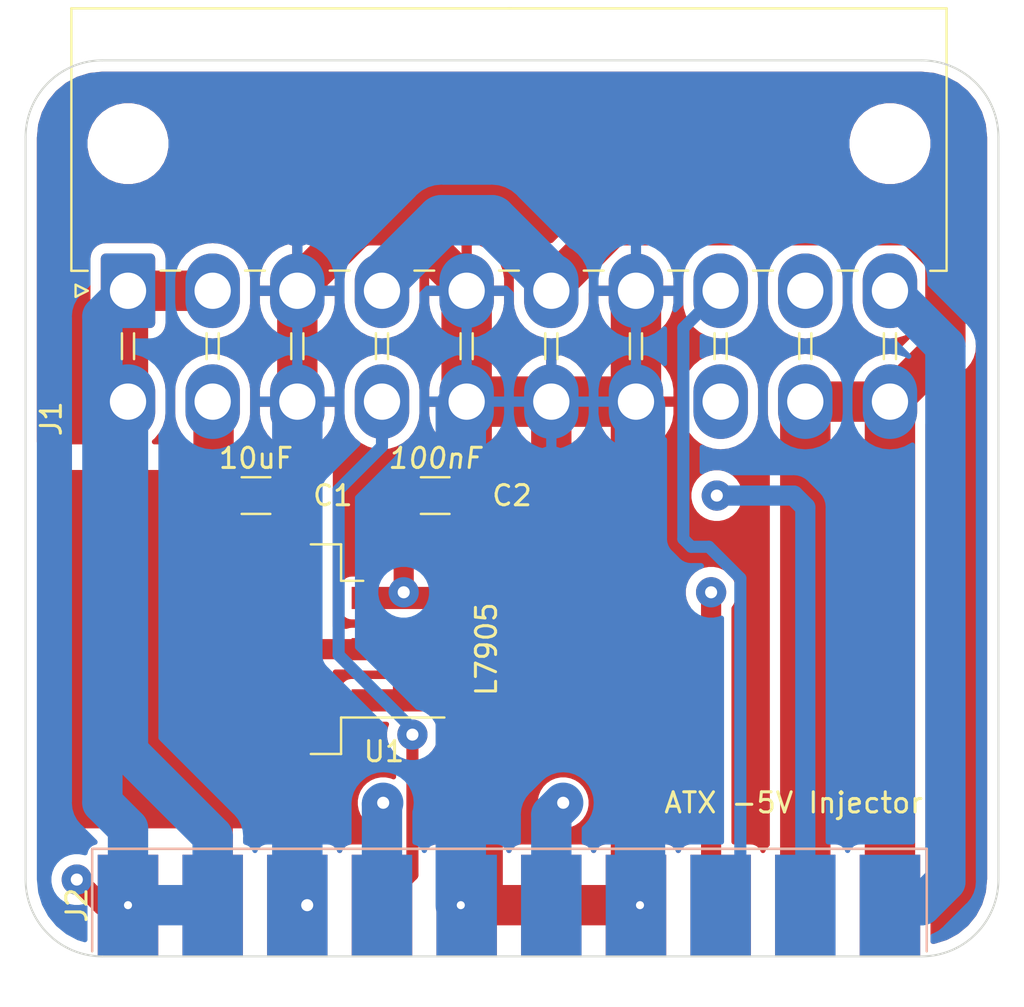
<source format=kicad_pcb>
(kicad_pcb (version 20171130) (host pcbnew 5.1.10-6.fc34)

  (general
    (thickness 1.6)
    (drawings 9)
    (tracks 142)
    (zones 0)
    (modules 5)
    (nets 10)
  )

  (page A4)
  (layers
    (0 F.Cu signal)
    (1 In1.Cu power)
    (2 In2.Cu power)
    (31 B.Cu signal)
    (32 B.Adhes user)
    (33 F.Adhes user)
    (34 B.Paste user)
    (35 F.Paste user)
    (36 B.SilkS user)
    (37 F.SilkS user)
    (38 B.Mask user)
    (39 F.Mask user)
    (40 Dwgs.User user)
    (41 Cmts.User user)
    (42 Eco1.User user)
    (43 Eco2.User user)
    (44 Edge.Cuts user)
    (45 Margin user)
    (46 B.CrtYd user)
    (47 F.CrtYd user hide)
    (48 B.Fab user)
    (49 F.Fab user hide)
  )

  (setup
    (last_trace_width 1)
    (user_trace_width 0.4)
    (user_trace_width 0.6)
    (user_trace_width 1)
    (user_trace_width 1.5)
    (user_trace_width 2)
    (user_trace_width 2.5)
    (user_trace_width 3)
    (user_trace_width 4)
    (trace_clearance 0.2)
    (zone_clearance 0.508)
    (zone_45_only no)
    (trace_min 0.2)
    (via_size 0.8)
    (via_drill 0.4)
    (via_min_size 0.4)
    (via_min_drill 0.3)
    (user_via 0.8 0.4)
    (user_via 1.5 0.6)
    (uvia_size 0.3)
    (uvia_drill 0.1)
    (uvias_allowed no)
    (uvia_min_size 0.2)
    (uvia_min_drill 0.1)
    (edge_width 0.1)
    (segment_width 0.2)
    (pcb_text_width 0.3)
    (pcb_text_size 1.5 1.5)
    (mod_edge_width 0.15)
    (mod_text_size 1 1)
    (mod_text_width 0.15)
    (pad_size 1.524 1.524)
    (pad_drill 0.762)
    (pad_to_mask_clearance 0)
    (aux_axis_origin 0 0)
    (visible_elements 7FFFFFFF)
    (pcbplotparams
      (layerselection 0x010fc_ffffffff)
      (usegerberextensions true)
      (usegerberattributes false)
      (usegerberadvancedattributes false)
      (creategerberjobfile false)
      (excludeedgelayer true)
      (linewidth 0.100000)
      (plotframeref false)
      (viasonmask false)
      (mode 1)
      (useauxorigin false)
      (hpglpennumber 1)
      (hpglpenspeed 20)
      (hpglpendiameter 15.000000)
      (psnegative false)
      (psa4output false)
      (plotreference true)
      (plotvalue true)
      (plotinvisibletext false)
      (padsonsilk false)
      (subtractmaskfromsilk false)
      (outputformat 1)
      (mirror false)
      (drillshape 0)
      (scaleselection 1)
      (outputdirectory "gerbers/ATXm5v"))
  )

  (net 0 "")
  (net 1 GND)
  (net 2 /5VSB)
  (net 3 VCC)
  (net 4 /-12V)
  (net 5 /-5V)
  (net 6 /~PS_ON)
  (net 7 /+12V)
  (net 8 /PWR_OK)
  (net 9 /3.3V)

  (net_class Default "This is the default net class."
    (clearance 0.2)
    (trace_width 0.25)
    (via_dia 0.8)
    (via_drill 0.4)
    (uvia_dia 0.3)
    (uvia_drill 0.1)
    (add_net /PWR_OK)
    (add_net /~PS_ON)
  )

  (net_class HiPower ""
    (clearance 0.4)
    (trace_width 1.5)
    (via_dia 2)
    (via_drill 0.4)
    (uvia_dia 0.3)
    (uvia_drill 0.1)
    (add_net /+12V)
    (add_net /3.3V)
    (add_net GND)
    (add_net VCC)
  )

  (net_class Power ""
    (clearance 0.4)
    (trace_width 0.8)
    (via_dia 1.5)
    (via_drill 0.4)
    (uvia_dia 0.3)
    (uvia_drill 0.1)
    (add_net /-12V)
    (add_net /-5V)
    (add_net /5VSB)
  )

  (module Capacitor_SMD:C_1206_3216Metric_Pad1.33x1.80mm_HandSolder (layer F.Cu) (tedit 5F68FEEF) (tstamp 614FCF69)
    (at 143.51 57.15 180)
    (descr "Capacitor SMD 1206 (3216 Metric), square (rectangular) end terminal, IPC_7351 nominal with elongated pad for handsoldering. (Body size source: IPC-SM-782 page 76, https://www.pcb-3d.com/wordpress/wp-content/uploads/ipc-sm-782a_amendment_1_and_2.pdf), generated with kicad-footprint-generator")
    (tags "capacitor handsolder")
    (path /5F4EC70D)
    (attr smd)
    (fp_text reference C2 (at -3.81 0) (layer F.SilkS)
      (effects (font (size 1 1) (thickness 0.15)))
    )
    (fp_text value 100nF (at 0 1.85) (layer F.SilkS)
      (effects (font (size 1 1) (thickness 0.15) italic))
    )
    (fp_text user %R (at 0 0) (layer F.Fab)
      (effects (font (size 0.8 0.8) (thickness 0.12)))
    )
    (fp_line (start -1.6 0.8) (end -1.6 -0.8) (layer F.Fab) (width 0.1))
    (fp_line (start -1.6 -0.8) (end 1.6 -0.8) (layer F.Fab) (width 0.1))
    (fp_line (start 1.6 -0.8) (end 1.6 0.8) (layer F.Fab) (width 0.1))
    (fp_line (start 1.6 0.8) (end -1.6 0.8) (layer F.Fab) (width 0.1))
    (fp_line (start -0.711252 -0.91) (end 0.711252 -0.91) (layer F.SilkS) (width 0.12))
    (fp_line (start -0.711252 0.91) (end 0.711252 0.91) (layer F.SilkS) (width 0.12))
    (fp_line (start -2.48 1.15) (end -2.48 -1.15) (layer F.CrtYd) (width 0.05))
    (fp_line (start -2.48 -1.15) (end 2.48 -1.15) (layer F.CrtYd) (width 0.05))
    (fp_line (start 2.48 -1.15) (end 2.48 1.15) (layer F.CrtYd) (width 0.05))
    (fp_line (start 2.48 1.15) (end -2.48 1.15) (layer F.CrtYd) (width 0.05))
    (pad 2 smd roundrect (at 1.5625 0 180) (size 1.325 1.8) (layers F.Cu F.Paste F.Mask) (roundrect_rratio 0.188679)
      (net 5 /-5V))
    (pad 1 smd roundrect (at -1.5625 0 180) (size 1.325 1.8) (layers F.Cu F.Paste F.Mask) (roundrect_rratio 0.188679)
      (net 1 GND))
    (model ${KISYS3DMOD}/Capacitor_SMD.3dshapes/C_1206_3216Metric.wrl
      (at (xyz 0 0 0))
      (scale (xyz 1 1 1))
      (rotate (xyz 0 0 0))
    )
  )

  (module Capacitor_SMD:C_1206_3216Metric_Pad1.33x1.80mm_HandSolder (layer F.Cu) (tedit 5F68FEEF) (tstamp 614FCF58)
    (at 134.62 57.15 180)
    (descr "Capacitor SMD 1206 (3216 Metric), square (rectangular) end terminal, IPC_7351 nominal with elongated pad for handsoldering. (Body size source: IPC-SM-782 page 76, https://www.pcb-3d.com/wordpress/wp-content/uploads/ipc-sm-782a_amendment_1_and_2.pdf), generated with kicad-footprint-generator")
    (tags "capacitor handsolder")
    (path /5F4ED0F8)
    (attr smd)
    (fp_text reference C1 (at -3.81 0) (layer F.SilkS)
      (effects (font (size 1 1) (thickness 0.15)))
    )
    (fp_text value 10uF (at 0 1.85) (layer F.SilkS)
      (effects (font (size 1 1) (thickness 0.15)))
    )
    (fp_text user %R (at 0 0) (layer F.Fab)
      (effects (font (size 0.8 0.8) (thickness 0.12)))
    )
    (fp_line (start -1.6 0.8) (end -1.6 -0.8) (layer F.Fab) (width 0.1))
    (fp_line (start -1.6 -0.8) (end 1.6 -0.8) (layer F.Fab) (width 0.1))
    (fp_line (start 1.6 -0.8) (end 1.6 0.8) (layer F.Fab) (width 0.1))
    (fp_line (start 1.6 0.8) (end -1.6 0.8) (layer F.Fab) (width 0.1))
    (fp_line (start -0.711252 -0.91) (end 0.711252 -0.91) (layer F.SilkS) (width 0.12))
    (fp_line (start -0.711252 0.91) (end 0.711252 0.91) (layer F.SilkS) (width 0.12))
    (fp_line (start -2.48 1.15) (end -2.48 -1.15) (layer F.CrtYd) (width 0.05))
    (fp_line (start -2.48 -1.15) (end 2.48 -1.15) (layer F.CrtYd) (width 0.05))
    (fp_line (start 2.48 -1.15) (end 2.48 1.15) (layer F.CrtYd) (width 0.05))
    (fp_line (start 2.48 1.15) (end -2.48 1.15) (layer F.CrtYd) (width 0.05))
    (pad 2 smd roundrect (at 1.5625 0 180) (size 1.325 1.8) (layers F.Cu F.Paste F.Mask) (roundrect_rratio 0.188679)
      (net 4 /-12V))
    (pad 1 smd roundrect (at -1.5625 0 180) (size 1.325 1.8) (layers F.Cu F.Paste F.Mask) (roundrect_rratio 0.188679)
      (net 1 GND))
    (model ${KISYS3DMOD}/Capacitor_SMD.3dshapes/C_1206_3216Metric.wrl
      (at (xyz 0 0 0))
      (scale (xyz 1 1 1))
      (rotate (xyz 0 0 0))
    )
  )

  (module Package_TO_SOT_SMD:TO-263-3_TabPin2 (layer F.Cu) (tedit 5A70FB8C) (tstamp 5E39B4AF)
    (at 135.89 64.77 180)
    (descr "TO-263 / D2PAK / DDPAK SMD package, http://www.infineon.com/cms/en/product/packages/PG-TO263/PG-TO263-3-1/")
    (tags "D2PAK DDPAK TO-263 D2PAK-3 TO-263-3 SOT-404")
    (path /5DDA03DD)
    (attr smd)
    (fp_text reference U1 (at -5.08 -5.08) (layer F.SilkS)
      (effects (font (size 1 1) (thickness 0.15)))
    )
    (fp_text value L7905 (at -10.16 0 90) (layer F.SilkS)
      (effects (font (size 1 1) (thickness 0.15)))
    )
    (fp_text user %R (at 0 0) (layer F.Fab)
      (effects (font (size 1 1) (thickness 0.15)))
    )
    (fp_line (start 6.5 -5) (end 7.5 -5) (layer F.Fab) (width 0.1))
    (fp_line (start 7.5 -5) (end 7.5 5) (layer F.Fab) (width 0.1))
    (fp_line (start 7.5 5) (end 6.5 5) (layer F.Fab) (width 0.1))
    (fp_line (start 6.5 -5) (end 6.5 5) (layer F.Fab) (width 0.1))
    (fp_line (start 6.5 5) (end -2.75 5) (layer F.Fab) (width 0.1))
    (fp_line (start -2.75 5) (end -2.75 -4) (layer F.Fab) (width 0.1))
    (fp_line (start -2.75 -4) (end -1.75 -5) (layer F.Fab) (width 0.1))
    (fp_line (start -1.75 -5) (end 6.5 -5) (layer F.Fab) (width 0.1))
    (fp_line (start -2.75 -3.04) (end -7.45 -3.04) (layer F.Fab) (width 0.1))
    (fp_line (start -7.45 -3.04) (end -7.45 -2.04) (layer F.Fab) (width 0.1))
    (fp_line (start -7.45 -2.04) (end -2.75 -2.04) (layer F.Fab) (width 0.1))
    (fp_line (start -2.75 -0.5) (end -7.45 -0.5) (layer F.Fab) (width 0.1))
    (fp_line (start -7.45 -0.5) (end -7.45 0.5) (layer F.Fab) (width 0.1))
    (fp_line (start -7.45 0.5) (end -2.75 0.5) (layer F.Fab) (width 0.1))
    (fp_line (start -2.75 2.04) (end -7.45 2.04) (layer F.Fab) (width 0.1))
    (fp_line (start -7.45 2.04) (end -7.45 3.04) (layer F.Fab) (width 0.1))
    (fp_line (start -7.45 3.04) (end -2.75 3.04) (layer F.Fab) (width 0.1))
    (fp_line (start -1.45 -5.2) (end -2.95 -5.2) (layer F.SilkS) (width 0.12))
    (fp_line (start -2.95 -5.2) (end -2.95 -3.39) (layer F.SilkS) (width 0.12))
    (fp_line (start -2.95 -3.39) (end -8.075 -3.39) (layer F.SilkS) (width 0.12))
    (fp_line (start -1.45 5.2) (end -2.95 5.2) (layer F.SilkS) (width 0.12))
    (fp_line (start -2.95 5.2) (end -2.95 3.39) (layer F.SilkS) (width 0.12))
    (fp_line (start -2.95 3.39) (end -4.05 3.39) (layer F.SilkS) (width 0.12))
    (fp_line (start -8.32 -5.65) (end -8.32 5.65) (layer F.CrtYd) (width 0.05))
    (fp_line (start -8.32 5.65) (end 8.32 5.65) (layer F.CrtYd) (width 0.05))
    (fp_line (start 8.32 5.65) (end 8.32 -5.65) (layer F.CrtYd) (width 0.05))
    (fp_line (start 8.32 -5.65) (end -8.32 -5.65) (layer F.CrtYd) (width 0.05))
    (pad "" smd rect (at 0.95 2.775 180) (size 4.55 5.25) (layers F.Paste))
    (pad "" smd rect (at 5.8 -2.775 180) (size 4.55 5.25) (layers F.Paste))
    (pad "" smd rect (at 0.95 -2.775 180) (size 4.55 5.25) (layers F.Paste))
    (pad "" smd rect (at 5.8 2.775 180) (size 4.55 5.25) (layers F.Paste))
    (pad 2 smd rect (at 3.375 0 180) (size 9.4 10.8) (layers F.Cu F.Mask)
      (net 4 /-12V))
    (pad 3 smd rect (at -5.775 2.54 180) (size 4.6 1.1) (layers F.Cu F.Paste F.Mask)
      (net 5 /-5V))
    (pad 2 smd rect (at -5.775 0 180) (size 4.6 1.1) (layers F.Cu F.Paste F.Mask)
      (net 4 /-12V))
    (pad 1 smd rect (at -5.775 -2.54 180) (size 4.6 1.1) (layers F.Cu F.Paste F.Mask)
      (net 1 GND))
    (model ${KISYS3DMOD}/Package_TO_SOT_SMD.3dshapes/TO-263-3_TabPin2.wrl
      (at (xyz 0 0 0))
      (scale (xyz 1 1 1))
      (rotate (xyz 0 0 0))
    )
  )

  (module ATXm5v:ATX-Edge (layer F.Cu) (tedit 6157F1B0) (tstamp 5E39B384)
    (at 128.27 77.47)
    (path /615423DB)
    (fp_text reference J2 (at -2.54 0 90) (layer F.SilkS)
      (effects (font (size 1 1) (thickness 0.15)))
    )
    (fp_text value "ATX OUT" (at 12.954 -3.556) (layer F.Fab)
      (effects (font (size 1 1) (thickness 0.15)))
    )
    (fp_line (start -1.778 2.286) (end -1.778 -2.794) (layer F.SilkS) (width 0.12))
    (fp_line (start -1.778 -2.794) (end 39.624 -2.794) (layer F.SilkS) (width 0.12))
    (fp_line (start 39.624 -2.794) (end 39.624 2.286) (layer F.SilkS) (width 0.12))
    (fp_line (start 39.624 2.286) (end 39.624 -2.794) (layer B.SilkS) (width 0.12))
    (fp_line (start 39.624 -2.794) (end -1.778 -2.794) (layer B.SilkS) (width 0.12))
    (fp_line (start -1.778 -2.794) (end -1.778 2.286) (layer B.SilkS) (width 0.12))
    (fp_line (start -1.778 2.286) (end -1.778 -2.794) (layer F.CrtYd) (width 0.12))
    (fp_line (start -1.778 -2.794) (end 39.624 -2.794) (layer F.CrtYd) (width 0.12))
    (fp_line (start 39.624 -2.794) (end 39.624 2.54) (layer F.CrtYd) (width 0.12))
    (fp_line (start 39.624 2.54) (end -1.778 2.54) (layer F.CrtYd) (width 0.12))
    (fp_line (start -1.778 2.54) (end -1.778 2.286) (layer F.CrtYd) (width 0.12))
    (fp_line (start -1.778 2.54) (end -1.778 -2.794) (layer B.CrtYd) (width 0.12))
    (fp_line (start -1.778 -2.794) (end 39.624 -2.794) (layer B.CrtYd) (width 0.12))
    (fp_line (start 39.624 -2.794) (end 39.624 2.54) (layer B.CrtYd) (width 0.12))
    (fp_line (start 39.624 2.54) (end -1.778 2.54) (layer B.CrtYd) (width 0.12))
    (pad 20 smd rect (at 37.8 0) (size 3 5) (layers F.Cu F.Paste F.Mask)
      (net 3 VCC))
    (pad 19 smd rect (at 33.6 0) (size 3 5) (layers F.Cu F.Paste F.Mask)
      (net 3 VCC))
    (pad 18 smd rect (at 29.4 0) (size 3 5) (layers F.Cu F.Paste F.Mask)
      (net 5 /-5V))
    (pad 17 smd rect (at 25.2 0) (size 3 5) (layers F.Cu F.Paste F.Mask)
      (net 1 GND))
    (pad 16 smd rect (at 21 0) (size 3 5) (layers F.Cu F.Paste F.Mask)
      (net 1 GND))
    (pad 15 smd rect (at 16.8 0) (size 3 5) (layers F.Cu F.Paste F.Mask)
      (net 1 GND))
    (pad 14 smd rect (at 12.6 0) (size 3 5) (layers F.Cu F.Paste F.Mask)
      (net 6 /~PS_ON))
    (pad 13 smd rect (at 8.4 0) (size 3 5) (layers F.Cu F.Paste F.Mask)
      (net 1 GND))
    (pad 12 smd rect (at 4.2 0) (size 3 5) (layers F.Cu F.Paste F.Mask)
      (net 4 /-12V))
    (pad 11 smd rect (at 0 0) (size 3 5) (layers F.Cu F.Paste F.Mask)
      (net 9 /3.3V))
    (pad 10 smd rect (at 37.8 0) (size 3 5) (layers B.Cu B.Paste B.Mask)
      (net 7 /+12V))
    (pad 9 smd rect (at 33.6 0) (size 3 5) (layers B.Cu B.Paste B.Mask)
      (net 2 /5VSB))
    (pad 8 smd rect (at 29.4 0) (size 3 5) (layers B.Cu B.Paste B.Mask)
      (net 8 /PWR_OK))
    (pad 7 smd rect (at 25.2 0) (size 3 5) (layers B.Cu B.Paste B.Mask)
      (net 1 GND))
    (pad 6 smd rect (at 21 0) (size 3 5) (layers B.Cu B.Paste B.Mask)
      (net 3 VCC))
    (pad 5 smd rect (at 16.8 0) (size 3 5) (layers B.Cu B.Paste B.Mask)
      (net 1 GND))
    (pad 4 smd rect (at 12.6 0) (size 3 5) (layers B.Cu B.Paste B.Mask)
      (net 3 VCC))
    (pad 3 smd rect (at 8.4 0) (size 3 5) (layers B.Cu B.Paste B.Mask)
      (net 1 GND))
    (pad 2 smd rect (at 4.2 0) (size 3 5) (layers B.Cu B.Paste B.Mask)
      (net 9 /3.3V))
    (pad 1 smd rect (at 0 0) (size 3 5) (layers B.Cu B.Paste B.Mask)
      (net 9 /3.3V))
  )

  (module Connector_Molex:Molex_Mini-Fit_Jr_5569-20A2_2x10_P4.20mm_Horizontal (layer F.Cu) (tedit 5B7818E8) (tstamp 5E39B2EE)
    (at 128.27 46.99)
    (descr "Molex Mini-Fit Jr. Power Connectors, old mpn/engineering number: 5569-20A2, example for new mpn: 39-30-0200, 10 Pins per row, Mounting: Snap-in Plastic Peg PCB Lock (http://www.molex.com/pdm_docs/sd/039300020_sd.pdf), generated with kicad-footprint-generator")
    (tags "connector Molex Mini-Fit_Jr top entryplastic_peg")
    (path /5DD97B5B)
    (fp_text reference J1 (at -3.81 6.35 90) (layer F.SilkS)
      (effects (font (size 1 1) (thickness 0.15)))
    )
    (fp_text value "ATX IN" (at 18.9 8.55) (layer F.Fab)
      (effects (font (size 1 1) (thickness 0.15)))
    )
    (fp_text user %R (at 18.9 -13.2) (layer F.Fab)
      (effects (font (size 1 1) (thickness 0.15)))
    )
    (fp_line (start -2.7 -13.9) (end -2.7 -1.1) (layer F.Fab) (width 0.1))
    (fp_line (start -2.7 -1.1) (end 40.5 -1.1) (layer F.Fab) (width 0.1))
    (fp_line (start 40.5 -1.1) (end 40.5 -13.9) (layer F.Fab) (width 0.1))
    (fp_line (start 40.5 -13.9) (end -2.7 -13.9) (layer F.Fab) (width 0.1))
    (fp_line (start -2 -0.99) (end -2.81 -0.99) (layer F.SilkS) (width 0.12))
    (fp_line (start -2.81 -0.99) (end -2.81 -14.01) (layer F.SilkS) (width 0.12))
    (fp_line (start -2.81 -14.01) (end 18.9 -14.01) (layer F.SilkS) (width 0.12))
    (fp_line (start 39.8 -0.99) (end 40.61 -0.99) (layer F.SilkS) (width 0.12))
    (fp_line (start 40.61 -0.99) (end 40.61 -14.01) (layer F.SilkS) (width 0.12))
    (fp_line (start 40.61 -14.01) (end 18.9 -14.01) (layer F.SilkS) (width 0.12))
    (fp_line (start -0.3 2.11) (end -0.3 3.39) (layer F.SilkS) (width 0.12))
    (fp_line (start 0.3 2.11) (end 0.3 3.39) (layer F.SilkS) (width 0.12))
    (fp_line (start 3.9 2.11) (end 3.9 3.39) (layer F.SilkS) (width 0.12))
    (fp_line (start 4.5 2.11) (end 4.5 3.39) (layer F.SilkS) (width 0.12))
    (fp_line (start 8.1 2.11) (end 8.1 3.39) (layer F.SilkS) (width 0.12))
    (fp_line (start 8.7 2.11) (end 8.7 3.39) (layer F.SilkS) (width 0.12))
    (fp_line (start 12.3 2.11) (end 12.3 3.39) (layer F.SilkS) (width 0.12))
    (fp_line (start 12.9 2.11) (end 12.9 3.39) (layer F.SilkS) (width 0.12))
    (fp_line (start 16.5 2.11) (end 16.5 3.39) (layer F.SilkS) (width 0.12))
    (fp_line (start 17.1 2.11) (end 17.1 3.39) (layer F.SilkS) (width 0.12))
    (fp_line (start 20.7 2.11) (end 20.7 3.39) (layer F.SilkS) (width 0.12))
    (fp_line (start 21.3 2.11) (end 21.3 3.39) (layer F.SilkS) (width 0.12))
    (fp_line (start 24.9 2.11) (end 24.9 3.39) (layer F.SilkS) (width 0.12))
    (fp_line (start 25.5 2.11) (end 25.5 3.39) (layer F.SilkS) (width 0.12))
    (fp_line (start 29.1 2.11) (end 29.1 3.39) (layer F.SilkS) (width 0.12))
    (fp_line (start 29.7 2.11) (end 29.7 3.39) (layer F.SilkS) (width 0.12))
    (fp_line (start 33.3 2.11) (end 33.3 3.39) (layer F.SilkS) (width 0.12))
    (fp_line (start 33.9 2.11) (end 33.9 3.39) (layer F.SilkS) (width 0.12))
    (fp_line (start 37.5 2.11) (end 37.5 3.39) (layer F.SilkS) (width 0.12))
    (fp_line (start 38.1 2.11) (end 38.1 3.39) (layer F.SilkS) (width 0.12))
    (fp_line (start 1.61 -1) (end 2.59 -1) (layer F.SilkS) (width 0.12))
    (fp_line (start 5.81 -1) (end 6.79 -1) (layer F.SilkS) (width 0.12))
    (fp_line (start 10.01 -1) (end 10.99 -1) (layer F.SilkS) (width 0.12))
    (fp_line (start 14.21 -1) (end 15.19 -1) (layer F.SilkS) (width 0.12))
    (fp_line (start 18.41 -1) (end 19.39 -1) (layer F.SilkS) (width 0.12))
    (fp_line (start 22.61 -1) (end 23.59 -1) (layer F.SilkS) (width 0.12))
    (fp_line (start 26.81 -1) (end 27.79 -1) (layer F.SilkS) (width 0.12))
    (fp_line (start 31.01 -1) (end 31.99 -1) (layer F.SilkS) (width 0.12))
    (fp_line (start 35.21 -1) (end 36.19 -1) (layer F.SilkS) (width 0.12))
    (fp_line (start -2 0) (end -2.6 0.3) (layer F.SilkS) (width 0.12))
    (fp_line (start -2.6 0.3) (end -2.6 -0.3) (layer F.SilkS) (width 0.12))
    (fp_line (start -2.6 -0.3) (end -2 0) (layer F.SilkS) (width 0.12))
    (fp_line (start -1 -1.1) (end 0 -2.514214) (layer F.Fab) (width 0.1))
    (fp_line (start 0 -2.514214) (end 1 -1.1) (layer F.Fab) (width 0.1))
    (fp_line (start -3.2 -14.4) (end -3.2 7.85) (layer F.CrtYd) (width 0.05))
    (fp_line (start -3.2 7.85) (end 41 7.85) (layer F.CrtYd) (width 0.05))
    (fp_line (start 41 7.85) (end 41 -14.4) (layer F.CrtYd) (width 0.05))
    (fp_line (start 41 -14.4) (end -3.2 -14.4) (layer F.CrtYd) (width 0.05))
    (pad "" np_thru_hole circle (at 37.8 -7.3) (size 3 3) (drill 3) (layers *.Cu *.Mask))
    (pad "" np_thru_hole circle (at 0 -7.3) (size 3 3) (drill 3) (layers *.Cu *.Mask))
    (pad 20 thru_hole oval (at 37.8 5.5) (size 2.7 3.7) (drill 1.8) (layers *.Cu *.Mask)
      (net 3 VCC))
    (pad 19 thru_hole oval (at 33.6 5.5) (size 2.7 3.7) (drill 1.8) (layers *.Cu *.Mask)
      (net 3 VCC))
    (pad 18 thru_hole oval (at 29.4 5.5) (size 2.7 3.7) (drill 1.8) (layers *.Cu *.Mask))
    (pad 17 thru_hole oval (at 25.2 5.5) (size 2.7 3.7) (drill 1.8) (layers *.Cu *.Mask)
      (net 1 GND))
    (pad 16 thru_hole oval (at 21 5.5) (size 2.7 3.7) (drill 1.8) (layers *.Cu *.Mask)
      (net 1 GND))
    (pad 15 thru_hole oval (at 16.8 5.5) (size 2.7 3.7) (drill 1.8) (layers *.Cu *.Mask)
      (net 1 GND))
    (pad 14 thru_hole oval (at 12.6 5.5) (size 2.7 3.7) (drill 1.8) (layers *.Cu *.Mask)
      (net 6 /~PS_ON))
    (pad 13 thru_hole oval (at 8.4 5.5) (size 2.7 3.7) (drill 1.8) (layers *.Cu *.Mask)
      (net 1 GND))
    (pad 12 thru_hole oval (at 4.2 5.5) (size 2.7 3.7) (drill 1.8) (layers *.Cu *.Mask)
      (net 4 /-12V))
    (pad 11 thru_hole oval (at 0 5.5) (size 2.7 3.7) (drill 1.8) (layers *.Cu *.Mask)
      (net 9 /3.3V))
    (pad 10 thru_hole oval (at 37.8 0) (size 2.7 3.7) (drill 1.8) (layers *.Cu *.Mask)
      (net 7 /+12V))
    (pad 9 thru_hole oval (at 33.6 0) (size 2.7 3.7) (drill 1.8) (layers *.Cu *.Mask)
      (net 2 /5VSB))
    (pad 8 thru_hole oval (at 29.4 0) (size 2.7 3.7) (drill 1.8) (layers *.Cu *.Mask)
      (net 8 /PWR_OK))
    (pad 7 thru_hole oval (at 25.2 0) (size 2.7 3.7) (drill 1.8) (layers *.Cu *.Mask)
      (net 1 GND))
    (pad 6 thru_hole oval (at 21 0) (size 2.7 3.7) (drill 1.8) (layers *.Cu *.Mask)
      (net 3 VCC))
    (pad 5 thru_hole oval (at 16.8 0) (size 2.7 3.7) (drill 1.8) (layers *.Cu *.Mask)
      (net 1 GND))
    (pad 4 thru_hole oval (at 12.6 0) (size 2.7 3.7) (drill 1.8) (layers *.Cu *.Mask)
      (net 3 VCC))
    (pad 3 thru_hole oval (at 8.4 0) (size 2.7 3.7) (drill 1.8) (layers *.Cu *.Mask)
      (net 1 GND))
    (pad 2 thru_hole oval (at 4.2 0) (size 2.7 3.7) (drill 1.8) (layers *.Cu *.Mask)
      (net 9 /3.3V))
    (pad 1 thru_hole roundrect (at 0 0) (size 2.7 3.7) (drill 1.8) (layers *.Cu *.Mask) (roundrect_rratio 0.09259299999999999)
      (net 9 /3.3V))
    (model ${KISYS3DMOD}/Connector_Molex.3dshapes/Molex_Mini-Fit_Jr_5569-20A2_2x10_P4.20mm_Horizontal.wrl
      (at (xyz 0 0 0))
      (scale (xyz 1 1 1))
      (rotate (xyz 0 0 0))
    )
  )

  (gr_text "ATX -5V Injector" (at 161.29 72.39) (layer F.SilkS)
    (effects (font (size 1 1) (thickness 0.15)))
  )
  (gr_line (start 171.45 39.37) (end 171.45 76.2) (layer Edge.Cuts) (width 0.1) (tstamp 614FD9FB))
  (gr_line (start 127 35.56) (end 167.64 35.56) (layer Edge.Cuts) (width 0.1) (tstamp 614FD9FA))
  (gr_line (start 123.19 76.2) (end 123.19 39.37) (layer Edge.Cuts) (width 0.1) (tstamp 614FD9F9))
  (gr_line (start 167.64 80.01) (end 127 80.01) (layer Edge.Cuts) (width 0.1) (tstamp 614FD9F8))
  (gr_arc (start 167.64 76.2) (end 167.64 80.01) (angle -90) (layer Edge.Cuts) (width 0.1))
  (gr_arc (start 127 76.2) (end 123.19 76.2) (angle -90) (layer Edge.Cuts) (width 0.1))
  (gr_arc (start 127 39.37) (end 127 35.56) (angle -90) (layer Edge.Cuts) (width 0.1))
  (gr_arc (start 167.64 39.37) (end 171.45 39.37) (angle -90) (layer Edge.Cuts) (width 0.1))

  (via (at 137.16 77.47) (size 1.5) (drill 0.6) (layers F.Cu B.Cu) (net 1))
  (via (at 153.67 77.47) (size 2) (drill 0.4) (layers F.Cu B.Cu) (net 1))
  (via (at 144.78 77.47) (size 1.5) (drill 0.4) (layers F.Cu B.Cu) (net 1))
  (segment (start 145.07 46.99) (end 145.07 52.49) (width 2.5) (layer F.Cu) (net 1))
  (segment (start 153.47 46.99) (end 153.47 52.49) (width 2.5) (layer F.Cu) (net 1))
  (segment (start 153.47 52.49) (end 149.27 52.49) (width 2.5) (layer F.Cu) (net 1))
  (segment (start 149.27 52.49) (end 145.07 52.49) (width 2.5) (layer F.Cu) (net 1))
  (segment (start 145.07 57.1475) (end 145.0725 57.15) (width 2.5) (layer F.Cu) (net 1))
  (segment (start 145.07 52.49) (end 145.07 57.1475) (width 2.5) (layer F.Cu) (net 1))
  (segment (start 145.615001 76.924999) (end 145.07 77.47) (width 2.5) (layer F.Cu) (net 1))
  (segment (start 145.0725 57.15) (end 145.615001 57.692501) (width 2.5) (layer F.Cu) (net 1))
  (segment (start 144.78 67.31) (end 145.615001 68.145001) (width 1) (layer F.Cu) (net 1))
  (segment (start 141.665 67.31) (end 144.78 67.31) (width 1) (layer F.Cu) (net 1))
  (segment (start 145.615001 68.145001) (end 145.615001 76.924999) (width 2.5) (layer F.Cu) (net 1))
  (segment (start 145.615001 57.692501) (end 145.615001 68.145001) (width 2.5) (layer F.Cu) (net 1))
  (segment (start 136.1825 52.9775) (end 136.67 52.49) (width 1) (layer F.Cu) (net 1))
  (segment (start 136.1825 57.15) (end 136.1825 52.9775) (width 1) (layer F.Cu) (net 1))
  (segment (start 136.67 52.49) (end 136.67 46.99) (width 2) (layer F.Cu) (net 1))
  (segment (start 142.009091 43.73999) (end 145.07 46.800899) (width 2) (layer F.Cu) (net 1))
  (segment (start 139.730909 43.73999) (end 142.009091 43.73999) (width 2) (layer F.Cu) (net 1))
  (segment (start 145.07 46.800899) (end 145.07 46.99) (width 2) (layer F.Cu) (net 1))
  (segment (start 136.67 46.800899) (end 139.730909 43.73999) (width 2) (layer F.Cu) (net 1))
  (segment (start 136.67 46.99) (end 136.67 46.800899) (width 2) (layer F.Cu) (net 1))
  (segment (start 153.67 52.69) (end 153.47 52.49) (width 2.5) (layer B.Cu) (net 1))
  (segment (start 153.67 77.47) (end 153.67 52.69) (width 2.5) (layer B.Cu) (net 1))
  (segment (start 144.78 52.78) (end 145.07 52.49) (width 2.5) (layer B.Cu) (net 1))
  (segment (start 144.78 77.47) (end 144.78 52.78) (width 2.5) (layer B.Cu) (net 1))
  (segment (start 136.67 52.49) (end 136.67 77.47) (width 2.5) (layer B.Cu) (net 1))
  (segment (start 149.27 77.47) (end 145.07 77.47) (width 2) (layer F.Cu) (net 1))
  (segment (start 149.27 77.47) (end 153.47 77.47) (width 2) (layer F.Cu) (net 1))
  (segment (start 149.27 64.490002) (end 145.615001 68.145001) (width 2) (layer F.Cu) (net 1))
  (segment (start 149.27 52.49) (end 149.27 64.490002) (width 2) (layer F.Cu) (net 1))
  (segment (start 149.580002 64.490002) (end 153.47 68.38) (width 2) (layer F.Cu) (net 1))
  (segment (start 149.27 64.490002) (end 149.580002 64.490002) (width 2) (layer F.Cu) (net 1))
  (segment (start 153.47 68.38) (end 153.47 77.47) (width 2.5) (layer F.Cu) (net 1))
  (segment (start 153.47 52.49) (end 153.47 68.38) (width 2.5) (layer F.Cu) (net 1))
  (segment (start 167.001984 44.23999) (end 168.91 46.148006) (width 1) (layer In1.Cu) (net 2))
  (segment (start 164.62001 44.23999) (end 167.001984 44.23999) (width 1) (layer In1.Cu) (net 2))
  (segment (start 161.87 46.99) (end 164.62001 44.23999) (width 1) (layer In1.Cu) (net 2))
  (segment (start 168.91 53.331994) (end 165.091994 57.15) (width 1) (layer In1.Cu) (net 2))
  (segment (start 168.91 46.148006) (end 168.91 53.331994) (width 1) (layer In1.Cu) (net 2))
  (via (at 157.48 57.15) (size 1.5) (drill 0.6) (layers F.Cu B.Cu) (net 2))
  (segment (start 165.091994 57.15) (end 157.48 57.15) (width 1) (layer In1.Cu) (net 2))
  (segment (start 161.87 77.47) (end 161.87 57.73) (width 1) (layer B.Cu) (net 2))
  (segment (start 161.29 57.15) (end 157.48 57.15) (width 1) (layer B.Cu) (net 2))
  (segment (start 161.87 57.73) (end 161.29 57.15) (width 1) (layer B.Cu) (net 2))
  (segment (start 166.07 52.49) (end 166.07 77.47) (width 2.5) (layer F.Cu) (net 3))
  (segment (start 161.87 52.49) (end 161.87 77.47) (width 2.5) (layer F.Cu) (net 3))
  (segment (start 166.07 52.49) (end 161.87 52.49) (width 2) (layer F.Cu) (net 3))
  (segment (start 168.82001 49.73999) (end 166.07 52.49) (width 2) (layer F.Cu) (net 3))
  (segment (start 168.82001 45.350909) (end 168.82001 49.73999) (width 2) (layer F.Cu) (net 3))
  (segment (start 167.209091 43.73999) (end 168.82001 45.350909) (width 2) (layer F.Cu) (net 3))
  (segment (start 152.330909 43.73999) (end 167.209091 43.73999) (width 2) (layer F.Cu) (net 3))
  (segment (start 149.27 46.800899) (end 152.330909 43.73999) (width 2) (layer F.Cu) (net 3))
  (segment (start 149.27 46.99) (end 149.27 46.800899) (width 2) (layer F.Cu) (net 3))
  (segment (start 149.27 46.447346) (end 149.27 46.99) (width 2.5) (layer B.Cu) (net 3))
  (segment (start 146.312644 43.48999) (end 149.27 46.447346) (width 2.5) (layer B.Cu) (net 3))
  (segment (start 143.827356 43.48999) (end 146.312644 43.48999) (width 2.5) (layer B.Cu) (net 3))
  (segment (start 140.87 46.447346) (end 143.827356 43.48999) (width 2.5) (layer B.Cu) (net 3))
  (segment (start 140.87 46.99) (end 140.87 46.447346) (width 2.5) (layer B.Cu) (net 3))
  (segment (start 140.87 72.45) (end 140.93 72.39) (width 2) (layer B.Cu) (net 3))
  (via (at 140.93 72.39) (size 1.5) (drill 0.6) (layers F.Cu B.Cu) (net 3))
  (segment (start 140.87 77.47) (end 140.87 72.45) (width 2) (layer B.Cu) (net 3))
  (via (at 149.86 72.39) (size 1.5) (drill 0.6) (layers F.Cu B.Cu) (net 3))
  (segment (start 149.27 72.98) (end 149.86 72.39) (width 2) (layer B.Cu) (net 3))
  (segment (start 149.27 77.47) (end 149.27 72.98) (width 2) (layer B.Cu) (net 3))
  (segment (start 140.93 72.39) (end 149.86 72.39) (width 2) (layer In2.Cu) (net 3))
  (segment (start 140.93 72.39) (end 132.08 72.39) (width 2) (layer In2.Cu) (net 3))
  (segment (start 125.51999 65.82999) (end 125.51999 44.66001) (width 2) (layer In2.Cu) (net 3))
  (segment (start 132.08 72.39) (end 125.51999 65.82999) (width 2) (layer In2.Cu) (net 3))
  (segment (start 140.87 46.800899) (end 140.87 46.99) (width 2) (layer In2.Cu) (net 3))
  (segment (start 137.809091 43.73999) (end 140.87 46.800899) (width 2) (layer In2.Cu) (net 3))
  (segment (start 126.44001 43.73999) (end 137.809091 43.73999) (width 2) (layer In2.Cu) (net 3))
  (segment (start 125.51999 44.66001) (end 126.44001 43.73999) (width 2) (layer In2.Cu) (net 3))
  (segment (start 149.86 72.39) (end 167.64 72.39) (width 2) (layer In2.Cu) (net 3))
  (segment (start 167.64 72.39) (end 168.91 71.12) (width 2) (layer In2.Cu) (net 3))
  (segment (start 149.27 46.800899) (end 149.27 46.99) (width 2) (layer In2.Cu) (net 3))
  (segment (start 167.209091 43.73999) (end 152.330909 43.73999) (width 2) (layer In2.Cu) (net 3))
  (segment (start 152.330909 43.73999) (end 149.27 46.800899) (width 2) (layer In2.Cu) (net 3))
  (segment (start 168.91 45.440899) (end 167.209091 43.73999) (width 2) (layer In2.Cu) (net 3))
  (segment (start 168.06 52.49) (end 168.91 53.34) (width 2) (layer In2.Cu) (net 3))
  (segment (start 166.07 52.49) (end 168.06 52.49) (width 2) (layer In2.Cu) (net 3))
  (segment (start 168.91 53.34) (end 168.91 45.440899) (width 2) (layer In2.Cu) (net 3))
  (segment (start 168.91 71.12) (end 168.91 53.34) (width 2) (layer In2.Cu) (net 3))
  (via (at 128.27 77.47) (size 1.5) (drill 0.4) (layers F.Cu B.Cu) (net 9))
  (segment (start 133.0575 64.2275) (end 132.515 64.77) (width 1) (layer F.Cu) (net 4))
  (segment (start 141.665 64.77) (end 132.515 64.77) (width 1) (layer F.Cu) (net 4))
  (segment (start 132.47 64.815) (end 132.515 64.77) (width 2) (layer F.Cu) (net 4))
  (segment (start 132.47 77.47) (end 132.47 64.815) (width 2) (layer F.Cu) (net 4))
  (segment (start 132.515 57.6925) (end 133.0575 57.15) (width 2) (layer F.Cu) (net 4))
  (segment (start 132.515 64.77) (end 132.515 57.6925) (width 2) (layer F.Cu) (net 4))
  (segment (start 132.515 52.535) (end 132.47 52.49) (width 2) (layer F.Cu) (net 4))
  (segment (start 132.515 57.6925) (end 132.515 52.535) (width 2) (layer F.Cu) (net 4))
  (segment (start 141.9475 61.9475) (end 141.665 62.23) (width 1) (layer F.Cu) (net 5))
  (segment (start 141.9475 57.15) (end 141.9475 61.9475) (width 1) (layer F.Cu) (net 5))
  (segment (start 141.9475 61.9475) (end 141.9475 61.9475) (width 1) (layer F.Cu) (net 5) (tstamp 61585A3E))
  (via (at 141.9475 61.9475) (size 1.5) (drill 0.6) (layers F.Cu B.Cu) (net 5))
  (segment (start 141.9475 61.9475) (end 157.1975 61.9475) (width 1) (layer In1.Cu) (net 5))
  (segment (start 157.1975 61.9475) (end 157.1975 61.9475) (width 1) (layer In1.Cu) (net 5) (tstamp 61585ABA))
  (via (at 157.1975 61.9475) (size 1.5) (drill 0.6) (layers F.Cu B.Cu) (net 5))
  (segment (start 157.1975 76.9975) (end 157.67 77.47) (width 1) (layer F.Cu) (net 5))
  (segment (start 157.1975 61.9475) (end 157.1975 76.9975) (width 1) (layer F.Cu) (net 5))
  (segment (start 140.97 77.37) (end 140.87 77.47) (width 0.6) (layer F.Cu) (net 6))
  (segment (start 140.87 52.49) (end 140.87 54.71) (width 0.6) (layer B.Cu) (net 6))
  (segment (start 140.87 54.71) (end 138.72001 56.85999) (width 0.6) (layer B.Cu) (net 6))
  (segment (start 138.72001 56.85999) (end 138.72001 65.06001) (width 0.6) (layer B.Cu) (net 6))
  (via (at 142.38 69.010002) (size 1.5) (drill 0.6) (layers F.Cu B.Cu) (net 6))
  (segment (start 142.38 68.72) (end 142.38 69.010002) (width 0.6) (layer B.Cu) (net 6))
  (segment (start 138.72001 65.06001) (end 142.38 68.72) (width 0.6) (layer B.Cu) (net 6))
  (segment (start 142.38 75.96) (end 140.87 77.47) (width 0.6) (layer F.Cu) (net 6))
  (segment (start 142.38 69.010002) (end 142.38 75.96) (width 0.6) (layer F.Cu) (net 6))
  (segment (start 168.82001 49.74001) (end 168.82001 76.28999) (width 2) (layer B.Cu) (net 7))
  (segment (start 166.07 46.99) (end 168.82001 49.74001) (width 2) (layer B.Cu) (net 7))
  (segment (start 167.64 77.47) (end 166.07 77.47) (width 2) (layer B.Cu) (net 7))
  (segment (start 168.82001 76.28999) (end 167.64 77.47) (width 2) (layer B.Cu) (net 7))
  (segment (start 155.81999 48.84001) (end 155.81999 59.29999) (width 0.6) (layer B.Cu) (net 8))
  (segment (start 157.67 46.99) (end 155.81999 48.84001) (width 0.6) (layer B.Cu) (net 8))
  (segment (start 158.647501 76.492499) (end 157.67 77.47) (width 0.6) (layer B.Cu) (net 8))
  (segment (start 158.647501 61.251499) (end 158.647501 76.492499) (width 0.6) (layer B.Cu) (net 8))
  (segment (start 157.086002 59.69) (end 158.647501 61.251499) (width 0.6) (layer B.Cu) (net 8))
  (segment (start 156.21 59.69) (end 157.086002 59.69) (width 0.6) (layer B.Cu) (net 8))
  (segment (start 155.81999 59.29999) (end 156.21 59.69) (width 0.6) (layer B.Cu) (net 8))
  (segment (start 132.47 46.99) (end 128.27 46.99) (width 2) (layer F.Cu) (net 9))
  (segment (start 128.27 46.99) (end 128.27 52.49) (width 2) (layer F.Cu) (net 9))
  (segment (start 132.47 77.47) (end 128.27 77.47) (width 2) (layer B.Cu) (net 9))
  (segment (start 128.27 52.49) (end 128.27 69.85) (width 2) (layer B.Cu) (net 9))
  (segment (start 132.47 74.05) (end 132.47 77.47) (width 2) (layer B.Cu) (net 9))
  (segment (start 128.27 69.85) (end 132.47 74.05) (width 2) (layer B.Cu) (net 9))
  (segment (start 128.27 77.47) (end 128.27 73.66) (width 2) (layer B.Cu) (net 9))
  (segment (start 128.27 73.66) (end 127 72.39) (width 2) (layer B.Cu) (net 9))
  (segment (start 127 48.26) (end 128.27 46.99) (width 2) (layer B.Cu) (net 9))
  (segment (start 127 72.39) (end 127 48.26) (width 2) (layer B.Cu) (net 9))
  (via (at 125.73 76.2) (size 1.5) (drill 0.6) (layers F.Cu B.Cu) (net 9))
  (segment (start 127 77.47) (end 125.73 76.2) (width 1) (layer F.Cu) (net 9))
  (segment (start 128.27 77.47) (end 127 77.47) (width 1) (layer F.Cu) (net 9))
  (segment (start 125.73 76.2) (end 125.73 45.72) (width 1) (layer In1.Cu) (net 9))
  (segment (start 125.73 45.72) (end 127 44.45) (width 1) (layer In1.Cu) (net 9))
  (segment (start 132.08 46.6) (end 132.47 46.99) (width 1) (layer In1.Cu) (net 9))
  (segment (start 132.08 44.45) (end 132.08 46.6) (width 1) (layer In1.Cu) (net 9))
  (segment (start 128.27 46.99) (end 128.27 44.45) (width 1) (layer In1.Cu) (net 9))
  (segment (start 128.27 44.45) (end 132.08 44.45) (width 1) (layer In1.Cu) (net 9))
  (segment (start 127 44.45) (end 128.27 44.45) (width 1) (layer In1.Cu) (net 9))

  (zone (net 0) (net_name "") (layer F.Mask) (tstamp 61585EA5) (hatch edge 0.508)
    (connect_pads (clearance 0.508))
    (min_thickness 0.254)
    (fill yes (arc_segments 32) (thermal_gap 0.508) (thermal_bridge_width 0.508))
    (polygon
      (pts
        (xy 130.81 58.42) (xy 137.16 58.42) (xy 137.16 73.66) (xy 124.46 73.66) (xy 124.46 55.88)
        (xy 130.81 55.88)
      )
    )
    (filled_polygon
      (pts
        (xy 130.683 58.42) (xy 130.68544 58.444776) (xy 130.692667 58.468601) (xy 130.704403 58.490557) (xy 130.720197 58.509803)
        (xy 130.739443 58.525597) (xy 130.761399 58.537333) (xy 130.785224 58.54456) (xy 130.81 58.547) (xy 137.033 58.547)
        (xy 137.033 73.533) (xy 124.587 73.533) (xy 124.587 56.007) (xy 130.683 56.007)
      )
    )
  )
  (zone (net 4) (net_name /-12V) (layer F.Cu) (tstamp 61585EA2) (hatch edge 0.508)
    (connect_pads yes (clearance 0.508))
    (min_thickness 0.254)
    (fill yes (arc_segments 32) (thermal_gap 0.508) (thermal_bridge_width 0.508))
    (polygon
      (pts
        (xy 130.81 58.42) (xy 137.16 58.42) (xy 137.16 73.66) (xy 124.46 73.66) (xy 124.46 55.88)
        (xy 130.81 55.88)
      )
    )
    (filled_polygon
      (pts
        (xy 130.683 58.42) (xy 130.68544 58.444776) (xy 130.692667 58.468601) (xy 130.704403 58.490557) (xy 130.720197 58.509803)
        (xy 130.739443 58.525597) (xy 130.761399 58.537333) (xy 130.785224 58.54456) (xy 130.81 58.547) (xy 135.292693 58.547)
        (xy 135.430149 58.620472) (xy 135.596745 58.671008) (xy 135.769999 58.688072) (xy 136.595001 58.688072) (xy 136.768255 58.671008)
        (xy 136.934851 58.620472) (xy 137.033 58.56801) (xy 137.033 73.533) (xy 124.587 73.533) (xy 124.587 56.007)
        (xy 130.683 56.007)
      )
    )
  )
  (zone (net 1) (net_name GND) (layer In1.Cu) (tstamp 61585E9F) (hatch edge 0.508)
    (connect_pads (clearance 0.508))
    (min_thickness 0.254)
    (fill yes (arc_segments 32) (thermal_gap 0.508) (thermal_bridge_width 0.508))
    (polygon
      (pts
        (xy 172.72 82.55) (xy 121.92 82.55) (xy 121.92 34.29) (xy 172.72 34.29)
      )
    )
    (filled_polygon
      (pts
        (xy 168.246344 36.307738) (xy 168.829595 36.483832) (xy 169.367529 36.769856) (xy 169.839667 37.154922) (xy 170.228019 37.624359)
        (xy 170.517794 38.160286) (xy 170.697955 38.742291) (xy 170.765 39.380189) (xy 170.765001 76.166485) (xy 170.702262 76.806343)
        (xy 170.526168 77.389595) (xy 170.240143 77.927531) (xy 169.855078 78.399667) (xy 169.385641 78.788019) (xy 168.849714 79.077794)
        (xy 168.267705 79.257956) (xy 167.629811 79.325) (xy 127.033505 79.325) (xy 126.393657 79.262262) (xy 125.810405 79.086168)
        (xy 125.272469 78.800143) (xy 124.800333 78.415078) (xy 124.411981 77.945641) (xy 124.122206 77.409714) (xy 123.942044 76.827705)
        (xy 123.875 76.189811) (xy 123.875 76.063589) (xy 124.345 76.063589) (xy 124.345 76.336411) (xy 124.398225 76.603989)
        (xy 124.502629 76.856043) (xy 124.654201 77.082886) (xy 124.847114 77.275799) (xy 125.073957 77.427371) (xy 125.326011 77.531775)
        (xy 125.593589 77.585) (xy 125.866411 77.585) (xy 126.133989 77.531775) (xy 126.386043 77.427371) (xy 126.526397 77.333589)
        (xy 126.885 77.333589) (xy 126.885 77.606411) (xy 126.938225 77.873989) (xy 127.042629 78.126043) (xy 127.194201 78.352886)
        (xy 127.387114 78.545799) (xy 127.613957 78.697371) (xy 127.866011 78.801775) (xy 128.133589 78.855) (xy 128.406411 78.855)
        (xy 128.673989 78.801775) (xy 128.926043 78.697371) (xy 129.152886 78.545799) (xy 129.345799 78.352886) (xy 129.497371 78.126043)
        (xy 129.601775 77.873989) (xy 129.655 77.606411) (xy 129.655 77.333589) (xy 129.601775 77.066011) (xy 129.497371 76.813957)
        (xy 129.345799 76.587114) (xy 129.152886 76.394201) (xy 128.926043 76.242629) (xy 128.673989 76.138225) (xy 128.406411 76.085)
        (xy 128.133589 76.085) (xy 127.866011 76.138225) (xy 127.613957 76.242629) (xy 127.387114 76.394201) (xy 127.194201 76.587114)
        (xy 127.042629 76.813957) (xy 126.938225 77.066011) (xy 126.885 77.333589) (xy 126.526397 77.333589) (xy 126.612886 77.275799)
        (xy 126.805799 77.082886) (xy 126.957371 76.856043) (xy 127.061775 76.603989) (xy 127.115 76.336411) (xy 127.115 76.063589)
        (xy 127.061775 75.796011) (xy 126.957371 75.543957) (xy 126.865 75.405714) (xy 126.865 72.253589) (xy 139.545 72.253589)
        (xy 139.545 72.526411) (xy 139.598225 72.793989) (xy 139.702629 73.046043) (xy 139.854201 73.272886) (xy 140.047114 73.465799)
        (xy 140.273957 73.617371) (xy 140.526011 73.721775) (xy 140.793589 73.775) (xy 141.066411 73.775) (xy 141.333989 73.721775)
        (xy 141.586043 73.617371) (xy 141.812886 73.465799) (xy 142.005799 73.272886) (xy 142.157371 73.046043) (xy 142.261775 72.793989)
        (xy 142.315 72.526411) (xy 142.315 72.253589) (xy 148.475 72.253589) (xy 148.475 72.526411) (xy 148.528225 72.793989)
        (xy 148.632629 73.046043) (xy 148.784201 73.272886) (xy 148.977114 73.465799) (xy 149.203957 73.617371) (xy 149.456011 73.721775)
        (xy 149.723589 73.775) (xy 149.996411 73.775) (xy 150.263989 73.721775) (xy 150.516043 73.617371) (xy 150.742886 73.465799)
        (xy 150.935799 73.272886) (xy 151.087371 73.046043) (xy 151.191775 72.793989) (xy 151.245 72.526411) (xy 151.245 72.253589)
        (xy 151.191775 71.986011) (xy 151.087371 71.733957) (xy 150.935799 71.507114) (xy 150.742886 71.314201) (xy 150.516043 71.162629)
        (xy 150.263989 71.058225) (xy 149.996411 71.005) (xy 149.723589 71.005) (xy 149.456011 71.058225) (xy 149.203957 71.162629)
        (xy 148.977114 71.314201) (xy 148.784201 71.507114) (xy 148.632629 71.733957) (xy 148.528225 71.986011) (xy 148.475 72.253589)
        (xy 142.315 72.253589) (xy 142.261775 71.986011) (xy 142.157371 71.733957) (xy 142.005799 71.507114) (xy 141.812886 71.314201)
        (xy 141.586043 71.162629) (xy 141.333989 71.058225) (xy 141.066411 71.005) (xy 140.793589 71.005) (xy 140.526011 71.058225)
        (xy 140.273957 71.162629) (xy 140.047114 71.314201) (xy 139.854201 71.507114) (xy 139.702629 71.733957) (xy 139.598225 71.986011)
        (xy 139.545 72.253589) (xy 126.865 72.253589) (xy 126.865 68.873591) (xy 140.995 68.873591) (xy 140.995 69.146413)
        (xy 141.048225 69.413991) (xy 141.152629 69.666045) (xy 141.304201 69.892888) (xy 141.497114 70.085801) (xy 141.723957 70.237373)
        (xy 141.976011 70.341777) (xy 142.243589 70.395002) (xy 142.516411 70.395002) (xy 142.783989 70.341777) (xy 143.036043 70.237373)
        (xy 143.262886 70.085801) (xy 143.455799 69.892888) (xy 143.607371 69.666045) (xy 143.711775 69.413991) (xy 143.765 69.146413)
        (xy 143.765 68.873591) (xy 143.711775 68.606013) (xy 143.607371 68.353959) (xy 143.455799 68.127116) (xy 143.262886 67.934203)
        (xy 143.036043 67.782631) (xy 142.783989 67.678227) (xy 142.516411 67.625002) (xy 142.243589 67.625002) (xy 141.976011 67.678227)
        (xy 141.723957 67.782631) (xy 141.497114 67.934203) (xy 141.304201 68.127116) (xy 141.152629 68.353959) (xy 141.048225 68.606013)
        (xy 140.995 68.873591) (xy 126.865 68.873591) (xy 126.865 61.811089) (xy 140.5625 61.811089) (xy 140.5625 62.083911)
        (xy 140.615725 62.351489) (xy 140.720129 62.603543) (xy 140.871701 62.830386) (xy 141.064614 63.023299) (xy 141.291457 63.174871)
        (xy 141.543511 63.279275) (xy 141.811089 63.3325) (xy 142.083911 63.3325) (xy 142.351489 63.279275) (xy 142.603543 63.174871)
        (xy 142.741786 63.0825) (xy 156.403214 63.0825) (xy 156.541457 63.174871) (xy 156.793511 63.279275) (xy 157.061089 63.3325)
        (xy 157.333911 63.3325) (xy 157.601489 63.279275) (xy 157.853543 63.174871) (xy 158.080386 63.023299) (xy 158.273299 62.830386)
        (xy 158.424871 62.603543) (xy 158.529275 62.351489) (xy 158.5825 62.083911) (xy 158.5825 61.811089) (xy 158.529275 61.543511)
        (xy 158.424871 61.291457) (xy 158.273299 61.064614) (xy 158.080386 60.871701) (xy 157.853543 60.720129) (xy 157.601489 60.615725)
        (xy 157.333911 60.5625) (xy 157.061089 60.5625) (xy 156.793511 60.615725) (xy 156.541457 60.720129) (xy 156.403214 60.8125)
        (xy 142.741786 60.8125) (xy 142.603543 60.720129) (xy 142.351489 60.615725) (xy 142.083911 60.5625) (xy 141.811089 60.5625)
        (xy 141.543511 60.615725) (xy 141.291457 60.720129) (xy 141.064614 60.871701) (xy 140.871701 61.064614) (xy 140.720129 61.291457)
        (xy 140.615725 61.543511) (xy 140.5625 61.811089) (xy 126.865 61.811089) (xy 126.865 57.013589) (xy 156.095 57.013589)
        (xy 156.095 57.286411) (xy 156.148225 57.553989) (xy 156.252629 57.806043) (xy 156.404201 58.032886) (xy 156.597114 58.225799)
        (xy 156.823957 58.377371) (xy 157.076011 58.481775) (xy 157.343589 58.535) (xy 157.616411 58.535) (xy 157.883989 58.481775)
        (xy 158.136043 58.377371) (xy 158.274286 58.285) (xy 165.036243 58.285) (xy 165.091994 58.290491) (xy 165.147745 58.285)
        (xy 165.147746 58.285) (xy 165.314493 58.268577) (xy 165.528441 58.203676) (xy 165.725617 58.098284) (xy 165.898443 57.956449)
        (xy 165.93399 57.913135) (xy 169.673141 54.173985) (xy 169.716449 54.138443) (xy 169.858284 53.965617) (xy 169.963676 53.768441)
        (xy 170.028577 53.554493) (xy 170.045 53.387746) (xy 170.050491 53.331994) (xy 170.045 53.276242) (xy 170.045 46.203757)
        (xy 170.050491 46.148005) (xy 170.028577 45.925506) (xy 169.963676 45.711559) (xy 169.896029 45.585) (xy 169.858284 45.514383)
        (xy 169.716449 45.341557) (xy 169.673141 45.306015) (xy 167.84398 43.476855) (xy 167.808433 43.433541) (xy 167.635607 43.291706)
        (xy 167.438431 43.186314) (xy 167.224483 43.121413) (xy 167.057736 43.10499) (xy 167.057735 43.10499) (xy 167.001984 43.099499)
        (xy 166.946233 43.10499) (xy 164.675751 43.10499) (xy 164.620009 43.0995) (xy 164.564267 43.10499) (xy 164.564258 43.10499)
        (xy 164.397511 43.121413) (xy 164.183563 43.186314) (xy 163.986387 43.291706) (xy 163.813561 43.433541) (xy 163.778019 43.476849)
        (xy 162.613614 44.641254) (xy 162.259127 44.533722) (xy 161.87 44.495396) (xy 161.480872 44.533722) (xy 161.106698 44.647226)
        (xy 160.761857 44.831547) (xy 160.459602 45.079602) (xy 160.211547 45.381857) (xy 160.027226 45.726699) (xy 159.913722 46.100873)
        (xy 159.885 46.392491) (xy 159.885 47.58751) (xy 159.913722 47.879128) (xy 160.027226 48.253302) (xy 160.211548 48.598143)
        (xy 160.459603 48.900398) (xy 160.761858 49.148453) (xy 161.106699 49.332774) (xy 161.480873 49.446278) (xy 161.87 49.484604)
        (xy 162.259128 49.446278) (xy 162.633302 49.332774) (xy 162.978143 49.148453) (xy 163.280398 48.900398) (xy 163.528453 48.598143)
        (xy 163.712774 48.253302) (xy 163.826278 47.879127) (xy 163.855 47.587509) (xy 163.855 46.610131) (xy 164.08635 46.378781)
        (xy 164.085 46.392491) (xy 164.085 47.58751) (xy 164.113722 47.879128) (xy 164.227226 48.253302) (xy 164.411548 48.598143)
        (xy 164.659603 48.900398) (xy 164.961858 49.148453) (xy 165.306699 49.332774) (xy 165.680873 49.446278) (xy 166.07 49.484604)
        (xy 166.459128 49.446278) (xy 166.833302 49.332774) (xy 167.178143 49.148453) (xy 167.480398 48.900398) (xy 167.728453 48.598143)
        (xy 167.775 48.511059) (xy 167.775001 50.968942) (xy 167.728453 50.881857) (xy 167.480398 50.579602) (xy 167.178143 50.331547)
        (xy 166.833301 50.147226) (xy 166.459127 50.033722) (xy 166.07 49.995396) (xy 165.680872 50.033722) (xy 165.306698 50.147226)
        (xy 164.961857 50.331547) (xy 164.659602 50.579602) (xy 164.411547 50.881857) (xy 164.227226 51.226699) (xy 164.113722 51.600873)
        (xy 164.085 51.892491) (xy 164.085 53.08751) (xy 164.113722 53.379128) (xy 164.227226 53.753302) (xy 164.411548 54.098143)
        (xy 164.659603 54.400398) (xy 164.961858 54.648453) (xy 165.306699 54.832774) (xy 165.680873 54.946278) (xy 165.689714 54.947149)
        (xy 164.621863 56.015) (xy 158.274286 56.015) (xy 158.136043 55.922629) (xy 157.883989 55.818225) (xy 157.616411 55.765)
        (xy 157.343589 55.765) (xy 157.076011 55.818225) (xy 156.823957 55.922629) (xy 156.597114 56.074201) (xy 156.404201 56.267114)
        (xy 156.252629 56.493957) (xy 156.148225 56.746011) (xy 156.095 57.013589) (xy 126.865 57.013589) (xy 126.865 54.404827)
        (xy 127.161858 54.648453) (xy 127.506699 54.832774) (xy 127.880873 54.946278) (xy 128.27 54.984604) (xy 128.659128 54.946278)
        (xy 129.033302 54.832774) (xy 129.378143 54.648453) (xy 129.680398 54.400398) (xy 129.928453 54.098143) (xy 130.112774 53.753302)
        (xy 130.226278 53.379127) (xy 130.255 53.087509) (xy 130.255 51.892491) (xy 130.485 51.892491) (xy 130.485 53.08751)
        (xy 130.513722 53.379128) (xy 130.627226 53.753302) (xy 130.811548 54.098143) (xy 131.059603 54.400398) (xy 131.361858 54.648453)
        (xy 131.706699 54.832774) (xy 132.080873 54.946278) (xy 132.47 54.984604) (xy 132.859128 54.946278) (xy 133.233302 54.832774)
        (xy 133.578143 54.648453) (xy 133.880398 54.400398) (xy 134.128453 54.098143) (xy 134.312774 53.753302) (xy 134.426278 53.379127)
        (xy 134.455 53.087509) (xy 134.455 52.617) (xy 134.685 52.617) (xy 134.685 53.117) (xy 134.747918 53.501814)
        (xy 134.8847 53.866959) (xy 135.09009 54.198403) (xy 135.356195 54.483409) (xy 135.672789 54.711024) (xy 136.027705 54.872501)
        (xy 136.234677 54.926677) (xy 136.543 54.811829) (xy 136.543 52.617) (xy 136.797 52.617) (xy 136.797 54.811829)
        (xy 137.105323 54.926677) (xy 137.312295 54.872501) (xy 137.667211 54.711024) (xy 137.983805 54.483409) (xy 138.24991 54.198403)
        (xy 138.4553 53.866959) (xy 138.592082 53.501814) (xy 138.655 53.117) (xy 138.655 52.617) (xy 136.797 52.617)
        (xy 136.543 52.617) (xy 134.685 52.617) (xy 134.455 52.617) (xy 134.455 51.89249) (xy 134.452096 51.863)
        (xy 134.685 51.863) (xy 134.685 52.363) (xy 136.543 52.363) (xy 136.543 50.168171) (xy 136.797 50.168171)
        (xy 136.797 52.363) (xy 138.655 52.363) (xy 138.655 51.892491) (xy 138.885 51.892491) (xy 138.885 53.08751)
        (xy 138.913722 53.379128) (xy 139.027226 53.753302) (xy 139.211548 54.098143) (xy 139.459603 54.400398) (xy 139.761858 54.648453)
        (xy 140.106699 54.832774) (xy 140.480873 54.946278) (xy 140.87 54.984604) (xy 141.259128 54.946278) (xy 141.633302 54.832774)
        (xy 141.978143 54.648453) (xy 142.280398 54.400398) (xy 142.528453 54.098143) (xy 142.712774 53.753302) (xy 142.826278 53.379127)
        (xy 142.855 53.087509) (xy 142.855 52.617) (xy 143.085 52.617) (xy 143.085 53.117) (xy 143.147918 53.501814)
        (xy 143.2847 53.866959) (xy 143.49009 54.198403) (xy 143.756195 54.483409) (xy 144.072789 54.711024) (xy 144.427705 54.872501)
        (xy 144.634677 54.926677) (xy 144.943 54.811829) (xy 144.943 52.617) (xy 145.197 52.617) (xy 145.197 54.811829)
        (xy 145.505323 54.926677) (xy 145.712295 54.872501) (xy 146.067211 54.711024) (xy 146.383805 54.483409) (xy 146.64991 54.198403)
        (xy 146.8553 53.866959) (xy 146.992082 53.501814) (xy 147.055 53.117) (xy 147.055 52.617) (xy 147.285 52.617)
        (xy 147.285 53.117) (xy 147.347918 53.501814) (xy 147.4847 53.866959) (xy 147.69009 54.198403) (xy 147.956195 54.483409)
        (xy 148.272789 54.711024) (xy 148.627705 54.872501) (xy 148.834677 54.926677) (xy 149.143 54.811829) (xy 149.143 52.617)
        (xy 149.397 52.617) (xy 149.397 54.811829) (xy 149.705323 54.926677) (xy 149.912295 54.872501) (xy 150.267211 54.711024)
        (xy 150.583805 54.483409) (xy 150.84991 54.198403) (xy 151.0553 53.866959) (xy 151.192082 53.501814) (xy 151.255 53.117)
        (xy 151.255 52.617) (xy 151.485 52.617) (xy 151.485 53.117) (xy 151.547918 53.501814) (xy 151.6847 53.866959)
        (xy 151.89009 54.198403) (xy 152.156195 54.483409) (xy 152.472789 54.711024) (xy 152.827705 54.872501) (xy 153.034677 54.926677)
        (xy 153.343 54.811829) (xy 153.343 52.617) (xy 153.597 52.617) (xy 153.597 54.811829) (xy 153.905323 54.926677)
        (xy 154.112295 54.872501) (xy 154.467211 54.711024) (xy 154.783805 54.483409) (xy 155.04991 54.198403) (xy 155.2553 53.866959)
        (xy 155.392082 53.501814) (xy 155.455 53.117) (xy 155.455 52.617) (xy 153.597 52.617) (xy 153.343 52.617)
        (xy 151.485 52.617) (xy 151.255 52.617) (xy 149.397 52.617) (xy 149.143 52.617) (xy 147.285 52.617)
        (xy 147.055 52.617) (xy 145.197 52.617) (xy 144.943 52.617) (xy 143.085 52.617) (xy 142.855 52.617)
        (xy 142.855 51.89249) (xy 142.852096 51.863) (xy 143.085 51.863) (xy 143.085 52.363) (xy 144.943 52.363)
        (xy 144.943 50.168171) (xy 145.197 50.168171) (xy 145.197 52.363) (xy 147.055 52.363) (xy 147.055 51.863)
        (xy 147.285 51.863) (xy 147.285 52.363) (xy 149.143 52.363) (xy 149.143 50.168171) (xy 149.397 50.168171)
        (xy 149.397 52.363) (xy 151.255 52.363) (xy 151.255 51.863) (xy 151.485 51.863) (xy 151.485 52.363)
        (xy 153.343 52.363) (xy 153.343 50.168171) (xy 153.597 50.168171) (xy 153.597 52.363) (xy 155.455 52.363)
        (xy 155.455 51.892491) (xy 155.685 51.892491) (xy 155.685 53.08751) (xy 155.713722 53.379128) (xy 155.827226 53.753302)
        (xy 156.011548 54.098143) (xy 156.259603 54.400398) (xy 156.561858 54.648453) (xy 156.906699 54.832774) (xy 157.280873 54.946278)
        (xy 157.67 54.984604) (xy 158.059128 54.946278) (xy 158.433302 54.832774) (xy 158.778143 54.648453) (xy 159.080398 54.400398)
        (xy 159.328453 54.098143) (xy 159.512774 53.753302) (xy 159.626278 53.379127) (xy 159.655 53.087509) (xy 159.655 51.892491)
        (xy 159.885 51.892491) (xy 159.885 53.08751) (xy 159.913722 53.379128) (xy 160.027226 53.753302) (xy 160.211548 54.098143)
        (xy 160.459603 54.400398) (xy 160.761858 54.648453) (xy 161.106699 54.832774) (xy 161.480873 54.946278) (xy 161.87 54.984604)
        (xy 162.259128 54.946278) (xy 162.633302 54.832774) (xy 162.978143 54.648453) (xy 163.280398 54.400398) (xy 163.528453 54.098143)
        (xy 163.712774 53.753302) (xy 163.826278 53.379127) (xy 163.855 53.087509) (xy 163.855 51.89249) (xy 163.826278 51.600872)
        (xy 163.712774 51.226698) (xy 163.528453 50.881857) (xy 163.280398 50.579602) (xy 162.978143 50.331547) (xy 162.633301 50.147226)
        (xy 162.259127 50.033722) (xy 161.87 49.995396) (xy 161.480872 50.033722) (xy 161.106698 50.147226) (xy 160.761857 50.331547)
        (xy 160.459602 50.579602) (xy 160.211547 50.881857) (xy 160.027226 51.226699) (xy 159.913722 51.600873) (xy 159.885 51.892491)
        (xy 159.655 51.892491) (xy 159.655 51.89249) (xy 159.626278 51.600872) (xy 159.512774 51.226698) (xy 159.328453 50.881857)
        (xy 159.080398 50.579602) (xy 158.778143 50.331547) (xy 158.433301 50.147226) (xy 158.059127 50.033722) (xy 157.67 49.995396)
        (xy 157.280872 50.033722) (xy 156.906698 50.147226) (xy 156.561857 50.331547) (xy 156.259602 50.579602) (xy 156.011547 50.881857)
        (xy 155.827226 51.226699) (xy 155.713722 51.600873) (xy 155.685 51.892491) (xy 155.455 51.892491) (xy 155.455 51.863)
        (xy 155.392082 51.478186) (xy 155.2553 51.113041) (xy 155.04991 50.781597) (xy 154.783805 50.496591) (xy 154.467211 50.268976)
        (xy 154.112295 50.107499) (xy 153.905323 50.053323) (xy 153.597 50.168171) (xy 153.343 50.168171) (xy 153.034677 50.053323)
        (xy 152.827705 50.107499) (xy 152.472789 50.268976) (xy 152.156195 50.496591) (xy 151.89009 50.781597) (xy 151.6847 51.113041)
        (xy 151.547918 51.478186) (xy 151.485 51.863) (xy 151.255 51.863) (xy 151.192082 51.478186) (xy 151.0553 51.113041)
        (xy 150.84991 50.781597) (xy 150.583805 50.496591) (xy 150.267211 50.268976) (xy 149.912295 50.107499) (xy 149.705323 50.053323)
        (xy 149.397 50.168171) (xy 149.143 50.168171) (xy 148.834677 50.053323) (xy 148.627705 50.107499) (xy 148.272789 50.268976)
        (xy 147.956195 50.496591) (xy 147.69009 50.781597) (xy 147.4847 51.113041) (xy 147.347918 51.478186) (xy 147.285 51.863)
        (xy 147.055 51.863) (xy 146.992082 51.478186) (xy 146.8553 51.113041) (xy 146.64991 50.781597) (xy 146.383805 50.496591)
        (xy 146.067211 50.268976) (xy 145.712295 50.107499) (xy 145.505323 50.053323) (xy 145.197 50.168171) (xy 144.943 50.168171)
        (xy 144.634677 50.053323) (xy 144.427705 50.107499) (xy 144.072789 50.268976) (xy 143.756195 50.496591) (xy 143.49009 50.781597)
        (xy 143.2847 51.113041) (xy 143.147918 51.478186) (xy 143.085 51.863) (xy 142.852096 51.863) (xy 142.826278 51.600872)
        (xy 142.712774 51.226698) (xy 142.528453 50.881857) (xy 142.280398 50.579602) (xy 141.978143 50.331547) (xy 141.633301 50.147226)
        (xy 141.259127 50.033722) (xy 140.87 49.995396) (xy 140.480872 50.033722) (xy 140.106698 50.147226) (xy 139.761857 50.331547)
        (xy 139.459602 50.579602) (xy 139.211547 50.881857) (xy 139.027226 51.226699) (xy 138.913722 51.600873) (xy 138.885 51.892491)
        (xy 138.655 51.892491) (xy 138.655 51.863) (xy 138.592082 51.478186) (xy 138.4553 51.113041) (xy 138.24991 50.781597)
        (xy 137.983805 50.496591) (xy 137.667211 50.268976) (xy 137.312295 50.107499) (xy 137.105323 50.053323) (xy 136.797 50.168171)
        (xy 136.543 50.168171) (xy 136.234677 50.053323) (xy 136.027705 50.107499) (xy 135.672789 50.268976) (xy 135.356195 50.496591)
        (xy 135.09009 50.781597) (xy 134.8847 51.113041) (xy 134.747918 51.478186) (xy 134.685 51.863) (xy 134.452096 51.863)
        (xy 134.426278 51.600872) (xy 134.312774 51.226698) (xy 134.128453 50.881857) (xy 133.880398 50.579602) (xy 133.578143 50.331547)
        (xy 133.233301 50.147226) (xy 132.859127 50.033722) (xy 132.47 49.995396) (xy 132.080872 50.033722) (xy 131.706698 50.147226)
        (xy 131.361857 50.331547) (xy 131.059602 50.579602) (xy 130.811547 50.881857) (xy 130.627226 51.226699) (xy 130.513722 51.600873)
        (xy 130.485 51.892491) (xy 130.255 51.892491) (xy 130.255 51.89249) (xy 130.226278 51.600872) (xy 130.112774 51.226698)
        (xy 129.928453 50.881857) (xy 129.680398 50.579602) (xy 129.378143 50.331547) (xy 129.033301 50.147226) (xy 128.659127 50.033722)
        (xy 128.27 49.995396) (xy 127.880872 50.033722) (xy 127.506698 50.147226) (xy 127.161857 50.331547) (xy 126.865 50.575172)
        (xy 126.865 49.421043) (xy 126.996747 49.461008) (xy 127.170001 49.478072) (xy 129.369999 49.478072) (xy 129.543253 49.461008)
        (xy 129.70985 49.410471) (xy 129.863386 49.328405) (xy 129.997961 49.217961) (xy 130.108405 49.083386) (xy 130.190471 48.92985)
        (xy 130.241008 48.763253) (xy 130.258072 48.589999) (xy 130.258072 45.585) (xy 130.702965 45.585) (xy 130.627226 45.726699)
        (xy 130.513722 46.100873) (xy 130.485 46.392491) (xy 130.485 47.58751) (xy 130.513722 47.879128) (xy 130.627226 48.253302)
        (xy 130.811548 48.598143) (xy 131.059603 48.900398) (xy 131.361858 49.148453) (xy 131.706699 49.332774) (xy 132.080873 49.446278)
        (xy 132.47 49.484604) (xy 132.859128 49.446278) (xy 133.233302 49.332774) (xy 133.578143 49.148453) (xy 133.880398 48.900398)
        (xy 134.128453 48.598143) (xy 134.312774 48.253302) (xy 134.426278 47.879127) (xy 134.455 47.587509) (xy 134.455 47.117)
        (xy 134.685 47.117) (xy 134.685 47.617) (xy 134.747918 48.001814) (xy 134.8847 48.366959) (xy 135.09009 48.698403)
        (xy 135.356195 48.983409) (xy 135.672789 49.211024) (xy 136.027705 49.372501) (xy 136.234677 49.426677) (xy 136.543 49.311829)
        (xy 136.543 47.117) (xy 136.797 47.117) (xy 136.797 49.311829) (xy 137.105323 49.426677) (xy 137.312295 49.372501)
        (xy 137.667211 49.211024) (xy 137.983805 48.983409) (xy 138.24991 48.698403) (xy 138.4553 48.366959) (xy 138.592082 48.001814)
        (xy 138.655 47.617) (xy 138.655 47.117) (xy 136.797 47.117) (xy 136.543 47.117) (xy 134.685 47.117)
        (xy 134.455 47.117) (xy 134.455 46.39249) (xy 134.452096 46.363) (xy 134.685 46.363) (xy 134.685 46.863)
        (xy 136.543 46.863) (xy 136.543 44.668171) (xy 136.797 44.668171) (xy 136.797 46.863) (xy 138.655 46.863)
        (xy 138.655 46.392491) (xy 138.885 46.392491) (xy 138.885 47.58751) (xy 138.913722 47.879128) (xy 139.027226 48.253302)
        (xy 139.211548 48.598143) (xy 139.459603 48.900398) (xy 139.761858 49.148453) (xy 140.106699 49.332774) (xy 140.480873 49.446278)
        (xy 140.87 49.484604) (xy 141.259128 49.446278) (xy 141.633302 49.332774) (xy 141.978143 49.148453) (xy 142.280398 48.900398)
        (xy 142.528453 48.598143) (xy 142.712774 48.253302) (xy 142.826278 47.879127) (xy 142.855 47.587509) (xy 142.855 47.117)
        (xy 143.085 47.117) (xy 143.085 47.617) (xy 143.147918 48.001814) (xy 143.2847 48.366959) (xy 143.49009 48.698403)
        (xy 143.756195 48.983409) (xy 144.072789 49.211024) (xy 144.427705 49.372501) (xy 144.634677 49.426677) (xy 144.943 49.311829)
        (xy 144.943 47.117) (xy 145.197 47.117) (xy 145.197 49.311829) (xy 145.505323 49.426677) (xy 145.712295 49.372501)
        (xy 146.067211 49.211024) (xy 146.383805 48.983409) (xy 146.64991 48.698403) (xy 146.8553 48.366959) (xy 146.992082 48.001814)
        (xy 147.055 47.617) (xy 147.055 47.117) (xy 145.197 47.117) (xy 144.943 47.117) (xy 143.085 47.117)
        (xy 142.855 47.117) (xy 142.855 46.39249) (xy 142.852096 46.363) (xy 143.085 46.363) (xy 143.085 46.863)
        (xy 144.943 46.863) (xy 144.943 44.668171) (xy 145.197 44.668171) (xy 145.197 46.863) (xy 147.055 46.863)
        (xy 147.055 46.392491) (xy 147.285 46.392491) (xy 147.285 47.58751) (xy 147.313722 47.879128) (xy 147.427226 48.253302)
        (xy 147.611548 48.598143) (xy 147.859603 48.900398) (xy 148.161858 49.148453) (xy 148.506699 49.332774) (xy 148.880873 49.446278)
        (xy 149.27 49.484604) (xy 149.659128 49.446278) (xy 150.033302 49.332774) (xy 150.378143 49.148453) (xy 150.680398 48.900398)
        (xy 150.928453 48.598143) (xy 151.112774 48.253302) (xy 151.226278 47.879127) (xy 151.255 47.587509) (xy 151.255 47.117)
        (xy 151.485 47.117) (xy 151.485 47.617) (xy 151.547918 48.001814) (xy 151.6847 48.366959) (xy 151.89009 48.698403)
        (xy 152.156195 48.983409) (xy 152.472789 49.211024) (xy 152.827705 49.372501) (xy 153.034677 49.426677) (xy 153.343 49.311829)
        (xy 153.343 47.117) (xy 153.597 47.117) (xy 153.597 49.311829) (xy 153.905323 49.426677) (xy 154.112295 49.372501)
        (xy 154.467211 49.211024) (xy 154.783805 48.983409) (xy 155.04991 48.698403) (xy 155.2553 48.366959) (xy 155.392082 48.001814)
        (xy 155.455 47.617) (xy 155.455 47.117) (xy 153.597 47.117) (xy 153.343 47.117) (xy 151.485 47.117)
        (xy 151.255 47.117) (xy 151.255 46.39249) (xy 151.252096 46.363) (xy 151.485 46.363) (xy 151.485 46.863)
        (xy 153.343 46.863) (xy 153.343 44.668171) (xy 153.597 44.668171) (xy 153.597 46.863) (xy 155.455 46.863)
        (xy 155.455 46.392491) (xy 155.685 46.392491) (xy 155.685 47.58751) (xy 155.713722 47.879128) (xy 155.827226 48.253302)
        (xy 156.011548 48.598143) (xy 156.259603 48.900398) (xy 156.561858 49.148453) (xy 156.906699 49.332774) (xy 157.280873 49.446278)
        (xy 157.67 49.484604) (xy 158.059128 49.446278) (xy 158.433302 49.332774) (xy 158.778143 49.148453) (xy 159.080398 48.900398)
        (xy 159.328453 48.598143) (xy 159.512774 48.253302) (xy 159.626278 47.879127) (xy 159.655 47.587509) (xy 159.655 46.39249)
        (xy 159.626278 46.100872) (xy 159.512774 45.726698) (xy 159.328453 45.381857) (xy 159.080398 45.079602) (xy 158.778143 44.831547)
        (xy 158.433301 44.647226) (xy 158.059127 44.533722) (xy 157.67 44.495396) (xy 157.280872 44.533722) (xy 156.906698 44.647226)
        (xy 156.561857 44.831547) (xy 156.259602 45.079602) (xy 156.011547 45.381857) (xy 155.827226 45.726699) (xy 155.713722 46.100873)
        (xy 155.685 46.392491) (xy 155.455 46.392491) (xy 155.455 46.363) (xy 155.392082 45.978186) (xy 155.2553 45.613041)
        (xy 155.04991 45.281597) (xy 154.783805 44.996591) (xy 154.467211 44.768976) (xy 154.112295 44.607499) (xy 153.905323 44.553323)
        (xy 153.597 44.668171) (xy 153.343 44.668171) (xy 153.034677 44.553323) (xy 152.827705 44.607499) (xy 152.472789 44.768976)
        (xy 152.156195 44.996591) (xy 151.89009 45.281597) (xy 151.6847 45.613041) (xy 151.547918 45.978186) (xy 151.485 46.363)
        (xy 151.252096 46.363) (xy 151.226278 46.100872) (xy 151.112774 45.726698) (xy 150.928453 45.381857) (xy 150.680398 45.079602)
        (xy 150.378143 44.831547) (xy 150.033301 44.647226) (xy 149.659127 44.533722) (xy 149.27 44.495396) (xy 148.880872 44.533722)
        (xy 148.506698 44.647226) (xy 148.161857 44.831547) (xy 147.859602 45.079602) (xy 147.611547 45.381857) (xy 147.427226 45.726699)
        (xy 147.313722 46.100873) (xy 147.285 46.392491) (xy 147.055 46.392491) (xy 147.055 46.363) (xy 146.992082 45.978186)
        (xy 146.8553 45.613041) (xy 146.64991 45.281597) (xy 146.383805 44.996591) (xy 146.067211 44.768976) (xy 145.712295 44.607499)
        (xy 145.505323 44.553323) (xy 145.197 44.668171) (xy 144.943 44.668171) (xy 144.634677 44.553323) (xy 144.427705 44.607499)
        (xy 144.072789 44.768976) (xy 143.756195 44.996591) (xy 143.49009 45.281597) (xy 143.2847 45.613041) (xy 143.147918 45.978186)
        (xy 143.085 46.363) (xy 142.852096 46.363) (xy 142.826278 46.100872) (xy 142.712774 45.726698) (xy 142.528453 45.381857)
        (xy 142.280398 45.079602) (xy 141.978143 44.831547) (xy 141.633301 44.647226) (xy 141.259127 44.533722) (xy 140.87 44.495396)
        (xy 140.480872 44.533722) (xy 140.106698 44.647226) (xy 139.761857 44.831547) (xy 139.459602 45.079602) (xy 139.211547 45.381857)
        (xy 139.027226 45.726699) (xy 138.913722 46.100873) (xy 138.885 46.392491) (xy 138.655 46.392491) (xy 138.655 46.363)
        (xy 138.592082 45.978186) (xy 138.4553 45.613041) (xy 138.24991 45.281597) (xy 137.983805 44.996591) (xy 137.667211 44.768976)
        (xy 137.312295 44.607499) (xy 137.105323 44.553323) (xy 136.797 44.668171) (xy 136.543 44.668171) (xy 136.234677 44.553323)
        (xy 136.027705 44.607499) (xy 135.672789 44.768976) (xy 135.356195 44.996591) (xy 135.09009 45.281597) (xy 134.8847 45.613041)
        (xy 134.747918 45.978186) (xy 134.685 46.363) (xy 134.452096 46.363) (xy 134.426278 46.100872) (xy 134.312774 45.726698)
        (xy 134.128453 45.381857) (xy 133.880398 45.079602) (xy 133.578143 44.831547) (xy 133.233301 44.647226) (xy 133.215 44.641674)
        (xy 133.215 44.505752) (xy 133.220491 44.45) (xy 133.198577 44.227501) (xy 133.133676 44.013553) (xy 133.028284 43.816377)
        (xy 132.886449 43.643551) (xy 132.713623 43.501716) (xy 132.516447 43.396324) (xy 132.302499 43.331423) (xy 132.135752 43.315)
        (xy 132.135751 43.315) (xy 132.08 43.309509) (xy 132.024248 43.315) (xy 128.325752 43.315) (xy 128.27 43.309509)
        (xy 128.214249 43.315) (xy 127.055743 43.315) (xy 126.999999 43.30951) (xy 126.944255 43.315) (xy 126.944248 43.315)
        (xy 126.798493 43.329356) (xy 126.7775 43.331423) (xy 126.727705 43.346529) (xy 126.563553 43.396324) (xy 126.366377 43.501716)
        (xy 126.193551 43.643551) (xy 126.158008 43.68686) (xy 124.96686 44.878009) (xy 124.923552 44.913551) (xy 124.781717 45.086377)
        (xy 124.727252 45.188274) (xy 124.676324 45.283554) (xy 124.611423 45.497502) (xy 124.589509 45.72) (xy 124.595001 45.775762)
        (xy 124.595 75.405714) (xy 124.502629 75.543957) (xy 124.398225 75.796011) (xy 124.345 76.063589) (xy 123.875 76.063589)
        (xy 123.875 39.479721) (xy 126.135 39.479721) (xy 126.135 39.900279) (xy 126.217047 40.312756) (xy 126.377988 40.701302)
        (xy 126.611637 41.050983) (xy 126.909017 41.348363) (xy 127.258698 41.582012) (xy 127.647244 41.742953) (xy 128.059721 41.825)
        (xy 128.480279 41.825) (xy 128.892756 41.742953) (xy 129.281302 41.582012) (xy 129.630983 41.348363) (xy 129.928363 41.050983)
        (xy 130.162012 40.701302) (xy 130.322953 40.312756) (xy 130.405 39.900279) (xy 130.405 39.479721) (xy 163.935 39.479721)
        (xy 163.935 39.900279) (xy 164.017047 40.312756) (xy 164.177988 40.701302) (xy 164.411637 41.050983) (xy 164.709017 41.348363)
        (xy 165.058698 41.582012) (xy 165.447244 41.742953) (xy 165.859721 41.825) (xy 166.280279 41.825) (xy 166.692756 41.742953)
        (xy 167.081302 41.582012) (xy 167.430983 41.348363) (xy 167.728363 41.050983) (xy 167.962012 40.701302) (xy 168.122953 40.312756)
        (xy 168.205 39.900279) (xy 168.205 39.479721) (xy 168.122953 39.067244) (xy 167.962012 38.678698) (xy 167.728363 38.329017)
        (xy 167.430983 38.031637) (xy 167.081302 37.797988) (xy 166.692756 37.637047) (xy 166.280279 37.555) (xy 165.859721 37.555)
        (xy 165.447244 37.637047) (xy 165.058698 37.797988) (xy 164.709017 38.031637) (xy 164.411637 38.329017) (xy 164.177988 38.678698)
        (xy 164.017047 39.067244) (xy 163.935 39.479721) (xy 130.405 39.479721) (xy 130.322953 39.067244) (xy 130.162012 38.678698)
        (xy 129.928363 38.329017) (xy 129.630983 38.031637) (xy 129.281302 37.797988) (xy 128.892756 37.637047) (xy 128.480279 37.555)
        (xy 128.059721 37.555) (xy 127.647244 37.637047) (xy 127.258698 37.797988) (xy 126.909017 38.031637) (xy 126.611637 38.329017)
        (xy 126.377988 38.678698) (xy 126.217047 39.067244) (xy 126.135 39.479721) (xy 123.875 39.479721) (xy 123.875 39.403504)
        (xy 123.937738 38.763656) (xy 124.113832 38.180405) (xy 124.399856 37.642471) (xy 124.784922 37.170333) (xy 125.254359 36.781981)
        (xy 125.790286 36.492206) (xy 126.372291 36.312045) (xy 127.010189 36.245) (xy 167.606496 36.245)
      )
    )
  )
  (zone (net 1) (net_name GND) (layer In2.Cu) (tstamp 61585E9C) (hatch edge 0.508)
    (connect_pads (clearance 0.508))
    (min_thickness 0.254)
    (fill yes (arc_segments 32) (thermal_gap 0.508) (thermal_bridge_width 0.508))
    (polygon
      (pts
        (xy 172.72 82.55) (xy 121.92 82.55) (xy 121.92 34.29) (xy 172.72 34.29)
      )
    )
    (filled_polygon
      (pts
        (xy 168.246344 36.307738) (xy 168.829595 36.483832) (xy 169.367529 36.769856) (xy 169.839667 37.154922) (xy 170.228019 37.624359)
        (xy 170.517794 38.160286) (xy 170.697955 38.742291) (xy 170.765 39.380189) (xy 170.765001 76.166485) (xy 170.702262 76.806343)
        (xy 170.526168 77.389595) (xy 170.240143 77.927531) (xy 169.855078 78.399667) (xy 169.385641 78.788019) (xy 168.849714 79.077794)
        (xy 168.267705 79.257956) (xy 167.629811 79.325) (xy 127.033505 79.325) (xy 126.393657 79.262262) (xy 125.810405 79.086168)
        (xy 125.272469 78.800143) (xy 124.800333 78.415078) (xy 124.411981 77.945641) (xy 124.122206 77.409714) (xy 123.942044 76.827705)
        (xy 123.875 76.189811) (xy 123.875 76.063589) (xy 124.345 76.063589) (xy 124.345 76.336411) (xy 124.398225 76.603989)
        (xy 124.502629 76.856043) (xy 124.654201 77.082886) (xy 124.847114 77.275799) (xy 125.073957 77.427371) (xy 125.326011 77.531775)
        (xy 125.593589 77.585) (xy 125.866411 77.585) (xy 126.133989 77.531775) (xy 126.386043 77.427371) (xy 126.526397 77.333589)
        (xy 126.885 77.333589) (xy 126.885 77.606411) (xy 126.938225 77.873989) (xy 127.042629 78.126043) (xy 127.194201 78.352886)
        (xy 127.387114 78.545799) (xy 127.613957 78.697371) (xy 127.866011 78.801775) (xy 128.133589 78.855) (xy 128.406411 78.855)
        (xy 128.673989 78.801775) (xy 128.926043 78.697371) (xy 129.152886 78.545799) (xy 129.345799 78.352886) (xy 129.497371 78.126043)
        (xy 129.601775 77.873989) (xy 129.655 77.606411) (xy 129.655 77.333589) (xy 129.601775 77.066011) (xy 129.497371 76.813957)
        (xy 129.345799 76.587114) (xy 129.152886 76.394201) (xy 128.926043 76.242629) (xy 128.673989 76.138225) (xy 128.406411 76.085)
        (xy 128.133589 76.085) (xy 127.866011 76.138225) (xy 127.613957 76.242629) (xy 127.387114 76.394201) (xy 127.194201 76.587114)
        (xy 127.042629 76.813957) (xy 126.938225 77.066011) (xy 126.885 77.333589) (xy 126.526397 77.333589) (xy 126.612886 77.275799)
        (xy 126.805799 77.082886) (xy 126.957371 76.856043) (xy 127.061775 76.603989) (xy 127.115 76.336411) (xy 127.115 76.063589)
        (xy 127.061775 75.796011) (xy 126.957371 75.543957) (xy 126.805799 75.317114) (xy 126.612886 75.124201) (xy 126.386043 74.972629)
        (xy 126.133989 74.868225) (xy 125.866411 74.815) (xy 125.593589 74.815) (xy 125.326011 74.868225) (xy 125.073957 74.972629)
        (xy 124.847114 75.124201) (xy 124.654201 75.317114) (xy 124.502629 75.543957) (xy 124.398225 75.796011) (xy 124.345 76.063589)
        (xy 123.875 76.063589) (xy 123.875 44.66001) (xy 123.877079 44.66001) (xy 123.884991 44.740339) (xy 123.88499 65.749671)
        (xy 123.877079 65.82999) (xy 123.88499 65.910309) (xy 123.88499 65.910311) (xy 123.908647 66.150505) (xy 124.002138 66.458704)
        (xy 124.153959 66.742741) (xy 124.358276 66.991704) (xy 124.420677 67.042915) (xy 130.86708 73.489319) (xy 130.918286 73.551714)
        (xy 131.167248 73.756031) (xy 131.451285 73.907852) (xy 131.759484 74.001343) (xy 131.999678 74.025) (xy 131.99968 74.025)
        (xy 132.079999 74.032911) (xy 132.160319 74.025) (xy 167.559681 74.025) (xy 167.64 74.032911) (xy 167.720319 74.025)
        (xy 167.720322 74.025) (xy 167.960516 74.001343) (xy 168.268715 73.907852) (xy 168.552752 73.756031) (xy 168.801714 73.551714)
        (xy 168.852924 73.489314) (xy 170.009319 72.332919) (xy 170.071714 72.281714) (xy 170.276031 72.032752) (xy 170.427852 71.748715)
        (xy 170.521343 71.440516) (xy 170.545 71.200322) (xy 170.545 71.20032) (xy 170.552911 71.120001) (xy 170.545 71.039681)
        (xy 170.545 53.42033) (xy 170.552912 53.34) (xy 170.545 53.25967) (xy 170.545 45.521221) (xy 170.552911 45.440899)
        (xy 170.521343 45.120382) (xy 170.427852 44.812184) (xy 170.33968 44.647226) (xy 170.276031 44.528147) (xy 170.071714 44.279185)
        (xy 170.009324 44.227983) (xy 168.422015 42.640676) (xy 168.370805 42.578276) (xy 168.121843 42.373959) (xy 167.837806 42.222138)
        (xy 167.529607 42.128647) (xy 167.289413 42.10499) (xy 167.28941 42.10499) (xy 167.209091 42.097079) (xy 167.128772 42.10499)
        (xy 152.411228 42.10499) (xy 152.330908 42.097079) (xy 152.250589 42.10499) (xy 152.250587 42.10499) (xy 152.010393 42.128647)
        (xy 151.702194 42.222138) (xy 151.418157 42.373959) (xy 151.169195 42.578276) (xy 151.117989 42.640671) (xy 149.262529 44.496132)
        (xy 148.880872 44.533722) (xy 148.506698 44.647226) (xy 148.161857 44.831547) (xy 147.859602 45.079602) (xy 147.611547 45.381857)
        (xy 147.427226 45.726699) (xy 147.313722 46.100873) (xy 147.285 46.392491) (xy 147.285 47.58751) (xy 147.313722 47.879128)
        (xy 147.427226 48.253302) (xy 147.611548 48.598143) (xy 147.859603 48.900398) (xy 148.161858 49.148453) (xy 148.506699 49.332774)
        (xy 148.880873 49.446278) (xy 149.27 49.484604) (xy 149.659128 49.446278) (xy 150.033302 49.332774) (xy 150.378143 49.148453)
        (xy 150.680398 48.900398) (xy 150.928453 48.598143) (xy 151.112774 48.253302) (xy 151.226278 47.879127) (xy 151.255 47.587509)
        (xy 151.255 47.128137) (xy 151.266137 47.117) (xy 151.485 47.117) (xy 151.485 47.617) (xy 151.547918 48.001814)
        (xy 151.6847 48.366959) (xy 151.89009 48.698403) (xy 152.156195 48.983409) (xy 152.472789 49.211024) (xy 152.827705 49.372501)
        (xy 153.034677 49.426677) (xy 153.343 49.311829) (xy 153.343 47.117) (xy 153.597 47.117) (xy 153.597 49.311829)
        (xy 153.905323 49.426677) (xy 154.112295 49.372501) (xy 154.467211 49.211024) (xy 154.783805 48.983409) (xy 155.04991 48.698403)
        (xy 155.2553 48.366959) (xy 155.392082 48.001814) (xy 155.455 47.617) (xy 155.455 47.117) (xy 153.597 47.117)
        (xy 153.343 47.117) (xy 151.485 47.117) (xy 151.266137 47.117) (xy 151.520137 46.863) (xy 153.343 46.863)
        (xy 153.343 46.843) (xy 153.597 46.843) (xy 153.597 46.863) (xy 155.455 46.863) (xy 155.455 46.363)
        (xy 155.392082 45.978186) (xy 155.2553 45.613041) (xy 155.107784 45.37499) (xy 156.017183 45.37499) (xy 156.011547 45.381857)
        (xy 155.827226 45.726699) (xy 155.713722 46.100873) (xy 155.685 46.392491) (xy 155.685 47.58751) (xy 155.713722 47.879128)
        (xy 155.827226 48.253302) (xy 156.011548 48.598143) (xy 156.259603 48.900398) (xy 156.561858 49.148453) (xy 156.906699 49.332774)
        (xy 157.280873 49.446278) (xy 157.67 49.484604) (xy 158.059128 49.446278) (xy 158.433302 49.332774) (xy 158.778143 49.148453)
        (xy 159.080398 48.900398) (xy 159.328453 48.598143) (xy 159.512774 48.253302) (xy 159.626278 47.879127) (xy 159.655 47.587509)
        (xy 159.655 46.39249) (xy 159.626278 46.100872) (xy 159.512774 45.726698) (xy 159.328453 45.381857) (xy 159.322817 45.37499)
        (xy 160.217183 45.37499) (xy 160.211547 45.381857) (xy 160.027226 45.726699) (xy 159.913722 46.100873) (xy 159.885 46.392491)
        (xy 159.885 47.58751) (xy 159.913722 47.879128) (xy 160.027226 48.253302) (xy 160.211548 48.598143) (xy 160.459603 48.900398)
        (xy 160.761858 49.148453) (xy 161.106699 49.332774) (xy 161.480873 49.446278) (xy 161.87 49.484604) (xy 162.259128 49.446278)
        (xy 162.633302 49.332774) (xy 162.978143 49.148453) (xy 163.280398 48.900398) (xy 163.528453 48.598143) (xy 163.712774 48.253302)
        (xy 163.826278 47.879127) (xy 163.855 47.587509) (xy 163.855 46.39249) (xy 163.826278 46.100872) (xy 163.712774 45.726698)
        (xy 163.528453 45.381857) (xy 163.522817 45.37499) (xy 164.417183 45.37499) (xy 164.411547 45.381857) (xy 164.227226 45.726699)
        (xy 164.113722 46.100873) (xy 164.085 46.392491) (xy 164.085 47.58751) (xy 164.113722 47.879128) (xy 164.227226 48.253302)
        (xy 164.411548 48.598143) (xy 164.659603 48.900398) (xy 164.961858 49.148453) (xy 165.306699 49.332774) (xy 165.680873 49.446278)
        (xy 166.07 49.484604) (xy 166.459128 49.446278) (xy 166.833302 49.332774) (xy 167.178143 49.148453) (xy 167.275001 49.068964)
        (xy 167.275 50.411036) (xy 167.178143 50.331547) (xy 166.833301 50.147226) (xy 166.459127 50.033722) (xy 166.07 49.995396)
        (xy 165.680872 50.033722) (xy 165.306698 50.147226) (xy 164.961857 50.331547) (xy 164.659602 50.579602) (xy 164.411547 50.881857)
        (xy 164.227226 51.226699) (xy 164.113722 51.600873) (xy 164.085 51.892491) (xy 164.085 53.08751) (xy 164.113722 53.379128)
        (xy 164.227226 53.753302) (xy 164.411548 54.098143) (xy 164.659603 54.400398) (xy 164.961858 54.648453) (xy 165.306699 54.832774)
        (xy 165.680873 54.946278) (xy 166.07 54.984604) (xy 166.459128 54.946278) (xy 166.833302 54.832774) (xy 167.178143 54.648453)
        (xy 167.275001 54.568964) (xy 167.275 70.442761) (xy 166.962762 70.755) (xy 132.757239 70.755) (xy 130.87583 68.873591)
        (xy 140.995 68.873591) (xy 140.995 69.146413) (xy 141.048225 69.413991) (xy 141.152629 69.666045) (xy 141.304201 69.892888)
        (xy 141.497114 70.085801) (xy 141.723957 70.237373) (xy 141.976011 70.341777) (xy 142.243589 70.395002) (xy 142.516411 70.395002)
        (xy 142.783989 70.341777) (xy 143.036043 70.237373) (xy 143.262886 70.085801) (xy 143.455799 69.892888) (xy 143.607371 69.666045)
        (xy 143.711775 69.413991) (xy 143.765 69.146413) (xy 143.765 68.873591) (xy 143.711775 68.606013) (xy 143.607371 68.353959)
        (xy 143.455799 68.127116) (xy 143.262886 67.934203) (xy 143.036043 67.782631) (xy 142.783989 67.678227) (xy 142.516411 67.625002)
        (xy 142.243589 67.625002) (xy 141.976011 67.678227) (xy 141.723957 67.782631) (xy 141.497114 67.934203) (xy 141.304201 68.127116)
        (xy 141.152629 68.353959) (xy 141.048225 68.606013) (xy 140.995 68.873591) (xy 130.87583 68.873591) (xy 127.15499 65.152752)
        (xy 127.15499 61.811089) (xy 140.5625 61.811089) (xy 140.5625 62.083911) (xy 140.615725 62.351489) (xy 140.720129 62.603543)
        (xy 140.871701 62.830386) (xy 141.064614 63.023299) (xy 141.291457 63.174871) (xy 141.543511 63.279275) (xy 141.811089 63.3325)
        (xy 142.083911 63.3325) (xy 142.351489 63.279275) (xy 142.603543 63.174871) (xy 142.830386 63.023299) (xy 143.023299 62.830386)
        (xy 143.174871 62.603543) (xy 143.279275 62.351489) (xy 143.3325 62.083911) (xy 143.3325 61.811089) (xy 155.8125 61.811089)
        (xy 155.8125 62.083911) (xy 155.865725 62.351489) (xy 155.970129 62.603543) (xy 156.121701 62.830386) (xy 156.314614 63.023299)
        (xy 156.541457 63.174871) (xy 156.793511 63.279275) (xy 157.061089 63.3325) (xy 157.333911 63.3325) (xy 157.601489 63.279275)
        (xy 157.853543 63.174871) (xy 158.080386 63.023299) (xy 158.273299 62.830386) (xy 158.424871 62.603543) (xy 158.529275 62.351489)
        (xy 158.5825 62.083911) (xy 158.5825 61.811089) (xy 158.529275 61.543511) (xy 158.424871 61.291457) (xy 158.273299 61.064614)
        (xy 158.080386 60.871701) (xy 157.853543 60.720129) (xy 157.601489 60.615725) (xy 157.333911 60.5625) (xy 157.061089 60.5625)
        (xy 156.793511 60.615725) (xy 156.541457 60.720129) (xy 156.314614 60.871701) (xy 156.121701 61.064614) (xy 155.970129 61.291457)
        (xy 155.865725 61.543511) (xy 155.8125 61.811089) (xy 143.3325 61.811089) (xy 143.279275 61.543511) (xy 143.174871 61.291457)
        (xy 143.023299 61.064614) (xy 142.830386 60.871701) (xy 142.603543 60.720129) (xy 142.351489 60.615725) (xy 142.083911 60.5625)
        (xy 141.811089 60.5625) (xy 141.543511 60.615725) (xy 141.291457 60.720129) (xy 141.064614 60.871701) (xy 140.871701 61.064614)
        (xy 140.720129 61.291457) (xy 140.615725 61.543511) (xy 140.5625 61.811089) (xy 127.15499 61.811089) (xy 127.15499 57.013589)
        (xy 156.095 57.013589) (xy 156.095 57.286411) (xy 156.148225 57.553989) (xy 156.252629 57.806043) (xy 156.404201 58.032886)
        (xy 156.597114 58.225799) (xy 156.823957 58.377371) (xy 157.076011 58.481775) (xy 157.343589 58.535) (xy 157.616411 58.535)
        (xy 157.883989 58.481775) (xy 158.136043 58.377371) (xy 158.362886 58.225799) (xy 158.555799 58.032886) (xy 158.707371 57.806043)
        (xy 158.811775 57.553989) (xy 158.865 57.286411) (xy 158.865 57.013589) (xy 158.811775 56.746011) (xy 158.707371 56.493957)
        (xy 158.555799 56.267114) (xy 158.362886 56.074201) (xy 158.136043 55.922629) (xy 157.883989 55.818225) (xy 157.616411 55.765)
        (xy 157.343589 55.765) (xy 157.076011 55.818225) (xy 156.823957 55.922629) (xy 156.597114 56.074201) (xy 156.404201 56.267114)
        (xy 156.252629 56.493957) (xy 156.148225 56.746011) (xy 156.095 57.013589) (xy 127.15499 57.013589) (xy 127.15499 54.642817)
        (xy 127.161858 54.648453) (xy 127.506699 54.832774) (xy 127.880873 54.946278) (xy 128.27 54.984604) (xy 128.659128 54.946278)
        (xy 129.033302 54.832774) (xy 129.378143 54.648453) (xy 129.680398 54.400398) (xy 129.928453 54.098143) (xy 130.112774 53.753302)
        (xy 130.226278 53.379127) (xy 130.255 53.087509) (xy 130.255 51.892491) (xy 130.485 51.892491) (xy 130.485 53.08751)
        (xy 130.513722 53.379128) (xy 130.627226 53.753302) (xy 130.811548 54.098143) (xy 131.059603 54.400398) (xy 131.361858 54.648453)
        (xy 131.706699 54.832774) (xy 132.080873 54.946278) (xy 132.47 54.984604) (xy 132.859128 54.946278) (xy 133.233302 54.832774)
        (xy 133.578143 54.648453) (xy 133.880398 54.400398) (xy 134.128453 54.098143) (xy 134.312774 53.753302) (xy 134.426278 53.379127)
        (xy 134.455 53.087509) (xy 134.455 52.617) (xy 134.685 52.617) (xy 134.685 53.117) (xy 134.747918 53.501814)
        (xy 134.8847 53.866959) (xy 135.09009 54.198403) (xy 135.356195 54.483409) (xy 135.672789 54.711024) (xy 136.027705 54.872501)
        (xy 136.234677 54.926677) (xy 136.543 54.811829) (xy 136.543 52.617) (xy 136.797 52.617) (xy 136.797 54.811829)
        (xy 137.105323 54.926677) (xy 137.312295 54.872501) (xy 137.667211 54.711024) (xy 137.983805 54.483409) (xy 138.24991 54.198403)
        (xy 138.4553 53.866959) (xy 138.592082 53.501814) (xy 138.655 53.117) (xy 138.655 52.617) (xy 136.797 52.617)
        (xy 136.543 52.617) (xy 134.685 52.617) (xy 134.455 52.617) (xy 134.455 51.89249) (xy 134.452096 51.863)
        (xy 134.685 51.863) (xy 134.685 52.363) (xy 136.543 52.363) (xy 136.543 50.168171) (xy 136.797 50.168171)
        (xy 136.797 52.363) (xy 138.655 52.363) (xy 138.655 51.892491) (xy 138.885 51.892491) (xy 138.885 53.08751)
        (xy 138.913722 53.379128) (xy 139.027226 53.753302) (xy 139.211548 54.098143) (xy 139.459603 54.400398) (xy 139.761858 54.648453)
        (xy 140.106699 54.832774) (xy 140.480873 54.946278) (xy 140.87 54.984604) (xy 141.259128 54.946278) (xy 141.633302 54.832774)
        (xy 141.978143 54.648453) (xy 142.280398 54.400398) (xy 142.528453 54.098143) (xy 142.712774 53.753302) (xy 142.826278 53.379127)
        (xy 142.855 53.087509) (xy 142.855 52.617) (xy 143.085 52.617) (xy 143.085 53.117) (xy 143.147918 53.501814)
        (xy 143.2847 53.866959) (xy 143.49009 54.198403) (xy 143.756195 54.483409) (xy 144.072789 54.711024) (xy 144.427705 54.872501)
        (xy 144.634677 54.926677) (xy 144.943 54.811829) (xy 144.943 52.617) (xy 145.197 52.617) (xy 145.197 54.811829)
        (xy 145.505323 54.926677) (xy 145.712295 54.872501) (xy 146.067211 54.711024) (xy 146.383805 54.483409) (xy 146.64991 54.198403)
        (xy 146.8553 53.866959) (xy 146.992082 53.501814) (xy 147.055 53.117) (xy 147.055 52.617) (xy 147.285 52.617)
        (xy 147.285 53.117) (xy 147.347918 53.501814) (xy 147.4847 53.866959) (xy 147.69009 54.198403) (xy 147.956195 54.483409)
        (xy 148.272789 54.711024) (xy 148.627705 54.872501) (xy 148.834677 54.926677) (xy 149.143 54.811829) (xy 149.143 52.617)
        (xy 149.397 52.617) (xy 149.397 54.811829) (xy 149.705323 54.926677) (xy 149.912295 54.872501) (xy 150.267211 54.711024)
        (xy 150.583805 54.483409) (xy 150.84991 54.198403) (xy 151.0553 53.866959) (xy 151.192082 53.501814) (xy 151.255 53.117)
        (xy 151.255 52.617) (xy 151.485 52.617) (xy 151.485 53.117) (xy 151.547918 53.501814) (xy 151.6847 53.866959)
        (xy 151.89009 54.198403) (xy 152.156195 54.483409) (xy 152.472789 54.711024) (xy 152.827705 54.872501) (xy 153.034677 54.926677)
        (xy 153.343 54.811829) (xy 153.343 52.617) (xy 153.597 52.617) (xy 153.597 54.811829) (xy 153.905323 54.926677)
        (xy 154.112295 54.872501) (xy 154.467211 54.711024) (xy 154.783805 54.483409) (xy 155.04991 54.198403) (xy 155.2553 53.866959)
        (xy 155.392082 53.501814) (xy 155.455 53.117) (xy 155.455 52.617) (xy 153.597 52.617) (xy 153.343 52.617)
        (xy 151.485 52.617) (xy 151.255 52.617) (xy 149.397 52.617) (xy 149.143 52.617) (xy 147.285 52.617)
        (xy 147.055 52.617) (xy 145.197 52.617) (xy 144.943 52.617) (xy 143.085 52.617) (xy 142.855 52.617)
        (xy 142.855 51.89249) (xy 142.852096 51.863) (xy 143.085 51.863) (xy 143.085 52.363) (xy 144.943 52.363)
        (xy 144.943 50.168171) (xy 145.197 50.168171) (xy 145.197 52.363) (xy 147.055 52.363) (xy 147.055 51.863)
        (xy 147.285 51.863) (xy 147.285 52.363) (xy 149.143 52.363) (xy 149.143 50.168171) (xy 149.397 50.168171)
        (xy 149.397 52.363) (xy 151.255 52.363) (xy 151.255 51.863) (xy 151.485 51.863) (xy 151.485 52.363)
        (xy 153.343 52.363) (xy 153.343 50.168171) (xy 153.597 50.168171) (xy 153.597 52.363) (xy 155.455 52.363)
        (xy 155.455 51.892491) (xy 155.685 51.892491) (xy 155.685 53.08751) (xy 155.713722 53.379128) (xy 155.827226 53.753302)
        (xy 156.011548 54.098143) (xy 156.259603 54.400398) (xy 156.561858 54.648453) (xy 156.906699 54.832774) (xy 157.280873 54.946278)
        (xy 157.67 54.984604) (xy 158.059128 54.946278) (xy 158.433302 54.832774) (xy 158.778143 54.648453) (xy 159.080398 54.400398)
        (xy 159.328453 54.098143) (xy 159.512774 53.753302) (xy 159.626278 53.379127) (xy 159.655 53.087509) (xy 159.655 51.892491)
        (xy 159.885 51.892491) (xy 159.885 53.08751) (xy 159.913722 53.379128) (xy 160.027226 53.753302) (xy 160.211548 54.098143)
        (xy 160.459603 54.400398) (xy 160.761858 54.648453) (xy 161.106699 54.832774) (xy 161.480873 54.946278) (xy 161.87 54.984604)
        (xy 162.259128 54.946278) (xy 162.633302 54.832774) (xy 162.978143 54.648453) (xy 163.280398 54.400398) (xy 163.528453 54.098143)
        (xy 163.712774 53.753302) (xy 163.826278 53.379127) (xy 163.855 53.087509) (xy 163.855 51.89249) (xy 163.826278 51.600872)
        (xy 163.712774 51.226698) (xy 163.528453 50.881857) (xy 163.280398 50.579602) (xy 162.978143 50.331547) (xy 162.633301 50.147226)
        (xy 162.259127 50.033722) (xy 161.87 49.995396) (xy 161.480872 50.033722) (xy 161.106698 50.147226) (xy 160.761857 50.331547)
        (xy 160.459602 50.579602) (xy 160.211547 50.881857) (xy 160.027226 51.226699) (xy 159.913722 51.600873) (xy 159.885 51.892491)
        (xy 159.655 51.892491) (xy 159.655 51.89249) (xy 159.626278 51.600872) (xy 159.512774 51.226698) (xy 159.328453 50.881857)
        (xy 159.080398 50.579602) (xy 158.778143 50.331547) (xy 158.433301 50.147226) (xy 158.059127 50.033722) (xy 157.67 49.995396)
        (xy 157.280872 50.033722) (xy 156.906698 50.147226) (xy 156.561857 50.331547) (xy 156.259602 50.579602) (xy 156.011547 50.881857)
        (xy 155.827226 51.226699) (xy 155.713722 51.600873) (xy 155.685 51.892491) (xy 155.455 51.892491) (xy 155.455 51.863)
        (xy 155.392082 51.478186) (xy 155.2553 51.113041) (xy 155.04991 50.781597) (xy 154.783805 50.496591) (xy 154.467211 50.268976)
        (xy 154.112295 50.107499) (xy 153.905323 50.053323) (xy 153.597 50.168171) (xy 153.343 50.168171) (xy 153.034677 50.053323)
        (xy 152.827705 50.107499) (xy 152.472789 50.268976) (xy 152.156195 50.496591) (xy 151.89009 50.781597) (xy 151.6847 51.113041)
        (xy 151.547918 51.478186) (xy 151.485 51.863) (xy 151.255 51.863) (xy 151.192082 51.478186) (xy 151.0553 51.113041)
        (xy 150.84991 50.781597) (xy 150.583805 50.496591) (xy 150.267211 50.268976) (xy 149.912295 50.107499) (xy 149.705323 50.053323)
        (xy 149.397 50.168171) (xy 149.143 50.168171) (xy 148.834677 50.053323) (xy 148.627705 50.107499) (xy 148.272789 50.268976)
        (xy 147.956195 50.496591) (xy 147.69009 50.781597) (xy 147.4847 51.113041) (xy 147.347918 51.478186) (xy 147.285 51.863)
        (xy 147.055 51.863) (xy 146.992082 51.478186) (xy 146.8553 51.113041) (xy 146.64991 50.781597) (xy 146.383805 50.496591)
        (xy 146.067211 50.268976) (xy 145.712295 50.107499) (xy 145.505323 50.053323) (xy 145.197 50.168171) (xy 144.943 50.168171)
        (xy 144.634677 50.053323) (xy 144.427705 50.107499) (xy 144.072789 50.268976) (xy 143.756195 50.496591) (xy 143.49009 50.781597)
        (xy 143.2847 51.113041) (xy 143.147918 51.478186) (xy 143.085 51.863) (xy 142.852096 51.863) (xy 142.826278 51.600872)
        (xy 142.712774 51.226698) (xy 142.528453 50.881857) (xy 142.280398 50.579602) (xy 141.978143 50.331547) (xy 141.633301 50.147226)
        (xy 141.259127 50.033722) (xy 140.87 49.995396) (xy 140.480872 50.033722) (xy 140.106698 50.147226) (xy 139.761857 50.331547)
        (xy 139.459602 50.579602) (xy 139.211547 50.881857) (xy 139.027226 51.226699) (xy 138.913722 51.600873) (xy 138.885 51.892491)
        (xy 138.655 51.892491) (xy 138.655 51.863) (xy 138.592082 51.478186) (xy 138.4553 51.113041) (xy 138.24991 50.781597)
        (xy 137.983805 50.496591) (xy 137.667211 50.268976) (xy 137.312295 50.107499) (xy 137.105323 50.053323) (xy 136.797 50.168171)
        (xy 136.543 50.168171) (xy 136.234677 50.053323) (xy 136.027705 50.107499) (xy 135.672789 50.268976) (xy 135.356195 50.496591)
        (xy 135.09009 50.781597) (xy 134.8847 51.113041) (xy 134.747918 51.478186) (xy 134.685 51.863) (xy 134.452096 51.863)
        (xy 134.426278 51.600872) (xy 134.312774 51.226698) (xy 134.128453 50.881857) (xy 133.880398 50.579602) (xy 133.578143 50.331547)
        (xy 133.233301 50.147226) (xy 132.859127 50.033722) (xy 132.47 49.995396) (xy 132.080872 50.033722) (xy 131.706698 50.147226)
        (xy 131.361857 50.331547) (xy 131.059602 50.579602) (xy 130.811547 50.881857) (xy 130.627226 51.226699) (xy 130.513722 51.600873)
        (xy 130.485 51.892491) (xy 130.255 51.892491) (xy 130.255 51.89249) (xy 130.226278 51.600872) (xy 130.112774 51.226698)
        (xy 129.928453 50.881857) (xy 129.680398 50.579602) (xy 129.378143 50.331547) (xy 129.033301 50.147226) (xy 128.659127 50.033722)
        (xy 128.27 49.995396) (xy 127.880872 50.033722) (xy 127.506698 50.147226) (xy 127.161857 50.331547) (xy 127.15499 50.337183)
        (xy 127.15499 49.476594) (xy 127.170001 49.478072) (xy 129.369999 49.478072) (xy 129.543253 49.461008) (xy 129.70985 49.410471)
        (xy 129.863386 49.328405) (xy 129.997961 49.217961) (xy 130.108405 49.083386) (xy 130.190471 48.92985) (xy 130.241008 48.763253)
        (xy 130.258072 48.589999) (xy 130.258072 45.390001) (xy 130.256594 45.37499) (xy 130.817183 45.37499) (xy 130.811547 45.381857)
        (xy 130.627226 45.726699) (xy 130.513722 46.100873) (xy 130.485 46.392491) (xy 130.485 47.58751) (xy 130.513722 47.879128)
        (xy 130.627226 48.253302) (xy 130.811548 48.598143) (xy 131.059603 48.900398) (xy 131.361858 49.148453) (xy 131.706699 49.332774)
        (xy 132.080873 49.446278) (xy 132.47 49.484604) (xy 132.859128 49.446278) (xy 133.233302 49.332774) (xy 133.578143 49.148453)
        (xy 133.880398 48.900398) (xy 134.128453 48.598143) (xy 134.312774 48.253302) (xy 134.426278 47.879127) (xy 134.455 47.587509)
        (xy 134.455 47.117) (xy 134.685 47.117) (xy 134.685 47.617) (xy 134.747918 48.001814) (xy 134.8847 48.366959)
        (xy 135.09009 48.698403) (xy 135.356195 48.983409) (xy 135.672789 49.211024) (xy 136.027705 49.372501) (xy 136.234677 49.426677)
        (xy 136.543 49.311829) (xy 136.543 47.117) (xy 136.797 47.117) (xy 136.797 49.311829) (xy 137.105323 49.426677)
        (xy 137.312295 49.372501) (xy 137.667211 49.211024) (xy 137.983805 48.983409) (xy 138.24991 48.698403) (xy 138.4553 48.366959)
        (xy 138.592082 48.001814) (xy 138.655 47.617) (xy 138.655 47.117) (xy 136.797 47.117) (xy 136.543 47.117)
        (xy 134.685 47.117) (xy 134.455 47.117) (xy 134.455 46.39249) (xy 134.426278 46.100872) (xy 134.312774 45.726698)
        (xy 134.128453 45.381857) (xy 134.122817 45.37499) (xy 135.032216 45.37499) (xy 134.8847 45.613041) (xy 134.747918 45.978186)
        (xy 134.685 46.363) (xy 134.685 46.863) (xy 136.543 46.863) (xy 136.543 46.843) (xy 136.797 46.843)
        (xy 136.797 46.863) (xy 138.619862 46.863) (xy 138.885 47.128138) (xy 138.885 47.58751) (xy 138.913722 47.879128)
        (xy 139.027226 48.253302) (xy 139.211548 48.598143) (xy 139.459603 48.900398) (xy 139.761858 49.148453) (xy 140.106699 49.332774)
        (xy 140.480873 49.446278) (xy 140.87 49.484604) (xy 141.259128 49.446278) (xy 141.633302 49.332774) (xy 141.978143 49.148453)
        (xy 142.280398 48.900398) (xy 142.528453 48.598143) (xy 142.712774 48.253302) (xy 142.826278 47.879127) (xy 142.855 47.587509)
        (xy 142.855 47.117) (xy 143.085 47.117) (xy 143.085 47.617) (xy 143.147918 48.001814) (xy 143.2847 48.366959)
        (xy 143.49009 48.698403) (xy 143.756195 48.983409) (xy 144.072789 49.211024) (xy 144.427705 49.372501) (xy 144.634677 49.426677)
        (xy 144.943 49.311829) (xy 144.943 47.117) (xy 145.197 47.117) (xy 145.197 49.311829) (xy 145.505323 49.426677)
        (xy 145.712295 49.372501) (xy 146.067211 49.211024) (xy 146.383805 48.983409) (xy 146.64991 48.698403) (xy 146.8553 48.366959)
        (xy 146.992082 48.001814) (xy 147.055 47.617) (xy 147.055 47.117) (xy 145.197 47.117) (xy 144.943 47.117)
        (xy 143.085 47.117) (xy 142.855 47.117) (xy 142.855 46.39249) (xy 142.852096 46.363) (xy 143.085 46.363)
        (xy 143.085 46.863) (xy 144.943 46.863) (xy 144.943 44.668171) (xy 145.197 44.668171) (xy 145.197 46.863)
        (xy 147.055 46.863) (xy 147.055 46.363) (xy 146.992082 45.978186) (xy 146.8553 45.613041) (xy 146.64991 45.281597)
        (xy 146.383805 44.996591) (xy 146.067211 44.768976) (xy 145.712295 44.607499) (xy 145.505323 44.553323) (xy 145.197 44.668171)
        (xy 144.943 44.668171) (xy 144.634677 44.553323) (xy 144.427705 44.607499) (xy 144.072789 44.768976) (xy 143.756195 44.996591)
        (xy 143.49009 45.281597) (xy 143.2847 45.613041) (xy 143.147918 45.978186) (xy 143.085 46.363) (xy 142.852096 46.363)
        (xy 142.826278 46.100872) (xy 142.712774 45.726698) (xy 142.528453 45.381857) (xy 142.280398 45.079602) (xy 141.978143 44.831547)
        (xy 141.633301 44.647226) (xy 141.259127 44.533722) (xy 140.877472 44.496132) (xy 139.022016 42.640677) (xy 138.970805 42.578276)
        (xy 138.721843 42.373959) (xy 138.437806 42.222138) (xy 138.129607 42.128647) (xy 137.889413 42.10499) (xy 137.88941 42.10499)
        (xy 137.809091 42.097079) (xy 137.728772 42.10499) (xy 126.520332 42.10499) (xy 126.44001 42.097079) (xy 126.119493 42.128647)
        (xy 125.811295 42.222138) (xy 125.527258 42.373959) (xy 125.278296 42.578276) (xy 125.227085 42.640677) (xy 124.420672 43.44709)
        (xy 124.358277 43.498296) (xy 124.159925 43.73999) (xy 124.15396 43.747258) (xy 124.002138 44.031296) (xy 123.908648 44.339494)
        (xy 123.877079 44.66001) (xy 123.875 44.66001) (xy 123.875 39.479721) (xy 126.135 39.479721) (xy 126.135 39.900279)
        (xy 126.217047 40.312756) (xy 126.377988 40.701302) (xy 126.611637 41.050983) (xy 126.909017 41.348363) (xy 127.258698 41.582012)
        (xy 127.647244 41.742953) (xy 128.059721 41.825) (xy 128.480279 41.825) (xy 128.892756 41.742953) (xy 129.281302 41.582012)
        (xy 129.630983 41.348363) (xy 129.928363 41.050983) (xy 130.162012 40.701302) (xy 130.322953 40.312756) (xy 130.405 39.900279)
        (xy 130.405 39.479721) (xy 163.935 39.479721) (xy 163.935 39.900279) (xy 164.017047 40.312756) (xy 164.177988 40.701302)
        (xy 164.411637 41.050983) (xy 164.709017 41.348363) (xy 165.058698 41.582012) (xy 165.447244 41.742953) (xy 165.859721 41.825)
        (xy 166.280279 41.825) (xy 166.692756 41.742953) (xy 167.081302 41.582012) (xy 167.430983 41.348363) (xy 167.728363 41.050983)
        (xy 167.962012 40.701302) (xy 168.122953 40.312756) (xy 168.205 39.900279) (xy 168.205 39.479721) (xy 168.122953 39.067244)
        (xy 167.962012 38.678698) (xy 167.728363 38.329017) (xy 167.430983 38.031637) (xy 167.081302 37.797988) (xy 166.692756 37.637047)
        (xy 166.280279 37.555) (xy 165.859721 37.555) (xy 165.447244 37.637047) (xy 165.058698 37.797988) (xy 164.709017 38.031637)
        (xy 164.411637 38.329017) (xy 164.177988 38.678698) (xy 164.017047 39.067244) (xy 163.935 39.479721) (xy 130.405 39.479721)
        (xy 130.322953 39.067244) (xy 130.162012 38.678698) (xy 129.928363 38.329017) (xy 129.630983 38.031637) (xy 129.281302 37.797988)
        (xy 128.892756 37.637047) (xy 128.480279 37.555) (xy 128.059721 37.555) (xy 127.647244 37.637047) (xy 127.258698 37.797988)
        (xy 126.909017 38.031637) (xy 126.611637 38.329017) (xy 126.377988 38.678698) (xy 126.217047 39.067244) (xy 126.135 39.479721)
        (xy 123.875 39.479721) (xy 123.875 39.403504) (xy 123.937738 38.763656) (xy 124.113832 38.180405) (xy 124.399856 37.642471)
        (xy 124.784922 37.170333) (xy 125.254359 36.781981) (xy 125.790286 36.492206) (xy 126.372291 36.312045) (xy 127.010189 36.245)
        (xy 167.606496 36.245)
      )
    )
  )
  (zone (net 1) (net_name GND) (layer B.Cu) (tstamp 61585E99) (hatch edge 0.508)
    (connect_pads (clearance 0.508))
    (min_thickness 0.254)
    (fill yes (arc_segments 32) (thermal_gap 0.508) (thermal_bridge_width 0.508))
    (polygon
      (pts
        (xy 172.72 82.55) (xy 121.92 82.55) (xy 121.92 34.29) (xy 172.72 34.29)
      )
    )
    (filled_polygon
      (pts
        (xy 168.246344 36.307738) (xy 168.829595 36.483832) (xy 169.367529 36.769856) (xy 169.839667 37.154922) (xy 170.228019 37.624359)
        (xy 170.517794 38.160286) (xy 170.697955 38.742291) (xy 170.765 39.380189) (xy 170.765001 76.166485) (xy 170.702262 76.806343)
        (xy 170.526168 77.389595) (xy 170.240143 77.927531) (xy 169.855078 78.399667) (xy 169.385641 78.788019) (xy 168.849714 79.077794)
        (xy 168.267705 79.257956) (xy 168.208072 79.264223) (xy 168.208072 79.006248) (xy 168.268715 78.987852) (xy 168.552752 78.836031)
        (xy 168.801714 78.631714) (xy 168.852924 78.569314) (xy 169.919328 77.502911) (xy 169.981724 77.451704) (xy 170.186041 77.202742)
        (xy 170.337862 76.918705) (xy 170.431353 76.610506) (xy 170.45501 76.370312) (xy 170.45501 76.37031) (xy 170.462921 76.289991)
        (xy 170.45501 76.209671) (xy 170.45501 49.820329) (xy 170.462921 49.740009) (xy 170.451695 49.62603) (xy 170.431353 49.419494)
        (xy 170.337862 49.111295) (xy 170.186041 48.827258) (xy 169.981724 48.578296) (xy 169.91933 48.527091) (xy 168.055 46.662762)
        (xy 168.055 46.39249) (xy 168.026278 46.100872) (xy 167.912774 45.726698) (xy 167.728453 45.381857) (xy 167.480398 45.079602)
        (xy 167.178143 44.831547) (xy 166.833301 44.647226) (xy 166.459127 44.533722) (xy 166.07 44.495396) (xy 165.680872 44.533722)
        (xy 165.306698 44.647226) (xy 164.961857 44.831547) (xy 164.659602 45.079602) (xy 164.411547 45.381857) (xy 164.227226 45.726699)
        (xy 164.113722 46.100873) (xy 164.085 46.392491) (xy 164.085 47.58751) (xy 164.113722 47.879128) (xy 164.227226 48.253302)
        (xy 164.411548 48.598143) (xy 164.659603 48.900398) (xy 164.961858 49.148453) (xy 165.306699 49.332774) (xy 165.680873 49.446278)
        (xy 166.07 49.484604) (xy 166.236014 49.468253) (xy 167.008785 50.241024) (xy 166.833301 50.147226) (xy 166.459127 50.033722)
        (xy 166.07 49.995396) (xy 165.680872 50.033722) (xy 165.306698 50.147226) (xy 164.961857 50.331547) (xy 164.659602 50.579602)
        (xy 164.411547 50.881857) (xy 164.227226 51.226699) (xy 164.113722 51.600873) (xy 164.085 51.892491) (xy 164.085 53.08751)
        (xy 164.113722 53.379128) (xy 164.227226 53.753302) (xy 164.411548 54.098143) (xy 164.659603 54.400398) (xy 164.961858 54.648453)
        (xy 165.306699 54.832774) (xy 165.680873 54.946278) (xy 166.07 54.984604) (xy 166.459128 54.946278) (xy 166.833302 54.832774)
        (xy 167.178143 54.648453) (xy 167.18501 54.642817) (xy 167.185011 74.331928) (xy 164.57 74.331928) (xy 164.445518 74.344188)
        (xy 164.32582 74.380498) (xy 164.215506 74.439463) (xy 164.118815 74.518815) (xy 164.039463 74.615506) (xy 163.980498 74.72582)
        (xy 163.97 74.760427) (xy 163.959502 74.72582) (xy 163.900537 74.615506) (xy 163.821185 74.518815) (xy 163.724494 74.439463)
        (xy 163.61418 74.380498) (xy 163.494482 74.344188) (xy 163.37 74.331928) (xy 163.005 74.331928) (xy 163.005 57.785752)
        (xy 163.010491 57.73) (xy 162.988577 57.507501) (xy 162.923676 57.293553) (xy 162.88411 57.21953) (xy 162.818284 57.096377)
        (xy 162.676449 56.923551) (xy 162.633135 56.888004) (xy 162.131996 56.386865) (xy 162.096449 56.343551) (xy 161.923623 56.201716)
        (xy 161.726447 56.096324) (xy 161.512499 56.031423) (xy 161.345752 56.015) (xy 161.345751 56.015) (xy 161.29 56.009509)
        (xy 161.234249 56.015) (xy 158.274286 56.015) (xy 158.136043 55.922629) (xy 157.883989 55.818225) (xy 157.616411 55.765)
        (xy 157.343589 55.765) (xy 157.076011 55.818225) (xy 156.823957 55.922629) (xy 156.75499 55.968711) (xy 156.75499 54.751684)
        (xy 156.906699 54.832774) (xy 157.280873 54.946278) (xy 157.67 54.984604) (xy 158.059128 54.946278) (xy 158.433302 54.832774)
        (xy 158.778143 54.648453) (xy 159.080398 54.400398) (xy 159.328453 54.098143) (xy 159.512774 53.753302) (xy 159.626278 53.379127)
        (xy 159.655 53.087509) (xy 159.655 51.892491) (xy 159.885 51.892491) (xy 159.885 53.08751) (xy 159.913722 53.379128)
        (xy 160.027226 53.753302) (xy 160.211548 54.098143) (xy 160.459603 54.400398) (xy 160.761858 54.648453) (xy 161.106699 54.832774)
        (xy 161.480873 54.946278) (xy 161.87 54.984604) (xy 162.259128 54.946278) (xy 162.633302 54.832774) (xy 162.978143 54.648453)
        (xy 163.280398 54.400398) (xy 163.528453 54.098143) (xy 163.712774 53.753302) (xy 163.826278 53.379127) (xy 163.855 53.087509)
        (xy 163.855 51.89249) (xy 163.826278 51.600872) (xy 163.712774 51.226698) (xy 163.528453 50.881857) (xy 163.280398 50.579602)
        (xy 162.978143 50.331547) (xy 162.633301 50.147226) (xy 162.259127 50.033722) (xy 161.87 49.995396) (xy 161.480872 50.033722)
        (xy 161.106698 50.147226) (xy 160.761857 50.331547) (xy 160.459602 50.579602) (xy 160.211547 50.881857) (xy 160.027226 51.226699)
        (xy 159.913722 51.600873) (xy 159.885 51.892491) (xy 159.655 51.892491) (xy 159.655 51.89249) (xy 159.626278 51.600872)
        (xy 159.512774 51.226698) (xy 159.328453 50.881857) (xy 159.080398 50.579602) (xy 158.778143 50.331547) (xy 158.433301 50.147226)
        (xy 158.059127 50.033722) (xy 157.67 49.995396) (xy 157.280872 50.033722) (xy 156.906698 50.147226) (xy 156.75499 50.228315)
        (xy 156.75499 49.251684) (xy 156.906699 49.332774) (xy 157.280873 49.446278) (xy 157.67 49.484604) (xy 158.059128 49.446278)
        (xy 158.433302 49.332774) (xy 158.778143 49.148453) (xy 159.080398 48.900398) (xy 159.328453 48.598143) (xy 159.512774 48.253302)
        (xy 159.626278 47.879127) (xy 159.655 47.587509) (xy 159.655 46.392491) (xy 159.885 46.392491) (xy 159.885 47.58751)
        (xy 159.913722 47.879128) (xy 160.027226 48.253302) (xy 160.211548 48.598143) (xy 160.459603 48.900398) (xy 160.761858 49.148453)
        (xy 161.106699 49.332774) (xy 161.480873 49.446278) (xy 161.87 49.484604) (xy 162.259128 49.446278) (xy 162.633302 49.332774)
        (xy 162.978143 49.148453) (xy 163.280398 48.900398) (xy 163.528453 48.598143) (xy 163.712774 48.253302) (xy 163.826278 47.879127)
        (xy 163.855 47.587509) (xy 163.855 46.39249) (xy 163.826278 46.100872) (xy 163.712774 45.726698) (xy 163.528453 45.381857)
        (xy 163.280398 45.079602) (xy 162.978143 44.831547) (xy 162.633301 44.647226) (xy 162.259127 44.533722) (xy 161.87 44.495396)
        (xy 161.480872 44.533722) (xy 161.106698 44.647226) (xy 160.761857 44.831547) (xy 160.459602 45.079602) (xy 160.211547 45.381857)
        (xy 160.027226 45.726699) (xy 159.913722 46.100873) (xy 159.885 46.392491) (xy 159.655 46.392491) (xy 159.655 46.39249)
        (xy 159.626278 46.100872) (xy 159.512774 45.726698) (xy 159.328453 45.381857) (xy 159.080398 45.079602) (xy 158.778143 44.831547)
        (xy 158.433301 44.647226) (xy 158.059127 44.533722) (xy 157.67 44.495396) (xy 157.280872 44.533722) (xy 156.906698 44.647226)
        (xy 156.561857 44.831547) (xy 156.259602 45.079602) (xy 156.011547 45.381857) (xy 155.827226 45.726699) (xy 155.713722 46.100873)
        (xy 155.685 46.392491) (xy 155.685 47.58751) (xy 155.690846 47.646865) (xy 155.403064 47.934647) (xy 155.455 47.617)
        (xy 155.455 47.117) (xy 153.597 47.117) (xy 153.597 49.311829) (xy 153.905323 49.426677) (xy 154.112295 49.372501)
        (xy 154.467211 49.211024) (xy 154.783805 48.983409) (xy 154.884018 48.876078) (xy 154.88499 48.885942) (xy 154.88499 50.604963)
        (xy 154.783805 50.496591) (xy 154.467211 50.268976) (xy 154.112295 50.107499) (xy 153.905323 50.053323) (xy 153.597 50.168171)
        (xy 153.597 52.363) (xy 153.617 52.363) (xy 153.617 52.617) (xy 153.597 52.617) (xy 153.597 54.811829)
        (xy 153.905323 54.926677) (xy 154.112295 54.872501) (xy 154.467211 54.711024) (xy 154.783805 54.483409) (xy 154.884991 54.375036)
        (xy 154.884991 59.254048) (xy 154.880466 59.29999) (xy 154.898519 59.483281) (xy 154.905626 59.506708) (xy 154.951984 59.65953)
        (xy 155.038805 59.821962) (xy 155.155647 59.964334) (xy 155.191326 59.993615) (xy 155.51637 60.318659) (xy 155.545656 60.354344)
        (xy 155.688028 60.471186) (xy 155.85046 60.558007) (xy 155.946549 60.587155) (xy 156.026707 60.611471) (xy 156.04511 60.613283)
        (xy 156.164068 60.625) (xy 156.164074 60.625) (xy 156.209999 60.629523) (xy 156.255924 60.625) (xy 156.698713 60.625)
        (xy 156.71992 60.646207) (xy 156.541457 60.720129) (xy 156.314614 60.871701) (xy 156.121701 61.064614) (xy 155.970129 61.291457)
        (xy 155.865725 61.543511) (xy 155.8125 61.811089) (xy 155.8125 62.083911) (xy 155.865725 62.351489) (xy 155.970129 62.603543)
        (xy 156.121701 62.830386) (xy 156.314614 63.023299) (xy 156.541457 63.174871) (xy 156.793511 63.279275) (xy 157.061089 63.3325)
        (xy 157.333911 63.3325) (xy 157.601489 63.279275) (xy 157.712501 63.233292) (xy 157.712502 74.331928) (xy 156.17 74.331928)
        (xy 156.045518 74.344188) (xy 155.92582 74.380498) (xy 155.815506 74.439463) (xy 155.718815 74.518815) (xy 155.639463 74.615506)
        (xy 155.580498 74.72582) (xy 155.57 74.760427) (xy 155.559502 74.72582) (xy 155.500537 74.615506) (xy 155.421185 74.518815)
        (xy 155.324494 74.439463) (xy 155.21418 74.380498) (xy 155.094482 74.344188) (xy 154.97 74.331928) (xy 153.75575 74.335)
        (xy 153.597 74.49375) (xy 153.597 77.343) (xy 153.617 77.343) (xy 153.617 77.597) (xy 153.597 77.597)
        (xy 153.597 77.617) (xy 153.343 77.617) (xy 153.343 77.597) (xy 153.323 77.597) (xy 153.323 77.343)
        (xy 153.343 77.343) (xy 153.343 74.49375) (xy 153.18425 74.335) (xy 151.97 74.331928) (xy 151.845518 74.344188)
        (xy 151.72582 74.380498) (xy 151.615506 74.439463) (xy 151.518815 74.518815) (xy 151.439463 74.615506) (xy 151.380498 74.72582)
        (xy 151.37 74.760427) (xy 151.359502 74.72582) (xy 151.300537 74.615506) (xy 151.221185 74.518815) (xy 151.124494 74.439463)
        (xy 151.01418 74.380498) (xy 150.905 74.347379) (xy 150.905 73.657238) (xy 151.072915 73.489323) (xy 151.22603 73.302752)
        (xy 151.377852 73.018714) (xy 151.471342 72.710517) (xy 151.502911 72.390001) (xy 151.471342 72.069484) (xy 151.377852 71.761286)
        (xy 151.22603 71.477248) (xy 151.021713 71.228287) (xy 150.772752 71.02397) (xy 150.488714 70.872148) (xy 150.180516 70.778658)
        (xy 149.859999 70.747089) (xy 149.539483 70.778658) (xy 149.231286 70.872148) (xy 148.947248 71.02397) (xy 148.760677 71.177085)
        (xy 148.170682 71.76708) (xy 148.108287 71.818286) (xy 147.945134 72.017089) (xy 147.90397 72.067248) (xy 147.752148 72.351286)
        (xy 147.658658 72.659484) (xy 147.627089 72.98) (xy 147.635001 73.060329) (xy 147.635001 74.347378) (xy 147.52582 74.380498)
        (xy 147.415506 74.439463) (xy 147.318815 74.518815) (xy 147.239463 74.615506) (xy 147.180498 74.72582) (xy 147.17 74.760427)
        (xy 147.159502 74.72582) (xy 147.100537 74.615506) (xy 147.021185 74.518815) (xy 146.924494 74.439463) (xy 146.81418 74.380498)
        (xy 146.694482 74.344188) (xy 146.57 74.331928) (xy 145.35575 74.335) (xy 145.197 74.49375) (xy 145.197 77.343)
        (xy 145.217 77.343) (xy 145.217 77.597) (xy 145.197 77.597) (xy 145.197 77.617) (xy 144.943 77.617)
        (xy 144.943 77.597) (xy 144.923 77.597) (xy 144.923 77.343) (xy 144.943 77.343) (xy 144.943 74.49375)
        (xy 144.78425 74.335) (xy 143.57 74.331928) (xy 143.445518 74.344188) (xy 143.32582 74.380498) (xy 143.215506 74.439463)
        (xy 143.118815 74.518815) (xy 143.039463 74.615506) (xy 142.980498 74.72582) (xy 142.97 74.760427) (xy 142.959502 74.72582)
        (xy 142.900537 74.615506) (xy 142.821185 74.518815) (xy 142.724494 74.439463) (xy 142.61418 74.380498) (xy 142.505 74.347379)
        (xy 142.505 72.830323) (xy 142.541343 72.710516) (xy 142.572911 72.39) (xy 142.541343 72.069484) (xy 142.447852 71.761286)
        (xy 142.29603 71.477248) (xy 142.091713 71.228287) (xy 141.842752 71.02397) (xy 141.558714 70.872148) (xy 141.250516 70.778657)
        (xy 140.93 70.747089) (xy 140.609484 70.778657) (xy 140.301286 70.872148) (xy 140.017248 71.02397) (xy 139.830677 71.177085)
        (xy 139.770682 71.23708) (xy 139.708287 71.288286) (xy 139.565603 71.462148) (xy 139.50397 71.537248) (xy 139.352148 71.821286)
        (xy 139.258658 72.129484) (xy 139.227089 72.45) (xy 139.235001 72.530329) (xy 139.235001 74.347378) (xy 139.12582 74.380498)
        (xy 139.015506 74.439463) (xy 138.918815 74.518815) (xy 138.839463 74.615506) (xy 138.780498 74.72582) (xy 138.77 74.760427)
        (xy 138.759502 74.72582) (xy 138.700537 74.615506) (xy 138.621185 74.518815) (xy 138.524494 74.439463) (xy 138.41418 74.380498)
        (xy 138.294482 74.344188) (xy 138.17 74.331928) (xy 136.95575 74.335) (xy 136.797 74.49375) (xy 136.797 77.343)
        (xy 136.817 77.343) (xy 136.817 77.597) (xy 136.797 77.597) (xy 136.797 77.617) (xy 136.543 77.617)
        (xy 136.543 77.597) (xy 136.523 77.597) (xy 136.523 77.343) (xy 136.543 77.343) (xy 136.543 74.49375)
        (xy 136.38425 74.335) (xy 135.17 74.331928) (xy 135.045518 74.344188) (xy 134.92582 74.380498) (xy 134.815506 74.439463)
        (xy 134.718815 74.518815) (xy 134.639463 74.615506) (xy 134.580498 74.72582) (xy 134.57 74.760427) (xy 134.559502 74.72582)
        (xy 134.500537 74.615506) (xy 134.421185 74.518815) (xy 134.324494 74.439463) (xy 134.21418 74.380498) (xy 134.105 74.347379)
        (xy 134.105 74.130319) (xy 134.112911 74.05) (xy 134.10482 73.967852) (xy 134.081343 73.729484) (xy 133.987852 73.421285)
        (xy 133.836031 73.137248) (xy 133.631714 72.888286) (xy 133.56932 72.837081) (xy 129.905 69.172762) (xy 129.905 56.85999)
        (xy 137.780486 56.85999) (xy 137.78501 56.905922) (xy 137.785011 65.014068) (xy 137.780486 65.06001) (xy 137.798539 65.243301)
        (xy 137.852004 65.41955) (xy 137.938825 65.581982) (xy 138.055667 65.724354) (xy 138.091346 65.753635) (xy 141.030887 68.693177)
        (xy 140.995 68.873591) (xy 140.995 69.146413) (xy 141.048225 69.413991) (xy 141.152629 69.666045) (xy 141.304201 69.892888)
        (xy 141.497114 70.085801) (xy 141.723957 70.237373) (xy 141.976011 70.341777) (xy 142.243589 70.395002) (xy 142.516411 70.395002)
        (xy 142.783989 70.341777) (xy 143.036043 70.237373) (xy 143.262886 70.085801) (xy 143.455799 69.892888) (xy 143.607371 69.666045)
        (xy 143.711775 69.413991) (xy 143.765 69.146413) (xy 143.765 68.873591) (xy 143.711775 68.606013) (xy 143.607371 68.353959)
        (xy 143.455799 68.127116) (xy 143.262886 67.934203) (xy 143.036043 67.782631) (xy 142.783989 67.678227) (xy 142.629858 67.647568)
        (xy 139.65501 64.672721) (xy 139.65501 61.811089) (xy 140.5625 61.811089) (xy 140.5625 62.083911) (xy 140.615725 62.351489)
        (xy 140.720129 62.603543) (xy 140.871701 62.830386) (xy 141.064614 63.023299) (xy 141.291457 63.174871) (xy 141.543511 63.279275)
        (xy 141.811089 63.3325) (xy 142.083911 63.3325) (xy 142.351489 63.279275) (xy 142.603543 63.174871) (xy 142.830386 63.023299)
        (xy 143.023299 62.830386) (xy 143.174871 62.603543) (xy 143.279275 62.351489) (xy 143.3325 62.083911) (xy 143.3325 61.811089)
        (xy 143.279275 61.543511) (xy 143.174871 61.291457) (xy 143.023299 61.064614) (xy 142.830386 60.871701) (xy 142.603543 60.720129)
        (xy 142.351489 60.615725) (xy 142.083911 60.5625) (xy 141.811089 60.5625) (xy 141.543511 60.615725) (xy 141.291457 60.720129)
        (xy 141.064614 60.871701) (xy 140.871701 61.064614) (xy 140.720129 61.291457) (xy 140.615725 61.543511) (xy 140.5625 61.811089)
        (xy 139.65501 61.811089) (xy 139.65501 57.247279) (xy 141.498664 55.403626) (xy 141.534344 55.374344) (xy 141.651186 55.231972)
        (xy 141.738007 55.06954) (xy 141.791471 54.893292) (xy 141.805 54.755932) (xy 141.806553 54.74017) (xy 141.978143 54.648453)
        (xy 142.280398 54.400398) (xy 142.528453 54.098143) (xy 142.712774 53.753302) (xy 142.826278 53.379127) (xy 142.855 53.087509)
        (xy 142.855 52.617) (xy 143.085 52.617) (xy 143.085 53.117) (xy 143.147918 53.501814) (xy 143.2847 53.866959)
        (xy 143.49009 54.198403) (xy 143.756195 54.483409) (xy 144.072789 54.711024) (xy 144.427705 54.872501) (xy 144.634677 54.926677)
        (xy 144.943 54.811829) (xy 144.943 52.617) (xy 145.197 52.617) (xy 145.197 54.811829) (xy 145.505323 54.926677)
        (xy 145.712295 54.872501) (xy 146.067211 54.711024) (xy 146.383805 54.483409) (xy 146.64991 54.198403) (xy 146.8553 53.866959)
        (xy 146.992082 53.501814) (xy 147.055 53.117) (xy 147.055 52.617) (xy 147.285 52.617) (xy 147.285 53.117)
        (xy 147.347918 53.501814) (xy 147.4847 53.866959) (xy 147.69009 54.198403) (xy 147.956195 54.483409) (xy 148.272789 54.711024)
        (xy 148.627705 54.872501) (xy 148.834677 54.926677) (xy 149.143 54.811829) (xy 149.143 52.617) (xy 149.397 52.617)
        (xy 149.397 54.811829) (xy 149.705323 54.926677) (xy 149.912295 54.872501) (xy 150.267211 54.711024) (xy 150.583805 54.483409)
        (xy 150.84991 54.198403) (xy 151.0553 53.866959) (xy 151.192082 53.501814) (xy 151.255 53.117) (xy 151.255 52.617)
        (xy 151.485 52.617) (xy 151.485 53.117) (xy 151.547918 53.501814) (xy 151.6847 53.866959) (xy 151.89009 54.198403)
        (xy 152.156195 54.483409) (xy 152.472789 54.711024) (xy 152.827705 54.872501) (xy 153.034677 54.926677) (xy 153.343 54.811829)
        (xy 153.343 52.617) (xy 151.485 52.617) (xy 151.255 52.617) (xy 149.397 52.617) (xy 149.143 52.617)
        (xy 147.285 52.617) (xy 147.055 52.617) (xy 145.197 52.617) (xy 144.943 52.617) (xy 143.085 52.617)
        (xy 142.855 52.617) (xy 142.855 51.89249) (xy 142.852096 51.863) (xy 143.085 51.863) (xy 143.085 52.363)
        (xy 144.943 52.363) (xy 144.943 50.168171) (xy 145.197 50.168171) (xy 145.197 52.363) (xy 147.055 52.363)
        (xy 147.055 51.863) (xy 147.285 51.863) (xy 147.285 52.363) (xy 149.143 52.363) (xy 149.143 50.168171)
        (xy 149.397 50.168171) (xy 149.397 52.363) (xy 151.255 52.363) (xy 151.255 51.863) (xy 151.485 51.863)
        (xy 151.485 52.363) (xy 153.343 52.363) (xy 153.343 50.168171) (xy 153.034677 50.053323) (xy 152.827705 50.107499)
        (xy 152.472789 50.268976) (xy 152.156195 50.496591) (xy 151.89009 50.781597) (xy 151.6847 51.113041) (xy 151.547918 51.478186)
        (xy 151.485 51.863) (xy 151.255 51.863) (xy 151.192082 51.478186) (xy 151.0553 51.113041) (xy 150.84991 50.781597)
        (xy 150.583805 50.496591) (xy 150.267211 50.268976) (xy 149.912295 50.107499) (xy 149.705323 50.053323) (xy 149.397 50.168171)
        (xy 149.143 50.168171) (xy 148.834677 50.053323) (xy 148.627705 50.107499) (xy 148.272789 50.268976) (xy 147.956195 50.496591)
        (xy 147.69009 50.781597) (xy 147.4847 51.113041) (xy 147.347918 51.478186) (xy 147.285 51.863) (xy 147.055 51.863)
        (xy 146.992082 51.478186) (xy 146.8553 51.113041) (xy 146.64991 50.781597) (xy 146.383805 50.496591) (xy 146.067211 50.268976)
        (xy 145.712295 50.107499) (xy 145.505323 50.053323) (xy 145.197 50.168171) (xy 144.943 50.168171) (xy 144.634677 50.053323)
        (xy 144.427705 50.107499) (xy 144.072789 50.268976) (xy 143.756195 50.496591) (xy 143.49009 50.781597) (xy 143.2847 51.113041)
        (xy 143.147918 51.478186) (xy 143.085 51.863) (xy 142.852096 51.863) (xy 142.826278 51.600872) (xy 142.712774 51.226698)
        (xy 142.528453 50.881857) (xy 142.280398 50.579602) (xy 141.978143 50.331547) (xy 141.633301 50.147226) (xy 141.259127 50.033722)
        (xy 140.87 49.995396) (xy 140.480872 50.033722) (xy 140.106698 50.147226) (xy 139.761857 50.331547) (xy 139.459602 50.579602)
        (xy 139.211547 50.881857) (xy 139.027226 51.226699) (xy 138.913722 51.600873) (xy 138.885 51.892491) (xy 138.885 53.08751)
        (xy 138.913722 53.379128) (xy 139.027226 53.753302) (xy 139.211548 54.098143) (xy 139.459603 54.400398) (xy 139.678043 54.579667)
        (xy 138.091351 56.16636) (xy 138.055666 56.195646) (xy 137.938824 56.338019) (xy 137.852003 56.500451) (xy 137.847172 56.516378)
        (xy 137.798539 56.676699) (xy 137.780486 56.85999) (xy 129.905 56.85999) (xy 129.905 54.12672) (xy 129.928453 54.098143)
        (xy 130.112774 53.753302) (xy 130.226278 53.379127) (xy 130.255 53.087509) (xy 130.255 51.892491) (xy 130.485 51.892491)
        (xy 130.485 53.08751) (xy 130.513722 53.379128) (xy 130.627226 53.753302) (xy 130.811548 54.098143) (xy 131.059603 54.400398)
        (xy 131.361858 54.648453) (xy 131.706699 54.832774) (xy 132.080873 54.946278) (xy 132.47 54.984604) (xy 132.859128 54.946278)
        (xy 133.233302 54.832774) (xy 133.578143 54.648453) (xy 133.880398 54.400398) (xy 134.128453 54.098143) (xy 134.312774 53.753302)
        (xy 134.426278 53.379127) (xy 134.455 53.087509) (xy 134.455 52.617) (xy 134.685 52.617) (xy 134.685 53.117)
        (xy 134.747918 53.501814) (xy 134.8847 53.866959) (xy 135.09009 54.198403) (xy 135.356195 54.483409) (xy 135.672789 54.711024)
        (xy 136.027705 54.872501) (xy 136.234677 54.926677) (xy 136.543 54.811829) (xy 136.543 52.617) (xy 136.797 52.617)
        (xy 136.797 54.811829) (xy 137.105323 54.926677) (xy 137.312295 54.872501) (xy 137.667211 54.711024) (xy 137.983805 54.483409)
        (xy 138.24991 54.198403) (xy 138.4553 53.866959) (xy 138.592082 53.501814) (xy 138.655 53.117) (xy 138.655 52.617)
        (xy 136.797 52.617) (xy 136.543 52.617) (xy 134.685 52.617) (xy 134.455 52.617) (xy 134.455 51.89249)
        (xy 134.452096 51.863) (xy 134.685 51.863) (xy 134.685 52.363) (xy 136.543 52.363) (xy 136.543 50.168171)
        (xy 136.797 50.168171) (xy 136.797 52.363) (xy 138.655 52.363) (xy 138.655 51.863) (xy 138.592082 51.478186)
        (xy 138.4553 51.113041) (xy 138.24991 50.781597) (xy 137.983805 50.496591) (xy 137.667211 50.268976) (xy 137.312295 50.107499)
        (xy 137.105323 50.053323) (xy 136.797 50.168171) (xy 136.543 50.168171) (xy 136.234677 50.053323) (xy 136.027705 50.107499)
        (xy 135.672789 50.268976) (xy 135.356195 50.496591) (xy 135.09009 50.781597) (xy 134.8847 51.113041) (xy 134.747918 51.478186)
        (xy 134.685 51.863) (xy 134.452096 51.863) (xy 134.426278 51.600872) (xy 134.312774 51.226698) (xy 134.128453 50.881857)
        (xy 133.880398 50.579602) (xy 133.578143 50.331547) (xy 133.233301 50.147226) (xy 132.859127 50.033722) (xy 132.47 49.995396)
        (xy 132.080872 50.033722) (xy 131.706698 50.147226) (xy 131.361857 50.331547) (xy 131.059602 50.579602) (xy 130.811547 50.881857)
        (xy 130.627226 51.226699) (xy 130.513722 51.600873) (xy 130.485 51.892491) (xy 130.255 51.892491) (xy 130.255 51.89249)
        (xy 130.226278 51.600872) (xy 130.112774 51.226698) (xy 129.928453 50.881857) (xy 129.680398 50.579602) (xy 129.378143 50.331547)
        (xy 129.033301 50.147226) (xy 128.659127 50.033722) (xy 128.635 50.031346) (xy 128.635 49.478072) (xy 129.369999 49.478072)
        (xy 129.543253 49.461008) (xy 129.70985 49.410471) (xy 129.863386 49.328405) (xy 129.997961 49.217961) (xy 130.108405 49.083386)
        (xy 130.190471 48.92985) (xy 130.241008 48.763253) (xy 130.258072 48.589999) (xy 130.258072 46.392491) (xy 130.485 46.392491)
        (xy 130.485 47.58751) (xy 130.513722 47.879128) (xy 130.627226 48.253302) (xy 130.811548 48.598143) (xy 131.059603 48.900398)
        (xy 131.361858 49.148453) (xy 131.706699 49.332774) (xy 132.080873 49.446278) (xy 132.47 49.484604) (xy 132.859128 49.446278)
        (xy 133.233302 49.332774) (xy 133.578143 49.148453) (xy 133.880398 48.900398) (xy 134.128453 48.598143) (xy 134.312774 48.253302)
        (xy 134.426278 47.879127) (xy 134.455 47.587509) (xy 134.455 47.117) (xy 134.685 47.117) (xy 134.685 47.617)
        (xy 134.747918 48.001814) (xy 134.8847 48.366959) (xy 135.09009 48.698403) (xy 135.356195 48.983409) (xy 135.672789 49.211024)
        (xy 136.027705 49.372501) (xy 136.234677 49.426677) (xy 136.543 49.311829) (xy 136.543 47.117) (xy 136.797 47.117)
        (xy 136.797 49.311829) (xy 137.105323 49.426677) (xy 137.312295 49.372501) (xy 137.667211 49.211024) (xy 137.983805 48.983409)
        (xy 138.24991 48.698403) (xy 138.4553 48.366959) (xy 138.592082 48.001814) (xy 138.655 47.617) (xy 138.655 47.117)
        (xy 136.797 47.117) (xy 136.543 47.117) (xy 134.685 47.117) (xy 134.455 47.117) (xy 134.455 46.39249)
        (xy 134.452096 46.363) (xy 134.685 46.363) (xy 134.685 46.863) (xy 136.543 46.863) (xy 136.543 44.668171)
        (xy 136.797 44.668171) (xy 136.797 46.863) (xy 138.655 46.863) (xy 138.655 46.392491) (xy 138.885 46.392491)
        (xy 138.885 47.58751) (xy 138.913722 47.879128) (xy 139.027226 48.253302) (xy 139.211548 48.598143) (xy 139.459603 48.900398)
        (xy 139.761858 49.148453) (xy 140.106699 49.332774) (xy 140.480873 49.446278) (xy 140.87 49.484604) (xy 141.259128 49.446278)
        (xy 141.633302 49.332774) (xy 141.978143 49.148453) (xy 142.280398 48.900398) (xy 142.528453 48.598143) (xy 142.712774 48.253302)
        (xy 142.826278 47.879127) (xy 142.855 47.587509) (xy 142.855 47.128138) (xy 142.866138 47.117) (xy 143.085 47.117)
        (xy 143.085 47.617) (xy 143.147918 48.001814) (xy 143.2847 48.366959) (xy 143.49009 48.698403) (xy 143.756195 48.983409)
        (xy 144.072789 49.211024) (xy 144.427705 49.372501) (xy 144.634677 49.426677) (xy 144.943 49.311829) (xy 144.943 47.117)
        (xy 145.197 47.117) (xy 145.197 49.311829) (xy 145.505323 49.426677) (xy 145.712295 49.372501) (xy 146.067211 49.211024)
        (xy 146.383805 48.983409) (xy 146.64991 48.698403) (xy 146.8553 48.366959) (xy 146.992082 48.001814) (xy 147.055 47.617)
        (xy 147.055 47.117) (xy 145.197 47.117) (xy 144.943 47.117) (xy 143.085 47.117) (xy 142.866138 47.117)
        (xy 143.120138 46.863) (xy 144.943 46.863) (xy 144.943 46.843) (xy 145.197 46.843) (xy 145.197 46.863)
        (xy 147.019861 46.863) (xy 147.285 47.128139) (xy 147.285 47.58751) (xy 147.313722 47.879128) (xy 147.427226 48.253302)
        (xy 147.611548 48.598143) (xy 147.859603 48.900398) (xy 148.161858 49.148453) (xy 148.506699 49.332774) (xy 148.880873 49.446278)
        (xy 149.27 49.484604) (xy 149.659128 49.446278) (xy 150.033302 49.332774) (xy 150.378143 49.148453) (xy 150.680398 48.900398)
        (xy 150.928453 48.598143) (xy 151.112774 48.253302) (xy 151.226278 47.879127) (xy 151.255 47.587509) (xy 151.255 47.117)
        (xy 151.485 47.117) (xy 151.485 47.617) (xy 151.547918 48.001814) (xy 151.6847 48.366959) (xy 151.89009 48.698403)
        (xy 152.156195 48.983409) (xy 152.472789 49.211024) (xy 152.827705 49.372501) (xy 153.034677 49.426677) (xy 153.343 49.311829)
        (xy 153.343 47.117) (xy 151.485 47.117) (xy 151.255 47.117) (xy 151.255 46.39249) (xy 151.252096 46.363)
        (xy 151.485 46.363) (xy 151.485 46.863) (xy 153.343 46.863) (xy 153.343 44.668171) (xy 153.597 44.668171)
        (xy 153.597 46.863) (xy 155.455 46.863) (xy 155.455 46.363) (xy 155.392082 45.978186) (xy 155.2553 45.613041)
        (xy 155.04991 45.281597) (xy 154.783805 44.996591) (xy 154.467211 44.768976) (xy 154.112295 44.607499) (xy 153.905323 44.553323)
        (xy 153.597 44.668171) (xy 153.343 44.668171) (xy 153.034677 44.553323) (xy 152.827705 44.607499) (xy 152.472789 44.768976)
        (xy 152.156195 44.996591) (xy 151.89009 45.281597) (xy 151.6847 45.613041) (xy 151.547918 45.978186) (xy 151.485 46.363)
        (xy 151.252096 46.363) (xy 151.226278 46.100872) (xy 151.112774 45.726698) (xy 150.928453 45.381857) (xy 150.680398 45.079602)
        (xy 150.378143 44.831547) (xy 150.253223 44.764776) (xy 147.711018 42.222572) (xy 147.651989 42.150645) (xy 147.364961 41.915087)
        (xy 147.037492 41.740051) (xy 146.682168 41.632265) (xy 146.405241 41.60499) (xy 146.405233 41.60499) (xy 146.312644 41.595871)
        (xy 146.220055 41.60499) (xy 143.919945 41.60499) (xy 143.827356 41.595871) (xy 143.734767 41.60499) (xy 143.734759 41.60499)
        (xy 143.490018 41.629095) (xy 143.457831 41.632265) (xy 143.350045 41.664962) (xy 143.102508 41.740051) (xy 142.775039 41.915087)
        (xy 142.626335 42.037126) (xy 142.559935 42.091618) (xy 142.559933 42.09162) (xy 142.488011 42.150645) (xy 142.428986 42.222567)
        (xy 139.886779 44.764775) (xy 139.761857 44.831547) (xy 139.459602 45.079602) (xy 139.211547 45.381857) (xy 139.027226 45.726699)
        (xy 138.913722 46.100873) (xy 138.885 46.392491) (xy 138.655 46.392491) (xy 138.655 46.363) (xy 138.592082 45.978186)
        (xy 138.4553 45.613041) (xy 138.24991 45.281597) (xy 137.983805 44.996591) (xy 137.667211 44.768976) (xy 137.312295 44.607499)
        (xy 137.105323 44.553323) (xy 136.797 44.668171) (xy 136.543 44.668171) (xy 136.234677 44.553323) (xy 136.027705 44.607499)
        (xy 135.672789 44.768976) (xy 135.356195 44.996591) (xy 135.09009 45.281597) (xy 134.8847 45.613041) (xy 134.747918 45.978186)
        (xy 134.685 46.363) (xy 134.452096 46.363) (xy 134.426278 46.100872) (xy 134.312774 45.726698) (xy 134.128453 45.381857)
        (xy 133.880398 45.079602) (xy 133.578143 44.831547) (xy 133.233301 44.647226) (xy 132.859127 44.533722) (xy 132.47 44.495396)
        (xy 132.080872 44.533722) (xy 131.706698 44.647226) (xy 131.361857 44.831547) (xy 131.059602 45.079602) (xy 130.811547 45.381857)
        (xy 130.627226 45.726699) (xy 130.513722 46.100873) (xy 130.485 46.392491) (xy 130.258072 46.392491) (xy 130.258072 45.390001)
        (xy 130.241008 45.216747) (xy 130.190471 45.05015) (xy 130.108405 44.896614) (xy 129.997961 44.762039) (xy 129.863386 44.651595)
        (xy 129.70985 44.569529) (xy 129.543253 44.518992) (xy 129.369999 44.501928) (xy 127.170001 44.501928) (xy 126.996747 44.518992)
        (xy 126.83015 44.569529) (xy 126.676614 44.651595) (xy 126.542039 44.762039) (xy 126.431595 44.896614) (xy 126.349529 45.05015)
        (xy 126.298992 45.216747) (xy 126.281928 45.390001) (xy 126.281928 46.665834) (xy 125.900682 47.04708) (xy 125.838287 47.098286)
        (xy 125.777633 47.172194) (xy 125.63397 47.347248) (xy 125.482148 47.631286) (xy 125.388658 47.939484) (xy 125.357089 48.26)
        (xy 125.365001 48.340329) (xy 125.365 72.309681) (xy 125.357089 72.39) (xy 125.365 72.470319) (xy 125.365 72.470321)
        (xy 125.388657 72.710515) (xy 125.482148 73.018714) (xy 125.633969 73.302751) (xy 125.838286 73.551714) (xy 125.900686 73.602924)
        (xy 126.635001 74.337239) (xy 126.635001 74.347378) (xy 126.52582 74.380498) (xy 126.415506 74.439463) (xy 126.318815 74.518815)
        (xy 126.239463 74.615506) (xy 126.180498 74.72582) (xy 126.144188 74.845518) (xy 126.14164 74.871394) (xy 126.133989 74.868225)
        (xy 125.866411 74.815) (xy 125.593589 74.815) (xy 125.326011 74.868225) (xy 125.073957 74.972629) (xy 124.847114 75.124201)
        (xy 124.654201 75.317114) (xy 124.502629 75.543957) (xy 124.398225 75.796011) (xy 124.345 76.063589) (xy 124.345 76.336411)
        (xy 124.398225 76.603989) (xy 124.502629 76.856043) (xy 124.654201 77.082886) (xy 124.847114 77.275799) (xy 125.073957 77.427371)
        (xy 125.326011 77.531775) (xy 125.593589 77.585) (xy 125.866411 77.585) (xy 126.131928 77.532185) (xy 126.131928 79.183242)
        (xy 125.810405 79.086168) (xy 125.272469 78.800143) (xy 124.800333 78.415078) (xy 124.411981 77.945641) (xy 124.122206 77.409714)
        (xy 123.942044 76.827705) (xy 123.875 76.189811) (xy 123.875 39.479721) (xy 126.135 39.479721) (xy 126.135 39.900279)
        (xy 126.217047 40.312756) (xy 126.377988 40.701302) (xy 126.611637 41.050983) (xy 126.909017 41.348363) (xy 127.258698 41.582012)
        (xy 127.647244 41.742953) (xy 128.059721 41.825) (xy 128.480279 41.825) (xy 128.892756 41.742953) (xy 129.281302 41.582012)
        (xy 129.630983 41.348363) (xy 129.928363 41.050983) (xy 130.162012 40.701302) (xy 130.322953 40.312756) (xy 130.405 39.900279)
        (xy 130.405 39.479721) (xy 163.935 39.479721) (xy 163.935 39.900279) (xy 164.017047 40.312756) (xy 164.177988 40.701302)
        (xy 164.411637 41.050983) (xy 164.709017 41.348363) (xy 165.058698 41.582012) (xy 165.447244 41.742953) (xy 165.859721 41.825)
        (xy 166.280279 41.825) (xy 166.692756 41.742953) (xy 167.081302 41.582012) (xy 167.430983 41.348363) (xy 167.728363 41.050983)
        (xy 167.962012 40.701302) (xy 168.122953 40.312756) (xy 168.205 39.900279) (xy 168.205 39.479721) (xy 168.122953 39.067244)
        (xy 167.962012 38.678698) (xy 167.728363 38.329017) (xy 167.430983 38.031637) (xy 167.081302 37.797988) (xy 166.692756 37.637047)
        (xy 166.280279 37.555) (xy 165.859721 37.555) (xy 165.447244 37.637047) (xy 165.058698 37.797988) (xy 164.709017 38.031637)
        (xy 164.411637 38.329017) (xy 164.177988 38.678698) (xy 164.017047 39.067244) (xy 163.935 39.479721) (xy 130.405 39.479721)
        (xy 130.322953 39.067244) (xy 130.162012 38.678698) (xy 129.928363 38.329017) (xy 129.630983 38.031637) (xy 129.281302 37.797988)
        (xy 128.892756 37.637047) (xy 128.480279 37.555) (xy 128.059721 37.555) (xy 127.647244 37.637047) (xy 127.258698 37.797988)
        (xy 126.909017 38.031637) (xy 126.611637 38.329017) (xy 126.377988 38.678698) (xy 126.217047 39.067244) (xy 126.135 39.479721)
        (xy 123.875 39.479721) (xy 123.875 39.403504) (xy 123.937738 38.763656) (xy 124.113832 38.180405) (xy 124.399856 37.642471)
        (xy 124.784922 37.170333) (xy 125.254359 36.781981) (xy 125.790286 36.492206) (xy 126.372291 36.312045) (xy 127.010189 36.245)
        (xy 167.606496 36.245)
      )
    )
  )
  (zone (net 1) (net_name GND) (layer F.Cu) (tstamp 61585E96) (hatch edge 0.508)
    (connect_pads (clearance 0.508))
    (min_thickness 0.254)
    (fill yes (arc_segments 32) (thermal_gap 0.508) (thermal_bridge_width 0.508))
    (polygon
      (pts
        (xy 172.72 82.55) (xy 121.92 82.55) (xy 121.92 74.93) (xy 138.43 74.93) (xy 138.43 54.61)
        (xy 121.92 54.61) (xy 121.92 34.29) (xy 172.72 34.29)
      )
    )
    (filled_polygon
      (pts
        (xy 168.246344 36.307738) (xy 168.829595 36.483832) (xy 169.367529 36.769856) (xy 169.839667 37.154922) (xy 170.228019 37.624359)
        (xy 170.517794 38.160286) (xy 170.697955 38.742291) (xy 170.765 39.380189) (xy 170.765001 76.166485) (xy 170.702262 76.806343)
        (xy 170.526168 77.389595) (xy 170.240143 77.927531) (xy 169.855078 78.399667) (xy 169.385641 78.788019) (xy 168.849714 79.077794)
        (xy 168.267705 79.257956) (xy 168.208072 79.264223) (xy 168.208072 74.97) (xy 168.195812 74.845518) (xy 168.159502 74.72582)
        (xy 168.100537 74.615506) (xy 168.021185 74.518815) (xy 167.955 74.464499) (xy 167.955 53.614101) (xy 168.026278 53.379127)
        (xy 168.055 53.087509) (xy 168.055 52.817238) (xy 169.919329 50.95291) (xy 169.981724 50.901704) (xy 170.186041 50.652742)
        (xy 170.337862 50.368705) (xy 170.431353 50.060506) (xy 170.45501 49.820312) (xy 170.45501 49.82031) (xy 170.462921 49.739991)
        (xy 170.45501 49.659671) (xy 170.45501 45.431228) (xy 170.462921 45.350908) (xy 170.44392 45.157988) (xy 170.431353 45.030393)
        (xy 170.337862 44.722194) (xy 170.186041 44.438157) (xy 169.981724 44.189195) (xy 169.91933 44.13799) (xy 168.422016 42.640676)
        (xy 168.370805 42.578276) (xy 168.121843 42.373959) (xy 167.837806 42.222138) (xy 167.529607 42.128647) (xy 167.289413 42.10499)
        (xy 167.28941 42.10499) (xy 167.209091 42.097079) (xy 167.128772 42.10499) (xy 152.411228 42.10499) (xy 152.330908 42.097079)
        (xy 152.250589 42.10499) (xy 152.250587 42.10499) (xy 152.010393 42.128647) (xy 151.702194 42.222138) (xy 151.418157 42.373959)
        (xy 151.169195 42.578276) (xy 151.117989 42.640671) (xy 149.262529 44.496132) (xy 148.880872 44.533722) (xy 148.506698 44.647226)
        (xy 148.161857 44.831547) (xy 147.859602 45.079602) (xy 147.611547 45.381857) (xy 147.427226 45.726699) (xy 147.313722 46.100873)
        (xy 147.285 46.392491) (xy 147.285 47.58751) (xy 147.313722 47.879128) (xy 147.427226 48.253302) (xy 147.611548 48.598143)
        (xy 147.859603 48.900398) (xy 148.161858 49.148453) (xy 148.506699 49.332774) (xy 148.880873 49.446278) (xy 149.27 49.484604)
        (xy 149.659128 49.446278) (xy 150.033302 49.332774) (xy 150.378143 49.148453) (xy 150.680398 48.900398) (xy 150.928453 48.598143)
        (xy 151.112774 48.253302) (xy 151.226278 47.879127) (xy 151.255 47.587509) (xy 151.255 47.128137) (xy 151.266137 47.117)
        (xy 151.485 47.117) (xy 151.485 47.617) (xy 151.547918 48.001814) (xy 151.6847 48.366959) (xy 151.89009 48.698403)
        (xy 152.156195 48.983409) (xy 152.472789 49.211024) (xy 152.827705 49.372501) (xy 153.034677 49.426677) (xy 153.343 49.311829)
        (xy 153.343 47.117) (xy 153.597 47.117) (xy 153.597 49.311829) (xy 153.905323 49.426677) (xy 154.112295 49.372501)
        (xy 154.467211 49.211024) (xy 154.783805 48.983409) (xy 155.04991 48.698403) (xy 155.2553 48.366959) (xy 155.392082 48.001814)
        (xy 155.455 47.617) (xy 155.455 47.117) (xy 153.597 47.117) (xy 153.343 47.117) (xy 151.485 47.117)
        (xy 151.266137 47.117) (xy 151.520137 46.863) (xy 153.343 46.863) (xy 153.343 46.843) (xy 153.597 46.843)
        (xy 153.597 46.863) (xy 155.455 46.863) (xy 155.455 46.363) (xy 155.392082 45.978186) (xy 155.2553 45.613041)
        (xy 155.107784 45.37499) (xy 156.017183 45.37499) (xy 156.011547 45.381857) (xy 155.827226 45.726699) (xy 155.713722 46.100873)
        (xy 155.685 46.392491) (xy 155.685 47.58751) (xy 155.713722 47.879128) (xy 155.827226 48.253302) (xy 156.011548 48.598143)
        (xy 156.259603 48.900398) (xy 156.561858 49.148453) (xy 156.906699 49.332774) (xy 157.280873 49.446278) (xy 157.67 49.484604)
        (xy 158.059128 49.446278) (xy 158.433302 49.332774) (xy 158.778143 49.148453) (xy 159.080398 48.900398) (xy 159.328453 48.598143)
        (xy 159.512774 48.253302) (xy 159.626278 47.879127) (xy 159.655 47.587509) (xy 159.655 46.39249) (xy 159.626278 46.100872)
        (xy 159.512774 45.726698) (xy 159.328453 45.381857) (xy 159.322817 45.37499) (xy 160.217183 45.37499) (xy 160.211547 45.381857)
        (xy 160.027226 45.726699) (xy 159.913722 46.100873) (xy 159.885 46.392491) (xy 159.885 47.58751) (xy 159.913722 47.879128)
        (xy 160.027226 48.253302) (xy 160.211548 48.598143) (xy 160.459603 48.900398) (xy 160.761858 49.148453) (xy 161.106699 49.332774)
        (xy 161.480873 49.446278) (xy 161.87 49.484604) (xy 162.259128 49.446278) (xy 162.633302 49.332774) (xy 162.978143 49.148453)
        (xy 163.280398 48.900398) (xy 163.528453 48.598143) (xy 163.712774 48.253302) (xy 163.826278 47.879127) (xy 163.855 47.587509)
        (xy 163.855 46.39249) (xy 163.826278 46.100872) (xy 163.712774 45.726698) (xy 163.528453 45.381857) (xy 163.522817 45.37499)
        (xy 164.417183 45.37499) (xy 164.411547 45.381857) (xy 164.227226 45.726699) (xy 164.113722 46.100873) (xy 164.085 46.392491)
        (xy 164.085 47.58751) (xy 164.113722 47.879128) (xy 164.227226 48.253302) (xy 164.411548 48.598143) (xy 164.659603 48.900398)
        (xy 164.961858 49.148453) (xy 165.306699 49.332774) (xy 165.680873 49.446278) (xy 166.07 49.484604) (xy 166.459128 49.446278)
        (xy 166.833302 49.332774) (xy 167.008784 49.238977) (xy 166.236014 50.011747) (xy 166.07 49.995396) (xy 165.680872 50.033722)
        (xy 165.306698 50.147226) (xy 164.961857 50.331547) (xy 164.659602 50.579602) (xy 164.433588 50.855) (xy 163.506412 50.855)
        (xy 163.280398 50.579602) (xy 162.978143 50.331547) (xy 162.633301 50.147226) (xy 162.259127 50.033722) (xy 161.87 49.995396)
        (xy 161.480872 50.033722) (xy 161.106698 50.147226) (xy 160.761857 50.331547) (xy 160.459602 50.579602) (xy 160.211547 50.881857)
        (xy 160.027226 51.226699) (xy 159.913722 51.600873) (xy 159.885 51.892491) (xy 159.885 53.08751) (xy 159.913722 53.379128)
        (xy 159.985 53.614101) (xy 159.985001 74.464498) (xy 159.918815 74.518815) (xy 159.839463 74.615506) (xy 159.780498 74.72582)
        (xy 159.77 74.760427) (xy 159.759502 74.72582) (xy 159.700537 74.615506) (xy 159.621185 74.518815) (xy 159.524494 74.439463)
        (xy 159.41418 74.380498) (xy 159.294482 74.344188) (xy 159.17 74.331928) (xy 158.3325 74.331928) (xy 158.3325 62.741786)
        (xy 158.424871 62.603543) (xy 158.529275 62.351489) (xy 158.5825 62.083911) (xy 158.5825 61.811089) (xy 158.529275 61.543511)
        (xy 158.424871 61.291457) (xy 158.273299 61.064614) (xy 158.080386 60.871701) (xy 157.853543 60.720129) (xy 157.601489 60.615725)
        (xy 157.333911 60.5625) (xy 157.061089 60.5625) (xy 156.793511 60.615725) (xy 156.541457 60.720129) (xy 156.314614 60.871701)
        (xy 156.121701 61.064614) (xy 155.970129 61.291457) (xy 155.865725 61.543511) (xy 155.8125 61.811089) (xy 155.8125 62.083911)
        (xy 155.865725 62.351489) (xy 155.970129 62.603543) (xy 156.0625 62.741786) (xy 156.062501 74.342515) (xy 156.045518 74.344188)
        (xy 155.92582 74.380498) (xy 155.815506 74.439463) (xy 155.718815 74.518815) (xy 155.639463 74.615506) (xy 155.580498 74.72582)
        (xy 155.57 74.760427) (xy 155.559502 74.72582) (xy 155.500537 74.615506) (xy 155.421185 74.518815) (xy 155.324494 74.439463)
        (xy 155.21418 74.380498) (xy 155.094482 74.344188) (xy 154.97 74.331928) (xy 153.75575 74.335) (xy 153.597 74.49375)
        (xy 153.597 77.343) (xy 153.617 77.343) (xy 153.617 77.597) (xy 153.597 77.597) (xy 153.597 77.617)
        (xy 153.343 77.617) (xy 153.343 77.597) (xy 151.49375 77.597) (xy 151.37 77.72075) (xy 151.24625 77.597)
        (xy 149.397 77.597) (xy 149.397 77.617) (xy 149.143 77.617) (xy 149.143 77.597) (xy 147.29375 77.597)
        (xy 147.17 77.72075) (xy 147.04625 77.597) (xy 145.197 77.597) (xy 145.197 77.617) (xy 144.943 77.617)
        (xy 144.943 77.597) (xy 144.923 77.597) (xy 144.923 77.343) (xy 144.943 77.343) (xy 144.943 74.49375)
        (xy 145.197 74.49375) (xy 145.197 77.343) (xy 147.04625 77.343) (xy 147.17 77.21925) (xy 147.29375 77.343)
        (xy 149.143 77.343) (xy 149.143 74.49375) (xy 149.397 74.49375) (xy 149.397 77.343) (xy 151.24625 77.343)
        (xy 151.37 77.21925) (xy 151.49375 77.343) (xy 153.343 77.343) (xy 153.343 74.49375) (xy 153.18425 74.335)
        (xy 151.97 74.331928) (xy 151.845518 74.344188) (xy 151.72582 74.380498) (xy 151.615506 74.439463) (xy 151.518815 74.518815)
        (xy 151.439463 74.615506) (xy 151.380498 74.72582) (xy 151.37 74.760427) (xy 151.359502 74.72582) (xy 151.300537 74.615506)
        (xy 151.221185 74.518815) (xy 151.124494 74.439463) (xy 151.01418 74.380498) (xy 150.894482 74.344188) (xy 150.77 74.331928)
        (xy 149.55575 74.335) (xy 149.397 74.49375) (xy 149.143 74.49375) (xy 148.98425 74.335) (xy 147.77 74.331928)
        (xy 147.645518 74.344188) (xy 147.52582 74.380498) (xy 147.415506 74.439463) (xy 147.318815 74.518815) (xy 147.239463 74.615506)
        (xy 147.180498 74.72582) (xy 147.17 74.760427) (xy 147.159502 74.72582) (xy 147.100537 74.615506) (xy 147.021185 74.518815)
        (xy 146.924494 74.439463) (xy 146.81418 74.380498) (xy 146.694482 74.344188) (xy 146.57 74.331928) (xy 145.35575 74.335)
        (xy 145.197 74.49375) (xy 144.943 74.49375) (xy 144.78425 74.335) (xy 143.57 74.331928) (xy 143.445518 74.344188)
        (xy 143.32582 74.380498) (xy 143.315 74.386282) (xy 143.315 72.253589) (xy 148.475 72.253589) (xy 148.475 72.526411)
        (xy 148.528225 72.793989) (xy 148.632629 73.046043) (xy 148.784201 73.272886) (xy 148.977114 73.465799) (xy 149.203957 73.617371)
        (xy 149.456011 73.721775) (xy 149.723589 73.775) (xy 149.996411 73.775) (xy 150.263989 73.721775) (xy 150.516043 73.617371)
        (xy 150.742886 73.465799) (xy 150.935799 73.272886) (xy 151.087371 73.046043) (xy 151.191775 72.793989) (xy 151.245 72.526411)
        (xy 151.245 72.253589) (xy 151.191775 71.986011) (xy 151.087371 71.733957) (xy 150.935799 71.507114) (xy 150.742886 71.314201)
        (xy 150.516043 71.162629) (xy 150.263989 71.058225) (xy 149.996411 71.005) (xy 149.723589 71.005) (xy 149.456011 71.058225)
        (xy 149.203957 71.162629) (xy 148.977114 71.314201) (xy 148.784201 71.507114) (xy 148.632629 71.733957) (xy 148.528225 71.986011)
        (xy 148.475 72.253589) (xy 143.315 72.253589) (xy 143.315 70.033687) (xy 143.455799 69.892888) (xy 143.607371 69.666045)
        (xy 143.711775 69.413991) (xy 143.765 69.146413) (xy 143.765 68.873591) (xy 143.711775 68.606013) (xy 143.666876 68.497617)
        (xy 143.965 68.498072) (xy 144.089482 68.485812) (xy 144.20918 68.449502) (xy 144.319494 68.390537) (xy 144.416185 68.311185)
        (xy 144.495537 68.214494) (xy 144.554502 68.10418) (xy 144.590812 67.984482) (xy 144.603072 67.86) (xy 144.6 67.59575)
        (xy 144.44125 67.437) (xy 141.792 67.437) (xy 141.792 67.457) (xy 141.538 67.457) (xy 141.538 67.437)
        (xy 138.88875 67.437) (xy 138.73 67.59575) (xy 138.726928 67.86) (xy 138.739188 67.984482) (xy 138.775498 68.10418)
        (xy 138.834463 68.214494) (xy 138.913815 68.311185) (xy 139.010506 68.390537) (xy 139.12082 68.449502) (xy 139.240518 68.485812)
        (xy 139.365 68.498072) (xy 141.094028 68.495435) (xy 141.048225 68.606013) (xy 140.995 68.873591) (xy 140.995 69.146413)
        (xy 141.048225 69.413991) (xy 141.152629 69.666045) (xy 141.304201 69.892888) (xy 141.445 70.033687) (xy 141.445 71.104207)
        (xy 141.333989 71.058225) (xy 141.066411 71.005) (xy 140.793589 71.005) (xy 140.526011 71.058225) (xy 140.273957 71.162629)
        (xy 140.047114 71.314201) (xy 139.854201 71.507114) (xy 139.702629 71.733957) (xy 139.598225 71.986011) (xy 139.545 72.253589)
        (xy 139.545 72.526411) (xy 139.598225 72.793989) (xy 139.702629 73.046043) (xy 139.854201 73.272886) (xy 140.047114 73.465799)
        (xy 140.273957 73.617371) (xy 140.526011 73.721775) (xy 140.793589 73.775) (xy 141.066411 73.775) (xy 141.333989 73.721775)
        (xy 141.445001 73.675793) (xy 141.445001 74.331928) (xy 139.37 74.331928) (xy 139.245518 74.344188) (xy 139.12582 74.380498)
        (xy 139.015506 74.439463) (xy 138.918815 74.518815) (xy 138.839463 74.615506) (xy 138.780498 74.72582) (xy 138.77 74.760427)
        (xy 138.759502 74.72582) (xy 138.700537 74.615506) (xy 138.621185 74.518815) (xy 138.557 74.46614) (xy 138.557 66.76)
        (xy 138.726928 66.76) (xy 138.73 67.02425) (xy 138.88875 67.183) (xy 141.538 67.183) (xy 141.538 66.28375)
        (xy 141.792 66.28375) (xy 141.792 67.183) (xy 144.44125 67.183) (xy 144.6 67.02425) (xy 144.603072 66.76)
        (xy 144.590812 66.635518) (xy 144.554502 66.51582) (xy 144.495537 66.405506) (xy 144.416185 66.308815) (xy 144.319494 66.229463)
        (xy 144.20918 66.170498) (xy 144.089482 66.134188) (xy 143.965 66.121928) (xy 141.95075 66.125) (xy 141.792 66.28375)
        (xy 141.538 66.28375) (xy 141.37925 66.125) (xy 139.365 66.121928) (xy 139.240518 66.134188) (xy 139.12082 66.170498)
        (xy 139.010506 66.229463) (xy 138.913815 66.308815) (xy 138.834463 66.405506) (xy 138.775498 66.51582) (xy 138.739188 66.635518)
        (xy 138.726928 66.76) (xy 138.557 66.76) (xy 138.557 65.905) (xy 139.112397 65.905) (xy 139.12082 65.909502)
        (xy 139.240518 65.945812) (xy 139.365 65.958072) (xy 143.965 65.958072) (xy 144.089482 65.945812) (xy 144.20918 65.909502)
        (xy 144.319494 65.850537) (xy 144.416185 65.771185) (xy 144.495537 65.674494) (xy 144.554502 65.56418) (xy 144.590812 65.444482)
        (xy 144.603072 65.32) (xy 144.603072 64.22) (xy 144.590812 64.095518) (xy 144.554502 63.97582) (xy 144.495537 63.865506)
        (xy 144.416185 63.768815) (xy 144.319494 63.689463) (xy 144.20918 63.630498) (xy 144.089482 63.594188) (xy 143.965 63.581928)
        (xy 139.365 63.581928) (xy 139.240518 63.594188) (xy 139.12082 63.630498) (xy 139.112397 63.635) (xy 138.557 63.635)
        (xy 138.557 61.68) (xy 138.726928 61.68) (xy 138.726928 62.78) (xy 138.739188 62.904482) (xy 138.775498 63.02418)
        (xy 138.834463 63.134494) (xy 138.913815 63.231185) (xy 139.010506 63.310537) (xy 139.12082 63.369502) (xy 139.240518 63.405812)
        (xy 139.365 63.418072) (xy 143.965 63.418072) (xy 144.089482 63.405812) (xy 144.20918 63.369502) (xy 144.319494 63.310537)
        (xy 144.416185 63.231185) (xy 144.495537 63.134494) (xy 144.554502 63.02418) (xy 144.590812 62.904482) (xy 144.603072 62.78)
        (xy 144.603072 61.68) (xy 144.590812 61.555518) (xy 144.554502 61.43582) (xy 144.495537 61.325506) (xy 144.416185 61.228815)
        (xy 144.319494 61.149463) (xy 144.20918 61.090498) (xy 144.089482 61.054188) (xy 143.965 61.041928) (xy 143.0825 61.041928)
        (xy 143.0825 58.312767) (xy 143.098405 58.293387) (xy 143.180472 58.139851) (xy 143.207727 58.05) (xy 143.771928 58.05)
        (xy 143.784188 58.174482) (xy 143.820498 58.29418) (xy 143.879463 58.404494) (xy 143.958815 58.501185) (xy 144.055506 58.580537)
        (xy 144.16582 58.639502) (xy 144.285518 58.675812) (xy 144.41 58.688072) (xy 144.78675 58.685) (xy 144.9455 58.52625)
        (xy 144.9455 57.277) (xy 145.1995 57.277) (xy 145.1995 58.52625) (xy 145.35825 58.685) (xy 145.735 58.688072)
        (xy 145.859482 58.675812) (xy 145.97918 58.639502) (xy 146.089494 58.580537) (xy 146.186185 58.501185) (xy 146.265537 58.404494)
        (xy 146.324502 58.29418) (xy 146.360812 58.174482) (xy 146.373072 58.05) (xy 146.37 57.43575) (xy 146.21125 57.277)
        (xy 145.1995 57.277) (xy 144.9455 57.277) (xy 143.93375 57.277) (xy 143.775 57.43575) (xy 143.771928 58.05)
        (xy 143.207727 58.05) (xy 143.231008 57.973255) (xy 143.248072 57.800001) (xy 143.248072 56.499999) (xy 143.231008 56.326745)
        (xy 143.207728 56.25) (xy 143.771928 56.25) (xy 143.775 56.86425) (xy 143.93375 57.023) (xy 144.9455 57.023)
        (xy 144.9455 55.77375) (xy 145.1995 55.77375) (xy 145.1995 57.023) (xy 146.21125 57.023) (xy 146.220661 57.013589)
        (xy 156.095 57.013589) (xy 156.095 57.286411) (xy 156.148225 57.553989) (xy 156.252629 57.806043) (xy 156.404201 58.032886)
        (xy 156.597114 58.225799) (xy 156.823957 58.377371) (xy 157.076011 58.481775) (xy 157.343589 58.535) (xy 157.616411 58.535)
        (xy 157.883989 58.481775) (xy 158.136043 58.377371) (xy 158.362886 58.225799) (xy 158.555799 58.032886) (xy 158.707371 57.806043)
        (xy 158.811775 57.553989) (xy 158.865 57.286411) (xy 158.865 57.013589) (xy 158.811775 56.746011) (xy 158.707371 56.493957)
        (xy 158.555799 56.267114) (xy 158.362886 56.074201) (xy 158.136043 55.922629) (xy 157.883989 55.818225) (xy 157.616411 55.765)
        (xy 157.343589 55.765) (xy 157.076011 55.818225) (xy 156.823957 55.922629) (xy 156.597114 56.074201) (xy 156.404201 56.267114)
        (xy 156.252629 56.493957) (xy 156.148225 56.746011) (xy 156.095 57.013589) (xy 146.220661 57.013589) (xy 146.37 56.86425)
        (xy 146.373072 56.25) (xy 146.360812 56.125518) (xy 146.324502 56.00582) (xy 146.265537 55.895506) (xy 146.186185 55.798815)
        (xy 146.089494 55.719463) (xy 145.97918 55.660498) (xy 145.859482 55.624188) (xy 145.735 55.611928) (xy 145.35825 55.615)
        (xy 145.1995 55.77375) (xy 144.9455 55.77375) (xy 144.78675 55.615) (xy 144.41 55.611928) (xy 144.285518 55.624188)
        (xy 144.16582 55.660498) (xy 144.055506 55.719463) (xy 143.958815 55.798815) (xy 143.879463 55.895506) (xy 143.820498 56.00582)
        (xy 143.784188 56.125518) (xy 143.771928 56.25) (xy 143.207728 56.25) (xy 143.180472 56.160149) (xy 143.098405 56.006613)
        (xy 142.987962 55.872038) (xy 142.853387 55.761595) (xy 142.699851 55.679528) (xy 142.533255 55.628992) (xy 142.360001 55.611928)
        (xy 141.534999 55.611928) (xy 141.361745 55.628992) (xy 141.195149 55.679528) (xy 141.041613 55.761595) (xy 140.907038 55.872038)
        (xy 140.796595 56.006613) (xy 140.714528 56.160149) (xy 140.663992 56.326745) (xy 140.646928 56.499999) (xy 140.646928 57.800001)
        (xy 140.663992 57.973255) (xy 140.714528 58.139851) (xy 140.796595 58.293387) (xy 140.8125 58.312768) (xy 140.812501 61.041928)
        (xy 139.365 61.041928) (xy 139.240518 61.054188) (xy 139.12082 61.090498) (xy 139.010506 61.149463) (xy 138.913815 61.228815)
        (xy 138.834463 61.325506) (xy 138.775498 61.43582) (xy 138.739188 61.555518) (xy 138.726928 61.68) (xy 138.557 61.68)
        (xy 138.557 54.61) (xy 138.55456 54.585224) (xy 138.547333 54.561399) (xy 138.535597 54.539443) (xy 138.519803 54.520197)
        (xy 138.500557 54.504403) (xy 138.478601 54.492667) (xy 138.454776 54.48544) (xy 138.43 54.483) (xy 137.984187 54.483)
        (xy 138.24991 54.198403) (xy 138.4553 53.866959) (xy 138.592082 53.501814) (xy 138.655 53.117) (xy 138.655 52.617)
        (xy 136.797 52.617) (xy 136.797 52.637) (xy 136.543 52.637) (xy 136.543 52.617) (xy 134.685 52.617)
        (xy 134.685 53.117) (xy 134.747918 53.501814) (xy 134.8847 53.866959) (xy 135.09009 54.198403) (xy 135.355813 54.483)
        (xy 134.15 54.483) (xy 134.15 54.057831) (xy 134.312774 53.753302) (xy 134.426278 53.379127) (xy 134.455 53.087509)
        (xy 134.455 51.89249) (xy 134.452096 51.863) (xy 134.685 51.863) (xy 134.685 52.363) (xy 136.543 52.363)
        (xy 136.543 50.168171) (xy 136.797 50.168171) (xy 136.797 52.363) (xy 138.655 52.363) (xy 138.655 51.892491)
        (xy 138.885 51.892491) (xy 138.885 53.08751) (xy 138.913722 53.379128) (xy 139.027226 53.753302) (xy 139.211548 54.098143)
        (xy 139.459603 54.400398) (xy 139.761858 54.648453) (xy 140.106699 54.832774) (xy 140.480873 54.946278) (xy 140.87 54.984604)
        (xy 141.259128 54.946278) (xy 141.633302 54.832774) (xy 141.978143 54.648453) (xy 142.280398 54.400398) (xy 142.528453 54.098143)
        (xy 142.712774 53.753302) (xy 142.826278 53.379127) (xy 142.855 53.087509) (xy 142.855 52.617) (xy 143.085 52.617)
        (xy 143.085 53.117) (xy 143.147918 53.501814) (xy 143.2847 53.866959) (xy 143.49009 54.198403) (xy 143.756195 54.483409)
        (xy 144.072789 54.711024) (xy 144.427705 54.872501) (xy 144.634677 54.926677) (xy 144.943 54.811829) (xy 144.943 52.617)
        (xy 145.197 52.617) (xy 145.197 54.811829) (xy 145.505323 54.926677) (xy 145.712295 54.872501) (xy 146.067211 54.711024)
        (xy 146.383805 54.483409) (xy 146.64991 54.198403) (xy 146.8553 53.866959) (xy 146.992082 53.501814) (xy 147.055 53.117)
        (xy 147.055 52.617) (xy 147.285 52.617) (xy 147.285 53.117) (xy 147.347918 53.501814) (xy 147.4847 53.866959)
        (xy 147.69009 54.198403) (xy 147.956195 54.483409) (xy 148.272789 54.711024) (xy 148.627705 54.872501) (xy 148.834677 54.926677)
        (xy 149.143 54.811829) (xy 149.143 52.617) (xy 149.397 52.617) (xy 149.397 54.811829) (xy 149.705323 54.926677)
        (xy 149.912295 54.872501) (xy 150.267211 54.711024) (xy 150.583805 54.483409) (xy 150.84991 54.198403) (xy 151.0553 53.866959)
        (xy 151.192082 53.501814) (xy 151.255 53.117) (xy 151.255 52.617) (xy 151.485 52.617) (xy 151.485 53.117)
        (xy 151.547918 53.501814) (xy 151.6847 53.866959) (xy 151.89009 54.198403) (xy 152.156195 54.483409) (xy 152.472789 54.711024)
        (xy 152.827705 54.872501) (xy 153.034677 54.926677) (xy 153.343 54.811829) (xy 153.343 52.617) (xy 153.597 52.617)
        (xy 153.597 54.811829) (xy 153.905323 54.926677) (xy 154.112295 54.872501) (xy 154.467211 54.711024) (xy 154.783805 54.483409)
        (xy 155.04991 54.198403) (xy 155.2553 53.866959) (xy 155.392082 53.501814) (xy 155.455 53.117) (xy 155.455 52.617)
        (xy 153.597 52.617) (xy 153.343 52.617) (xy 151.485 52.617) (xy 151.255 52.617) (xy 149.397 52.617)
        (xy 149.143 52.617) (xy 147.285 52.617) (xy 147.055 52.617) (xy 145.197 52.617) (xy 144.943 52.617)
        (xy 143.085 52.617) (xy 142.855 52.617) (xy 142.855 51.89249) (xy 142.852096 51.863) (xy 143.085 51.863)
        (xy 143.085 52.363) (xy 144.943 52.363) (xy 144.943 50.168171) (xy 145.197 50.168171) (xy 145.197 52.363)
        (xy 147.055 52.363) (xy 147.055 51.863) (xy 147.285 51.863) (xy 147.285 52.363) (xy 149.143 52.363)
        (xy 149.143 50.168171) (xy 149.397 50.168171) (xy 149.397 52.363) (xy 151.255 52.363) (xy 151.255 51.863)
        (xy 151.485 51.863) (xy 151.485 52.363) (xy 153.343 52.363) (xy 153.343 50.168171) (xy 153.597 50.168171)
        (xy 153.597 52.363) (xy 155.455 52.363) (xy 155.455 51.892491) (xy 155.685 51.892491) (xy 155.685 53.08751)
        (xy 155.713722 53.379128) (xy 155.827226 53.753302) (xy 156.011548 54.098143) (xy 156.259603 54.400398) (xy 156.561858 54.648453)
        (xy 156.906699 54.832774) (xy 157.280873 54.946278) (xy 157.67 54.984604) (xy 158.059128 54.946278) (xy 158.433302 54.832774)
        (xy 158.778143 54.648453) (xy 159.080398 54.400398) (xy 159.328453 54.098143) (xy 159.512774 53.753302) (xy 159.626278 53.379127)
        (xy 159.655 53.087509) (xy 159.655 51.89249) (xy 159.626278 51.600872) (xy 159.512774 51.226698) (xy 159.328453 50.881857)
        (xy 159.080398 50.579602) (xy 158.778143 50.331547) (xy 158.433301 50.147226) (xy 158.059127 50.033722) (xy 157.67 49.995396)
        (xy 157.280872 50.033722) (xy 156.906698 50.147226) (xy 156.561857 50.331547) (xy 156.259602 50.579602) (xy 156.011547 50.881857)
        (xy 155.827226 51.226699) (xy 155.713722 51.600873) (xy 155.685 51.892491) (xy 155.455 51.892491) (xy 155.455 51.863)
        (xy 155.392082 51.478186) (xy 155.2553 51.113041) (xy 155.04991 50.781597) (xy 154.783805 50.496591) (xy 154.467211 50.268976)
        (xy 154.112295 50.107499) (xy 153.905323 50.053323) (xy 153.597 50.168171) (xy 153.343 50.168171) (xy 153.034677 50.053323)
        (xy 152.827705 50.107499) (xy 152.472789 50.268976) (xy 152.156195 50.496591) (xy 151.89009 50.781597) (xy 151.6847 51.113041)
        (xy 151.547918 51.478186) (xy 151.485 51.863) (xy 151.255 51.863) (xy 151.192082 51.478186) (xy 151.0553 51.113041)
        (xy 150.84991 50.781597) (xy 150.583805 50.496591) (xy 150.267211 50.268976) (xy 149.912295 50.107499) (xy 149.705323 50.053323)
        (xy 149.397 50.168171) (xy 149.143 50.168171) (xy 148.834677 50.053323) (xy 148.627705 50.107499) (xy 148.272789 50.268976)
        (xy 147.956195 50.496591) (xy 147.69009 50.781597) (xy 147.4847 51.113041) (xy 147.347918 51.478186) (xy 147.285 51.863)
        (xy 147.055 51.863) (xy 146.992082 51.478186) (xy 146.8553 51.113041) (xy 146.64991 50.781597) (xy 146.383805 50.496591)
        (xy 146.067211 50.268976) (xy 145.712295 50.107499) (xy 145.505323 50.053323) (xy 145.197 50.168171) (xy 144.943 50.168171)
        (xy 144.634677 50.053323) (xy 144.427705 50.107499) (xy 144.072789 50.268976) (xy 143.756195 50.496591) (xy 143.49009 50.781597)
        (xy 143.2847 51.113041) (xy 143.147918 51.478186) (xy 143.085 51.863) (xy 142.852096 51.863) (xy 142.826278 51.600872)
        (xy 142.712774 51.226698) (xy 142.528453 50.881857) (xy 142.280398 50.579602) (xy 141.978143 50.331547) (xy 141.633301 50.147226)
        (xy 141.259127 50.033722) (xy 140.87 49.995396) (xy 140.480872 50.033722) (xy 140.106698 50.147226) (xy 139.761857 50.331547)
        (xy 139.459602 50.579602) (xy 139.211547 50.881857) (xy 139.027226 51.226699) (xy 138.913722 51.600873) (xy 138.885 51.892491)
        (xy 138.655 51.892491) (xy 138.655 51.863) (xy 138.592082 51.478186) (xy 138.4553 51.113041) (xy 138.24991 50.781597)
        (xy 137.983805 50.496591) (xy 137.667211 50.268976) (xy 137.312295 50.107499) (xy 137.105323 50.053323) (xy 136.797 50.168171)
        (xy 136.543 50.168171) (xy 136.234677 50.053323) (xy 136.027705 50.107499) (xy 135.672789 50.268976) (xy 135.356195 50.496591)
        (xy 135.09009 50.781597) (xy 134.8847 51.113041) (xy 134.747918 51.478186) (xy 134.685 51.863) (xy 134.452096 51.863)
        (xy 134.426278 51.600872) (xy 134.312774 51.226698) (xy 134.128453 50.881857) (xy 133.880398 50.579602) (xy 133.578143 50.331547)
        (xy 133.233301 50.147226) (xy 132.859127 50.033722) (xy 132.47 49.995396) (xy 132.080872 50.033722) (xy 131.706698 50.147226)
        (xy 131.361857 50.331547) (xy 131.059602 50.579602) (xy 130.811547 50.881857) (xy 130.627226 51.226699) (xy 130.513722 51.600873)
        (xy 130.485 51.892491) (xy 130.485 53.08751) (xy 130.513722 53.379128) (xy 130.627226 53.753302) (xy 130.811548 54.098143)
        (xy 130.880001 54.181553) (xy 130.880001 54.483) (xy 129.579747 54.483) (xy 129.680398 54.400398) (xy 129.928453 54.098143)
        (xy 130.112774 53.753302) (xy 130.226278 53.379127) (xy 130.255 53.087509) (xy 130.255 51.89249) (xy 130.226278 51.600872)
        (xy 130.112774 51.226698) (xy 129.928453 50.881857) (xy 129.905 50.85328) (xy 129.905 49.294253) (xy 129.997961 49.217961)
        (xy 130.108405 49.083386) (xy 130.190471 48.92985) (xy 130.241008 48.763253) (xy 130.254625 48.625) (xy 130.833589 48.625)
        (xy 131.059603 48.900398) (xy 131.361858 49.148453) (xy 131.706699 49.332774) (xy 132.080873 49.446278) (xy 132.47 49.484604)
        (xy 132.859128 49.446278) (xy 133.233302 49.332774) (xy 133.578143 49.148453) (xy 133.880398 48.900398) (xy 134.128453 48.598143)
        (xy 134.312774 48.253302) (xy 134.426278 47.879127) (xy 134.455 47.587509) (xy 134.455 47.117) (xy 134.685 47.117)
        (xy 134.685 47.617) (xy 134.747918 48.001814) (xy 134.8847 48.366959) (xy 135.09009 48.698403) (xy 135.356195 48.983409)
        (xy 135.672789 49.211024) (xy 136.027705 49.372501) (xy 136.234677 49.426677) (xy 136.543 49.311829) (xy 136.543 47.117)
        (xy 136.797 47.117) (xy 136.797 49.311829) (xy 137.105323 49.426677) (xy 137.312295 49.372501) (xy 137.667211 49.211024)
        (xy 137.983805 48.983409) (xy 138.24991 48.698403) (xy 138.4553 48.366959) (xy 138.592082 48.001814) (xy 138.655 47.617)
        (xy 138.655 47.117) (xy 136.797 47.117) (xy 136.543 47.117) (xy 134.685 47.117) (xy 134.455 47.117)
        (xy 134.455 46.39249) (xy 134.452096 46.363) (xy 134.685 46.363) (xy 134.685 46.863) (xy 136.543 46.863)
        (xy 136.543 44.668171) (xy 136.797 44.668171) (xy 136.797 46.863) (xy 138.655 46.863) (xy 138.655 46.392491)
        (xy 138.885 46.392491) (xy 138.885 47.58751) (xy 138.913722 47.879128) (xy 139.027226 48.253302) (xy 139.211548 48.598143)
        (xy 139.459603 48.900398) (xy 139.761858 49.148453) (xy 140.106699 49.332774) (xy 140.480873 49.446278) (xy 140.87 49.484604)
        (xy 141.259128 49.446278) (xy 141.633302 49.332774) (xy 141.978143 49.148453) (xy 142.280398 48.900398) (xy 142.528453 48.598143)
        (xy 142.712774 48.253302) (xy 142.826278 47.879127) (xy 142.855 47.587509) (xy 142.855 47.117) (xy 143.085 47.117)
        (xy 143.085 47.617) (xy 143.147918 48.001814) (xy 143.2847 48.366959) (xy 143.49009 48.698403) (xy 143.756195 48.983409)
        (xy 144.072789 49.211024) (xy 144.427705 49.372501) (xy 144.634677 49.426677) (xy 144.943 49.311829) (xy 144.943 47.117)
        (xy 145.197 47.117) (xy 145.197 49.311829) (xy 145.505323 49.426677) (xy 145.712295 49.372501) (xy 146.067211 49.211024)
        (xy 146.383805 48.983409) (xy 146.64991 48.698403) (xy 146.8553 48.366959) (xy 146.992082 48.001814) (xy 147.055 47.617)
        (xy 147.055 47.117) (xy 145.197 47.117) (xy 144.943 47.117) (xy 143.085 47.117) (xy 142.855 47.117)
        (xy 142.855 46.39249) (xy 142.852096 46.363) (xy 143.085 46.363) (xy 143.085 46.863) (xy 144.943 46.863)
        (xy 144.943 44.668171) (xy 145.197 44.668171) (xy 145.197 46.863) (xy 147.055 46.863) (xy 147.055 46.363)
        (xy 146.992082 45.978186) (xy 146.8553 45.613041) (xy 146.64991 45.281597) (xy 146.383805 44.996591) (xy 146.067211 44.768976)
        (xy 145.712295 44.607499) (xy 145.505323 44.553323) (xy 145.197 44.668171) (xy 144.943 44.668171) (xy 144.634677 44.553323)
        (xy 144.427705 44.607499) (xy 144.072789 44.768976) (xy 143.756195 44.996591) (xy 143.49009 45.281597) (xy 143.2847 45.613041)
        (xy 143.147918 45.978186) (xy 143.085 46.363) (xy 142.852096 46.363) (xy 142.826278 46.100872) (xy 142.712774 45.726698)
        (xy 142.528453 45.381857) (xy 142.280398 45.079602) (xy 141.978143 44.831547) (xy 141.633301 44.647226) (xy 141.259127 44.533722)
        (xy 140.87 44.495396) (xy 140.480872 44.533722) (xy 140.106698 44.647226) (xy 139.761857 44.831547) (xy 139.459602 45.079602)
        (xy 139.211547 45.381857) (xy 139.027226 45.726699) (xy 138.913722 46.100873) (xy 138.885 46.392491) (xy 138.655 46.392491)
        (xy 138.655 46.363) (xy 138.592082 45.978186) (xy 138.4553 45.613041) (xy 138.24991 45.281597) (xy 137.983805 44.996591)
        (xy 137.667211 44.768976) (xy 137.312295 44.607499) (xy 137.105323 44.553323) (xy 136.797 44.668171) (xy 136.543 44.668171)
        (xy 136.234677 44.553323) (xy 136.027705 44.607499) (xy 135.672789 44.768976) (xy 135.356195 44.996591) (xy 135.09009 45.281597)
        (xy 134.8847 45.613041) (xy 134.747918 45.978186) (xy 134.685 46.363) (xy 134.452096 46.363) (xy 134.426278 46.100872)
        (xy 134.312774 45.726698) (xy 134.128453 45.381857) (xy 133.880398 45.079602) (xy 133.578143 44.831547) (xy 133.233301 44.647226)
        (xy 132.859127 44.533722) (xy 132.47 44.495396) (xy 132.080872 44.533722) (xy 131.706698 44.647226) (xy 131.361857 44.831547)
        (xy 131.059602 45.079602) (xy 130.833588 45.355) (xy 130.254625 45.355) (xy 130.241008 45.216747) (xy 130.190471 45.05015)
        (xy 130.108405 44.896614) (xy 129.997961 44.762039) (xy 129.863386 44.651595) (xy 129.70985 44.569529) (xy 129.543253 44.518992)
        (xy 129.369999 44.501928) (xy 127.170001 44.501928) (xy 126.996747 44.518992) (xy 126.83015 44.569529) (xy 126.676614 44.651595)
        (xy 126.542039 44.762039) (xy 126.431595 44.896614) (xy 126.349529 45.05015) (xy 126.298992 45.216747) (xy 126.281928 45.390001)
        (xy 126.281928 48.589999) (xy 126.298992 48.763253) (xy 126.349529 48.92985) (xy 126.431595 49.083386) (xy 126.542039 49.217961)
        (xy 126.635 49.294253) (xy 126.635001 50.853279) (xy 126.611547 50.881857) (xy 126.427226 51.226699) (xy 126.313722 51.600873)
        (xy 126.285 51.892491) (xy 126.285 53.08751) (xy 126.313722 53.379128) (xy 126.427226 53.753302) (xy 126.611548 54.098143)
        (xy 126.859603 54.400398) (xy 126.960254 54.483) (xy 123.875 54.483) (xy 123.875 39.479721) (xy 126.135 39.479721)
        (xy 126.135 39.900279) (xy 126.217047 40.312756) (xy 126.377988 40.701302) (xy 126.611637 41.050983) (xy 126.909017 41.348363)
        (xy 127.258698 41.582012) (xy 127.647244 41.742953) (xy 128.059721 41.825) (xy 128.480279 41.825) (xy 128.892756 41.742953)
        (xy 129.281302 41.582012) (xy 129.630983 41.348363) (xy 129.928363 41.050983) (xy 130.162012 40.701302) (xy 130.322953 40.312756)
        (xy 130.405 39.900279) (xy 130.405 39.479721) (xy 163.935 39.479721) (xy 163.935 39.900279) (xy 164.017047 40.312756)
        (xy 164.177988 40.701302) (xy 164.411637 41.050983) (xy 164.709017 41.348363) (xy 165.058698 41.582012) (xy 165.447244 41.742953)
        (xy 165.859721 41.825) (xy 166.280279 41.825) (xy 166.692756 41.742953) (xy 167.081302 41.582012) (xy 167.430983 41.348363)
        (xy 167.728363 41.050983) (xy 167.962012 40.701302) (xy 168.122953 40.312756) (xy 168.205 39.900279) (xy 168.205 39.479721)
        (xy 168.122953 39.067244) (xy 167.962012 38.678698) (xy 167.728363 38.329017) (xy 167.430983 38.031637) (xy 167.081302 37.797988)
        (xy 166.692756 37.637047) (xy 166.280279 37.555) (xy 165.859721 37.555) (xy 165.447244 37.637047) (xy 165.058698 37.797988)
        (xy 164.709017 38.031637) (xy 164.411637 38.329017) (xy 164.177988 38.678698) (xy 164.017047 39.067244) (xy 163.935 39.479721)
        (xy 130.405 39.479721) (xy 130.322953 39.067244) (xy 130.162012 38.678698) (xy 129.928363 38.329017) (xy 129.630983 38.031637)
        (xy 129.281302 37.797988) (xy 128.892756 37.637047) (xy 128.480279 37.555) (xy 128.059721 37.555) (xy 127.647244 37.637047)
        (xy 127.258698 37.797988) (xy 126.909017 38.031637) (xy 126.611637 38.329017) (xy 126.377988 38.678698) (xy 126.217047 39.067244)
        (xy 126.135 39.479721) (xy 123.875 39.479721) (xy 123.875 39.403504) (xy 123.937738 38.763656) (xy 124.113832 38.180405)
        (xy 124.399856 37.642471) (xy 124.784922 37.170333) (xy 125.254359 36.781981) (xy 125.790286 36.492206) (xy 126.372291 36.312045)
        (xy 127.010189 36.245) (xy 167.606496 36.245)
      )
    )
    (filled_polygon
      (pts
        (xy 136.797 77.343) (xy 136.817 77.343) (xy 136.817 77.597) (xy 136.797 77.597) (xy 136.797 77.617)
        (xy 136.543 77.617) (xy 136.543 77.597) (xy 136.523 77.597) (xy 136.523 77.343) (xy 136.543 77.343)
        (xy 136.543 77.323) (xy 136.797 77.323)
      )
    )
  )
)

</source>
